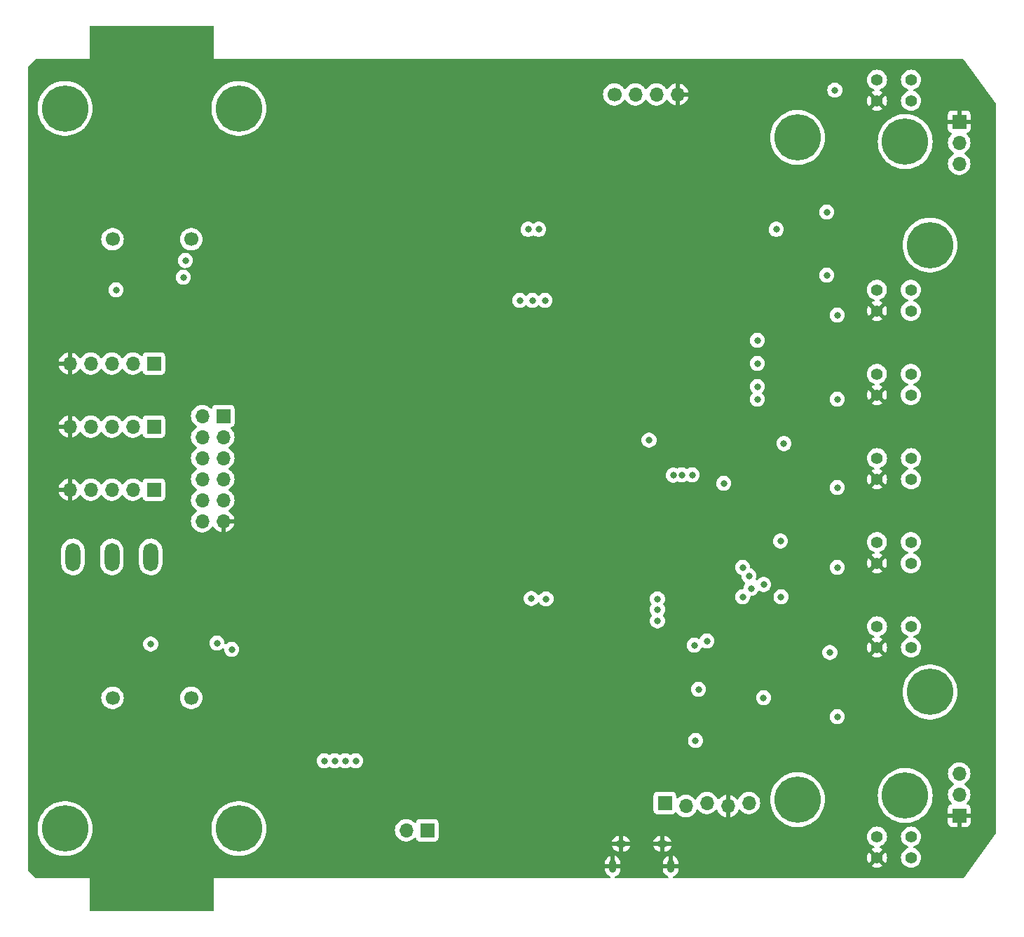
<source format=gbr>
%TF.GenerationSoftware,KiCad,Pcbnew,7.0.8*%
%TF.CreationDate,2023-10-27T12:05:37-04:00*%
%TF.ProjectId,mainboard_dual_battery,6d61696e-626f-4617-9264-5f6475616c5f,rev?*%
%TF.SameCoordinates,PX1312d00PY5f5e100*%
%TF.FileFunction,Copper,L2,Inr*%
%TF.FilePolarity,Positive*%
%FSLAX46Y46*%
G04 Gerber Fmt 4.6, Leading zero omitted, Abs format (unit mm)*
G04 Created by KiCad (PCBNEW 7.0.8) date 2023-10-27 12:05:37*
%MOMM*%
%LPD*%
G01*
G04 APERTURE LIST*
%TA.AperFunction,ComponentPad*%
%ADD10C,5.600000*%
%TD*%
%TA.AperFunction,ComponentPad*%
%ADD11R,1.700000X1.700000*%
%TD*%
%TA.AperFunction,ComponentPad*%
%ADD12O,1.700000X1.700000*%
%TD*%
%TA.AperFunction,ComponentPad*%
%ADD13C,1.700000*%
%TD*%
%TA.AperFunction,ComponentPad*%
%ADD14C,0.500000*%
%TD*%
%TA.AperFunction,ComponentPad*%
%ADD15O,0.890000X1.550000*%
%TD*%
%TA.AperFunction,ComponentPad*%
%ADD16O,1.250000X0.950000*%
%TD*%
%TA.AperFunction,ComponentPad*%
%ADD17O,1.800000X3.400000*%
%TD*%
%TA.AperFunction,ComponentPad*%
%ADD18C,1.400000*%
%TD*%
%TA.AperFunction,ViaPad*%
%ADD19C,0.800000*%
%TD*%
G04 APERTURE END LIST*
D10*
%TO.N,N/C*%
%TO.C,REF\u002A\u002A*%
X4500000Y-43500000D03*
%TD*%
D11*
%TO.N,Net-(J14-Pin_1)*%
%TO.C,J14*%
X48260000Y-43688000D03*
D12*
%TO.N,/VBAT*%
X45720000Y-43688000D03*
%TD*%
D11*
%TO.N,VCC*%
%TO.C,J2*%
X15240000Y12700000D03*
D12*
%TO.N,+3V3*%
X12700000Y12700000D03*
%TO.N,/MISO*%
X10160000Y12700000D03*
%TO.N,/MOSI*%
X7620000Y12700000D03*
%TO.N,GNDREF*%
X5080000Y12700000D03*
%TD*%
D13*
%TO.N,/Motor1A_out*%
%TO.C,J6*%
X10250000Y27700000D03*
%TD*%
D14*
%TO.N,GNDREF*%
%TO.C,U11*%
X72111000Y1333000D03*
X72111000Y133000D03*
X72111000Y-1067000D03*
X72111000Y-2267000D03*
X73111000Y1333000D03*
X73111000Y133000D03*
X73111000Y-1067000D03*
X73111000Y-2267000D03*
X74111000Y1333000D03*
X74111000Y133000D03*
X74111000Y-1067000D03*
X74111000Y-2267000D03*
%TD*%
D10*
%TO.N,N/C*%
%TO.C,REF\u002A\u002A*%
X109000000Y-27000000D03*
%TD*%
D11*
%TO.N,GNDREF*%
%TO.C,J11*%
X112522000Y-41910000D03*
D12*
%TO.N,+6V*%
X112522000Y-39370000D03*
%TO.N,/SERVO2*%
X112522000Y-36830000D03*
%TD*%
D15*
%TO.N,GNDREF*%
%TO.C,J3*%
X70668000Y-48036000D03*
D16*
X71668000Y-45336000D03*
X76668000Y-45336000D03*
D15*
X77668000Y-48036000D03*
%TD*%
D13*
%TO.N,/Motor1B_out*%
%TO.C,J4*%
X19750000Y27700000D03*
%TD*%
D11*
%TO.N,/nRESET*%
%TO.C,J1*%
X76962000Y-40386000D03*
D12*
%TO.N,/SWCLK*%
X79502000Y-40767000D03*
%TO.N,/SWDIO*%
X82042000Y-40386000D03*
%TO.N,GNDREF*%
X84582000Y-40767000D03*
%TO.N,+3V3*%
X87122000Y-40386000D03*
%TD*%
D11*
%TO.N,/SDA*%
%TO.C,J13*%
X23622000Y6350000D03*
D12*
%TO.N,+3V3*%
X21082000Y6350000D03*
%TO.N,/SCL*%
X23622000Y3810000D03*
%TO.N,/MISO*%
X21082000Y3810000D03*
%TO.N,/SCK*%
X23622000Y1270000D03*
%TO.N,/MOSI*%
X21082000Y1270000D03*
%TO.N,/TOP_A4*%
X23622000Y-1270000D03*
%TO.N,/TOP_A5*%
X21082000Y-1270000D03*
%TO.N,/nRESET*%
X23622000Y-3810000D03*
%TO.N,/TOP_A3*%
X21082000Y-3810000D03*
%TO.N,GNDREF*%
X23622000Y-6350000D03*
%TO.N,VCC*%
X21082000Y-6350000D03*
%TD*%
D10*
%TO.N,N/C*%
%TO.C,REF\u002A\u002A*%
X109000000Y27000000D03*
%TD*%
%TO.N,N/C*%
%TO.C,REF\u002A\u002A*%
X93000000Y40000000D03*
%TD*%
%TO.N,N/C*%
%TO.C,REF\u002A\u002A*%
X106000000Y-39500000D03*
%TD*%
%TO.N,N/C*%
%TO.C,REF\u002A\u002A*%
X106000000Y39500000D03*
%TD*%
%TO.N,N/C*%
%TO.C,REF\u002A\u002A*%
X93000000Y-40000000D03*
%TD*%
D13*
%TO.N,/Motor2B_out*%
%TO.C,J5*%
X19750000Y-27700000D03*
%TD*%
D10*
%TO.N,N/C*%
%TO.C,REF\u002A\u002A*%
X25500000Y43500000D03*
%TD*%
D11*
%TO.N,GNDREF*%
%TO.C,J12*%
X112522000Y41910000D03*
D12*
%TO.N,+6V*%
X112522000Y39370000D03*
%TO.N,/SERVO1*%
X112522000Y36830000D03*
%TD*%
D11*
%TO.N,VCC*%
%TO.C,J9*%
X15240000Y5080000D03*
D12*
%TO.N,+3V3*%
X12700000Y5080000D03*
%TO.N,/SCK*%
X10160000Y5080000D03*
%TO.N,/TOP_A5*%
X7620000Y5080000D03*
%TO.N,GNDREF*%
X5080000Y5080000D03*
%TD*%
D13*
%TO.N,+3V3*%
%TO.C,J8*%
X70866000Y45212000D03*
D12*
%TO.N,VCC*%
X73406000Y45212000D03*
%TO.N,+6V*%
X75946000Y45212000D03*
%TO.N,GNDREF*%
X78486000Y45212000D03*
%TD*%
D10*
%TO.N,N/C*%
%TO.C,REF\u002A\u002A*%
X4500000Y43500000D03*
%TD*%
D11*
%TO.N,VCC*%
%TO.C,J10*%
X15240000Y-2540000D03*
D12*
%TO.N,+3V3*%
X12700000Y-2540000D03*
%TO.N,/TOP_A4*%
X10160000Y-2540000D03*
%TO.N,/TOP_A3*%
X7620000Y-2540000D03*
%TO.N,GNDREF*%
X5080000Y-2540000D03*
%TD*%
D17*
%TO.N,/VBAT*%
%TO.C,SW1*%
X5460000Y-10668000D03*
%TO.N,VCC*%
X10160000Y-10668000D03*
%TO.N,unconnected-(SW1-C-Pad3)*%
X14860000Y-10668000D03*
%TD*%
D10*
%TO.N,N/C*%
%TO.C,REF\u002A\u002A*%
X25500000Y-43500000D03*
%TD*%
D13*
%TO.N,/Motor2A_out*%
%TO.C,J7*%
X10250000Y-27700000D03*
%TD*%
D18*
%TO.N,Net-(U3-K)*%
%TO.C,U3*%
X106698000Y-19070000D03*
%TO.N,Net-(U2-K)*%
X106698000Y-21610000D03*
%TO.N,GNDREF*%
X102598000Y-21610000D03*
%TO.N,/A1*%
X102598000Y-19070000D03*
%TD*%
%TO.N,Net-(U5-K)*%
%TO.C,U5*%
X106698000Y1250000D03*
%TO.N,Net-(U4-K)*%
X106698000Y-1290000D03*
%TO.N,GNDREF*%
X102598000Y-1290000D03*
%TO.N,/A3*%
X102598000Y1250000D03*
%TD*%
%TO.N,Net-(U2-K)*%
%TO.C,U2*%
X106698000Y-44470000D03*
%TO.N,/Reflectance sensor array/VCC_LED*%
X106698000Y-47010000D03*
%TO.N,GNDREF*%
X102598000Y-47010000D03*
%TO.N,/A0*%
X102598000Y-44470000D03*
%TD*%
%TO.N,Net-(U4-K)*%
%TO.C,U4*%
X106680000Y-8890000D03*
%TO.N,Net-(U3-K)*%
X106680000Y-11430000D03*
%TO.N,GNDREF*%
X102580000Y-11430000D03*
%TO.N,/A2*%
X102580000Y-8890000D03*
%TD*%
%TO.N,Net-(U7-K)*%
%TO.C,U7*%
X106680000Y21590000D03*
%TO.N,Net-(U6-K)*%
X106680000Y19050000D03*
%TO.N,GNDREF*%
X102580000Y19050000D03*
%TO.N,/A5*%
X102580000Y21590000D03*
%TD*%
%TO.N,Net-(U6-K)*%
%TO.C,U6*%
X106680000Y11430000D03*
%TO.N,Net-(U5-K)*%
X106680000Y8890000D03*
%TO.N,GNDREF*%
X102580000Y8890000D03*
%TO.N,/A4*%
X102580000Y11430000D03*
%TD*%
%TO.N,/Reflectance sensor array/FB*%
%TO.C,U8*%
X106698000Y46970000D03*
%TO.N,Net-(U7-K)*%
X106698000Y44430000D03*
%TO.N,GNDREF*%
X102598000Y44430000D03*
%TO.N,/A6*%
X102598000Y46970000D03*
%TD*%
D19*
%TO.N,+3V3*%
X90932000Y-8763000D03*
X88888000Y-27698000D03*
X97790000Y8382000D03*
X97790000Y18542000D03*
X97790000Y-11938000D03*
X91348000Y3024000D03*
X97790000Y-29972000D03*
X76073000Y-15748000D03*
X76073000Y-18415000D03*
X96897000Y-22229000D03*
X76073000Y-17018000D03*
X80670400Y-32867600D03*
X96520000Y30988000D03*
X14859000Y-21209000D03*
X10668000Y21590000D03*
X81026000Y-26670000D03*
X75057000Y3429000D03*
X88900000Y-14000000D03*
X97790000Y-2286000D03*
%TO.N,/VBAT*%
X39624000Y-35306000D03*
X38354000Y-35306000D03*
X35814000Y-35306000D03*
X37084000Y-35306000D03*
%TO.N,/SDA*%
X87376000Y-14478000D03*
%TO.N,/SCL*%
X86360000Y-15494000D03*
%TO.N,/ENC1_DIR*%
X19050000Y25146000D03*
X86360000Y-11938000D03*
%TO.N,/ENC1_SPEED*%
X87122000Y-12954000D03*
X18796000Y23114000D03*
%TO.N,/ENC2_DIR*%
X22860000Y-21082000D03*
X82042000Y-20828000D03*
%TO.N,/ENC2_SPEED*%
X80518000Y-21336000D03*
X24638000Y-21844000D03*
%TO.N,+6V*%
X80264000Y-762000D03*
X88138000Y8382000D03*
X88138000Y15494000D03*
X78994000Y-762000D03*
X88138000Y12700000D03*
X77978000Y-792000D03*
X88138000Y9906000D03*
%TO.N,GNDREF*%
X81026000Y-25146000D03*
X41656000Y40894000D03*
X78486000Y15240000D03*
X76708000Y15240000D03*
X69723000Y-17399000D03*
X68834000Y-17399000D03*
X12192000Y-20066000D03*
X81866375Y2008000D03*
X72898000Y16510000D03*
X44196000Y40894000D03*
X76708000Y16510000D03*
X88474000Y32322000D03*
X75438000Y15240000D03*
X76708000Y7874000D03*
X79756000Y7874000D03*
X49784000Y40894000D03*
X90569000Y25908000D03*
X78486000Y16510000D03*
X85497000Y15546000D03*
X96266000Y-23622000D03*
X80772000Y8890000D03*
X88011000Y-16000000D03*
X75565000Y-12954000D03*
X52578000Y40894000D03*
X85851500Y-3978750D03*
X86995000Y-28067000D03*
X86467782Y-830474D03*
X78740000Y7874000D03*
X74168000Y16510000D03*
X70612000Y8255000D03*
X68834000Y31242000D03*
X78740000Y8890000D03*
X79756000Y8890000D03*
X12446000Y21590000D03*
X72136000Y-25273000D03*
X85497000Y13006000D03*
X46990000Y40894000D03*
X91866000Y-3050750D03*
X89407500Y2117250D03*
X77724000Y8890000D03*
X77724000Y7874000D03*
X76708000Y8890000D03*
X80772000Y7874000D03*
X75438000Y16510000D03*
%TO.N,VCC*%
X60833000Y-15694500D03*
X62611000Y-15748000D03*
X61722000Y28901504D03*
X90424000Y28901504D03*
X62484000Y20320000D03*
X60960000Y20320000D03*
X59436000Y20320000D03*
X60452000Y28901504D03*
%TO.N,/Reflectance sensor array/VCC_LED*%
X96520000Y23368000D03*
%TO.N,/Reflectance sensor array/FB*%
X97500000Y45720000D03*
%TO.N,/HEARTBEAT*%
X91000000Y-15500000D03*
X84074000Y-1778000D03*
%TD*%
%TA.AperFunction,Conductor*%
%TO.N,GNDREF*%
G36*
X22441621Y53479498D02*
G01*
X22488114Y53425842D01*
X22499500Y53373500D01*
X22499500Y49524928D01*
X22499415Y49524500D01*
X22499458Y49500002D01*
X22499459Y49500000D01*
X22499500Y49499901D01*
X22499617Y49499617D01*
X22500000Y49499459D01*
X22500002Y49499461D01*
X22525014Y49499476D01*
X22525014Y49499472D01*
X22525158Y49499500D01*
X112935582Y49499500D01*
X113003703Y49479498D01*
X113037483Y49447610D01*
X116975401Y44032974D01*
X116999291Y43966118D01*
X116999500Y43958865D01*
X116999500Y-43958863D01*
X116979498Y-44026984D01*
X116975401Y-44032973D01*
X113037483Y-49447610D01*
X112981240Y-49490937D01*
X112935582Y-49499500D01*
X78054446Y-49499500D01*
X77986325Y-49479498D01*
X77939832Y-49425842D01*
X77929728Y-49355568D01*
X77959222Y-49290988D01*
X78010685Y-49255344D01*
X78089854Y-49226022D01*
X78254347Y-49123493D01*
X78254354Y-49123489D01*
X78394827Y-48989957D01*
X78505550Y-48830878D01*
X78581982Y-48652767D01*
X78620999Y-48462912D01*
X78621000Y-48462906D01*
X78621000Y-48290000D01*
X77918000Y-48290000D01*
X77918000Y-47686376D01*
X77903495Y-47613455D01*
X77848240Y-47530760D01*
X77765545Y-47475505D01*
X77668000Y-47456102D01*
X77570455Y-47475505D01*
X77487760Y-47530760D01*
X77432505Y-47613455D01*
X77418000Y-47686376D01*
X77418000Y-48290000D01*
X76715000Y-48290000D01*
X76715000Y-48414350D01*
X76729692Y-48558819D01*
X76729693Y-48558824D01*
X76787716Y-48743757D01*
X76881778Y-48913226D01*
X76881778Y-48913227D01*
X77008023Y-49060285D01*
X77008029Y-49060290D01*
X77161298Y-49178929D01*
X77327340Y-49260377D01*
X77379690Y-49308334D01*
X77397802Y-49376982D01*
X77375925Y-49444524D01*
X77321005Y-49489516D01*
X77271850Y-49499500D01*
X71054446Y-49499500D01*
X70986325Y-49479498D01*
X70939832Y-49425842D01*
X70929728Y-49355568D01*
X70959222Y-49290988D01*
X71010685Y-49255344D01*
X71089854Y-49226022D01*
X71254347Y-49123493D01*
X71254354Y-49123489D01*
X71394827Y-48989957D01*
X71505550Y-48830878D01*
X71581982Y-48652767D01*
X71620999Y-48462912D01*
X71621000Y-48462906D01*
X71621000Y-48290000D01*
X70918000Y-48290000D01*
X70918000Y-47686376D01*
X70903495Y-47613455D01*
X70848240Y-47530760D01*
X70765545Y-47475505D01*
X70668000Y-47456102D01*
X70570455Y-47475505D01*
X70487760Y-47530760D01*
X70432505Y-47613455D01*
X70418000Y-47686376D01*
X70418000Y-48290000D01*
X69715000Y-48290000D01*
X69715000Y-48414350D01*
X69729692Y-48558819D01*
X69729693Y-48558824D01*
X69787716Y-48743757D01*
X69881778Y-48913226D01*
X69881778Y-48913227D01*
X70008023Y-49060285D01*
X70008029Y-49060290D01*
X70161298Y-49178929D01*
X70327340Y-49260377D01*
X70379690Y-49308334D01*
X70397802Y-49376982D01*
X70375925Y-49444524D01*
X70321005Y-49489516D01*
X70271850Y-49499500D01*
X22525158Y-49499500D01*
X22524952Y-49499459D01*
X22500001Y-49499459D01*
X22500000Y-49499459D01*
X22499901Y-49499500D01*
X22499617Y-49499617D01*
X22499459Y-49500000D01*
X22499476Y-49525014D01*
X22499471Y-49525014D01*
X22499500Y-49525157D01*
X22499500Y-53373500D01*
X22479498Y-53441621D01*
X22425842Y-53488114D01*
X22373500Y-53499500D01*
X7626500Y-53499500D01*
X7558379Y-53479498D01*
X7511886Y-53425842D01*
X7500500Y-53373500D01*
X7500500Y-49525157D01*
X7500528Y-49525014D01*
X7500524Y-49525014D01*
X7500539Y-49500002D01*
X7500541Y-49500000D01*
X7500383Y-49499617D01*
X7500099Y-49499500D01*
X7500000Y-49499459D01*
X7499999Y-49499459D01*
X7475048Y-49499459D01*
X7474842Y-49499500D01*
X1052397Y-49499500D01*
X984276Y-49479498D01*
X963306Y-49462599D01*
X37402Y-48536694D01*
X3379Y-48474385D01*
X500Y-48447602D01*
X500Y-47782000D01*
X69715000Y-47782000D01*
X70414000Y-47782000D01*
X70414000Y-46787337D01*
X70922000Y-46787337D01*
X70922000Y-47782000D01*
X71621000Y-47782000D01*
X76715000Y-47782000D01*
X77414000Y-47782000D01*
X77414000Y-46787337D01*
X77922000Y-46787337D01*
X77922000Y-47782000D01*
X78621000Y-47782000D01*
X78621000Y-47657668D01*
X78620999Y-47657649D01*
X78606307Y-47513180D01*
X78606306Y-47513175D01*
X78548283Y-47328242D01*
X78454221Y-47158773D01*
X78454221Y-47158772D01*
X78327976Y-47011714D01*
X78327970Y-47011709D01*
X78174701Y-46893070D01*
X78000690Y-46807714D01*
X78000679Y-46807709D01*
X77922000Y-46787337D01*
X77414000Y-46787337D01*
X77414000Y-46783809D01*
X77413999Y-46783809D01*
X77246139Y-46845980D01*
X77246136Y-46845981D01*
X77081658Y-46948500D01*
X77081645Y-46948510D01*
X76941172Y-47082042D01*
X76830449Y-47241121D01*
X76754017Y-47419232D01*
X76715000Y-47609087D01*
X76715000Y-47782000D01*
X71621000Y-47782000D01*
X71621000Y-47657668D01*
X71620999Y-47657649D01*
X71606307Y-47513180D01*
X71606306Y-47513175D01*
X71548283Y-47328242D01*
X71454221Y-47158773D01*
X71454221Y-47158772D01*
X71327976Y-47011714D01*
X71327970Y-47011709D01*
X71174701Y-46893070D01*
X71000690Y-46807714D01*
X71000679Y-46807709D01*
X70922000Y-46787337D01*
X70414000Y-46787337D01*
X70414000Y-46783809D01*
X70413999Y-46783809D01*
X70246139Y-46845980D01*
X70246136Y-46845981D01*
X70081658Y-46948500D01*
X70081645Y-46948510D01*
X69941172Y-47082042D01*
X69830449Y-47241121D01*
X69754017Y-47419232D01*
X69715000Y-47609087D01*
X69715000Y-47782000D01*
X500Y-47782000D01*
X500Y-43500003D01*
X1186641Y-43500003D01*
X1206064Y-43858237D01*
X1264103Y-44212269D01*
X1360084Y-44557959D01*
X1490353Y-44884910D01*
X1492877Y-44891243D01*
X1555542Y-45009442D01*
X1660922Y-45208210D01*
X1660924Y-45208214D01*
X1820317Y-45443300D01*
X1862258Y-45505159D01*
X2079482Y-45760896D01*
X2094516Y-45778595D01*
X2354962Y-46025304D01*
X2354977Y-46025317D01*
X2640586Y-46242431D01*
X2947995Y-46427393D01*
X3273599Y-46578033D01*
X3613583Y-46692587D01*
X3963958Y-46769711D01*
X4320618Y-46808500D01*
X4320626Y-46808500D01*
X4679374Y-46808500D01*
X4679382Y-46808500D01*
X5036042Y-46769711D01*
X5386417Y-46692587D01*
X5726401Y-46578033D01*
X6052005Y-46427393D01*
X6359414Y-46242431D01*
X6645023Y-46025317D01*
X6905484Y-45778595D01*
X7137742Y-45505159D01*
X7339075Y-45208215D01*
X7507123Y-44891243D01*
X7639915Y-44557961D01*
X7735895Y-44212274D01*
X7793936Y-43858237D01*
X7813359Y-43500003D01*
X22186641Y-43500003D01*
X22206064Y-43858237D01*
X22264103Y-44212269D01*
X22360084Y-44557959D01*
X22490353Y-44884910D01*
X22492877Y-44891243D01*
X22555542Y-45009442D01*
X22660922Y-45208210D01*
X22660924Y-45208214D01*
X22820317Y-45443300D01*
X22862258Y-45505159D01*
X23079482Y-45760896D01*
X23094516Y-45778595D01*
X23354962Y-46025304D01*
X23354977Y-46025317D01*
X23640586Y-46242431D01*
X23947995Y-46427393D01*
X24273599Y-46578033D01*
X24613583Y-46692587D01*
X24963958Y-46769711D01*
X25320618Y-46808500D01*
X25320626Y-46808500D01*
X25679374Y-46808500D01*
X25679382Y-46808500D01*
X26036042Y-46769711D01*
X26386417Y-46692587D01*
X26726401Y-46578033D01*
X27052005Y-46427393D01*
X27359414Y-46242431D01*
X27645023Y-46025317D01*
X27905484Y-45778595D01*
X28065678Y-45590000D01*
X70563821Y-45590000D01*
X70630907Y-45771140D01*
X70736658Y-45940802D01*
X70736661Y-45940805D01*
X70874403Y-46085708D01*
X71038487Y-46199915D01*
X71222210Y-46278755D01*
X71414000Y-46318169D01*
X71414000Y-45595701D01*
X71490912Y-45611000D01*
X71845088Y-45611000D01*
X71922000Y-45595701D01*
X71922000Y-46313492D01*
X72016899Y-46303842D01*
X72207652Y-46243993D01*
X72382451Y-46146970D01*
X72382457Y-46146966D01*
X72534140Y-46016751D01*
X72534141Y-46016749D01*
X72656521Y-45858648D01*
X72744562Y-45679163D01*
X72744563Y-45679161D01*
X72767650Y-45590000D01*
X75563821Y-45590000D01*
X75630907Y-45771140D01*
X75736658Y-45940802D01*
X75736661Y-45940805D01*
X75874403Y-46085708D01*
X76038487Y-46199915D01*
X76222210Y-46278755D01*
X76414000Y-46318169D01*
X76414000Y-45595701D01*
X76490912Y-45611000D01*
X76845088Y-45611000D01*
X76922000Y-45595701D01*
X76922000Y-46313492D01*
X77016899Y-46303842D01*
X77207652Y-46243993D01*
X77382451Y-46146970D01*
X77382457Y-46146966D01*
X77534140Y-46016751D01*
X77534141Y-46016749D01*
X77656521Y-45858648D01*
X77744562Y-45679163D01*
X77744563Y-45679161D01*
X77767650Y-45590000D01*
X76932850Y-45590000D01*
X77016264Y-45534264D01*
X77077045Y-45443300D01*
X77098388Y-45336000D01*
X77077045Y-45228700D01*
X77016264Y-45137736D01*
X76932850Y-45082000D01*
X77772179Y-45082000D01*
X77705092Y-44900859D01*
X77599341Y-44731197D01*
X77599338Y-44731194D01*
X77461596Y-44586291D01*
X77297512Y-44472084D01*
X77292656Y-44470000D01*
X101384884Y-44470000D01*
X101403314Y-44680655D01*
X101416856Y-44731194D01*
X101458043Y-44884908D01*
X101458045Y-44884912D01*
X101547412Y-45076561D01*
X101668692Y-45249767D01*
X101668696Y-45249772D01*
X101668699Y-45249776D01*
X101818224Y-45399301D01*
X101818228Y-45399304D01*
X101818232Y-45399307D01*
X101991438Y-45520587D01*
X101991441Y-45520588D01*
X101991442Y-45520589D01*
X102183090Y-45609956D01*
X102215168Y-45618551D01*
X102275792Y-45655501D01*
X102306815Y-45719360D01*
X102298388Y-45789855D01*
X102253186Y-45844603D01*
X102215175Y-45861964D01*
X102183265Y-45870515D01*
X102183258Y-45870517D01*
X101991690Y-45959846D01*
X101941912Y-45994701D01*
X101941912Y-45994703D01*
X102558481Y-46611272D01*
X102472852Y-46624835D01*
X102359955Y-46682359D01*
X102270359Y-46771955D01*
X102212835Y-46884852D01*
X102199272Y-46970481D01*
X101582703Y-46353912D01*
X101582701Y-46353912D01*
X101547846Y-46403690D01*
X101458517Y-46595258D01*
X101458515Y-46595264D01*
X101403808Y-46799432D01*
X101385386Y-47010000D01*
X101403808Y-47220567D01*
X101458515Y-47424735D01*
X101458519Y-47424745D01*
X101547842Y-47616302D01*
X101547844Y-47616305D01*
X101582702Y-47666086D01*
X102199272Y-47049516D01*
X102212835Y-47135148D01*
X102270359Y-47248045D01*
X102359955Y-47337641D01*
X102472852Y-47395165D01*
X102558482Y-47408727D01*
X101941912Y-48025296D01*
X101941912Y-48025297D01*
X101991692Y-48060154D01*
X101991697Y-48060157D01*
X102183254Y-48149480D01*
X102183264Y-48149484D01*
X102387432Y-48204191D01*
X102598000Y-48222613D01*
X102808567Y-48204191D01*
X103012735Y-48149484D01*
X103012745Y-48149480D01*
X103204304Y-48060156D01*
X103204305Y-48060155D01*
X103254087Y-48025297D01*
X103254087Y-48025296D01*
X102637518Y-47408727D01*
X102723148Y-47395165D01*
X102836045Y-47337641D01*
X102925641Y-47248045D01*
X102983165Y-47135148D01*
X102996727Y-47049518D01*
X103613296Y-47666087D01*
X103613297Y-47666087D01*
X103648155Y-47616305D01*
X103648156Y-47616304D01*
X103737480Y-47424745D01*
X103737484Y-47424735D01*
X103792191Y-47220567D01*
X103810613Y-47010000D01*
X105484884Y-47010000D01*
X105503314Y-47220655D01*
X105532142Y-47328242D01*
X105558043Y-47424908D01*
X105558045Y-47424912D01*
X105647412Y-47616561D01*
X105768692Y-47789767D01*
X105768696Y-47789772D01*
X105768699Y-47789776D01*
X105918224Y-47939301D01*
X105918228Y-47939304D01*
X105918232Y-47939307D01*
X106091438Y-48060587D01*
X106091441Y-48060588D01*
X106091442Y-48060589D01*
X106283090Y-48149956D01*
X106487345Y-48204686D01*
X106698000Y-48223116D01*
X106908655Y-48204686D01*
X107112910Y-48149956D01*
X107304558Y-48060589D01*
X107305177Y-48060156D01*
X107477767Y-47939307D01*
X107477776Y-47939301D01*
X107627301Y-47789776D01*
X107748589Y-47616558D01*
X107837956Y-47424910D01*
X107892686Y-47220655D01*
X107911116Y-47010000D01*
X107892686Y-46799345D01*
X107837956Y-46595090D01*
X107748589Y-46403442D01*
X107748588Y-46403441D01*
X107748587Y-46403438D01*
X107627307Y-46230232D01*
X107627304Y-46230228D01*
X107627301Y-46230224D01*
X107477776Y-46080699D01*
X107477772Y-46080696D01*
X107477767Y-46080692D01*
X107304561Y-45959412D01*
X107112912Y-45870045D01*
X107112905Y-45870042D01*
X107090211Y-45863961D01*
X107081794Y-45861706D01*
X107021172Y-45824756D01*
X106990150Y-45760896D01*
X106998578Y-45690401D01*
X107043780Y-45635654D01*
X107081793Y-45618293D01*
X107112910Y-45609956D01*
X107304558Y-45520589D01*
X107477776Y-45399301D01*
X107627301Y-45249776D01*
X107718267Y-45119862D01*
X107748587Y-45076561D01*
X107748587Y-45076560D01*
X107748589Y-45076558D01*
X107837956Y-44884910D01*
X107892686Y-44680655D01*
X107911116Y-44470000D01*
X107892686Y-44259345D01*
X107837956Y-44055090D01*
X107748589Y-43863442D01*
X107748588Y-43863441D01*
X107748587Y-43863438D01*
X107627307Y-43690232D01*
X107627304Y-43690228D01*
X107627301Y-43690224D01*
X107477776Y-43540699D01*
X107477772Y-43540696D01*
X107477767Y-43540692D01*
X107304561Y-43419412D01*
X107112912Y-43330045D01*
X107112908Y-43330043D01*
X107018113Y-43304643D01*
X106908655Y-43275314D01*
X106698000Y-43256884D01*
X106487345Y-43275314D01*
X106432616Y-43289978D01*
X106283091Y-43330043D01*
X106283087Y-43330045D01*
X106091438Y-43419412D01*
X105918232Y-43540692D01*
X105918221Y-43540701D01*
X105768701Y-43690221D01*
X105768692Y-43690232D01*
X105647412Y-43863438D01*
X105558045Y-44055087D01*
X105558043Y-44055091D01*
X105517978Y-44204616D01*
X105503314Y-44259345D01*
X105484884Y-44470000D01*
X105503314Y-44680655D01*
X105516856Y-44731194D01*
X105558043Y-44884908D01*
X105558045Y-44884912D01*
X105647412Y-45076561D01*
X105768692Y-45249767D01*
X105768696Y-45249772D01*
X105768699Y-45249776D01*
X105918224Y-45399301D01*
X105918228Y-45399304D01*
X105918232Y-45399307D01*
X106091438Y-45520587D01*
X106091441Y-45520588D01*
X106091442Y-45520589D01*
X106283090Y-45609956D01*
X106314205Y-45618293D01*
X106374828Y-45655245D01*
X106405849Y-45719105D01*
X106397421Y-45789600D01*
X106352218Y-45844347D01*
X106314206Y-45861706D01*
X106306406Y-45863796D01*
X106283091Y-45870043D01*
X106283087Y-45870045D01*
X106091438Y-45959412D01*
X105918232Y-46080692D01*
X105918221Y-46080701D01*
X105768701Y-46230221D01*
X105768692Y-46230232D01*
X105647412Y-46403438D01*
X105558045Y-46595087D01*
X105558043Y-46595091D01*
X105517978Y-46744616D01*
X105503314Y-46799345D01*
X105484884Y-47010000D01*
X103810613Y-47010000D01*
X103792191Y-46799432D01*
X103737484Y-46595264D01*
X103737480Y-46595254D01*
X103648157Y-46403697D01*
X103648154Y-46403692D01*
X103613297Y-46353912D01*
X103613296Y-46353912D01*
X102996727Y-46970481D01*
X102983165Y-46884852D01*
X102925641Y-46771955D01*
X102836045Y-46682359D01*
X102723148Y-46624835D01*
X102637517Y-46611272D01*
X103254086Y-45994702D01*
X103254086Y-45994701D01*
X103204305Y-45959844D01*
X103204302Y-45959842D01*
X103012745Y-45870519D01*
X103012732Y-45870514D01*
X102980825Y-45861964D01*
X102920203Y-45825011D01*
X102889183Y-45761150D01*
X102897613Y-45690656D01*
X102942817Y-45635910D01*
X102980825Y-45618553D01*
X103012910Y-45609956D01*
X103204558Y-45520589D01*
X103377776Y-45399301D01*
X103527301Y-45249776D01*
X103618267Y-45119862D01*
X103648587Y-45076561D01*
X103648587Y-45076560D01*
X103648589Y-45076558D01*
X103737956Y-44884910D01*
X103792686Y-44680655D01*
X103811116Y-44470000D01*
X103792686Y-44259345D01*
X103737956Y-44055090D01*
X103648589Y-43863442D01*
X103648588Y-43863441D01*
X103648587Y-43863438D01*
X103527307Y-43690232D01*
X103527304Y-43690228D01*
X103527301Y-43690224D01*
X103377776Y-43540699D01*
X103377772Y-43540696D01*
X103377767Y-43540692D01*
X103204561Y-43419412D01*
X103012912Y-43330045D01*
X103012908Y-43330043D01*
X102918113Y-43304643D01*
X102808655Y-43275314D01*
X102598000Y-43256884D01*
X102387345Y-43275314D01*
X102332616Y-43289978D01*
X102183091Y-43330043D01*
X102183087Y-43330045D01*
X101991438Y-43419412D01*
X101818232Y-43540692D01*
X101818221Y-43540701D01*
X101668701Y-43690221D01*
X101668692Y-43690232D01*
X101547412Y-43863438D01*
X101458045Y-44055087D01*
X101458043Y-44055091D01*
X101417978Y-44204616D01*
X101403314Y-44259345D01*
X101384884Y-44470000D01*
X77292656Y-44470000D01*
X77113794Y-44393246D01*
X76922000Y-44353830D01*
X76922000Y-45076298D01*
X76845088Y-45061000D01*
X76490912Y-45061000D01*
X76414000Y-45076298D01*
X76414000Y-44358505D01*
X76413999Y-44358505D01*
X76319110Y-44368155D01*
X76319105Y-44368156D01*
X76128349Y-44428005D01*
X76128347Y-44428006D01*
X75953548Y-44525029D01*
X75953542Y-44525033D01*
X75801859Y-44655248D01*
X75801858Y-44655250D01*
X75679478Y-44813351D01*
X75591437Y-44992836D01*
X75591436Y-44992838D01*
X75568350Y-45082000D01*
X76403150Y-45082000D01*
X76319736Y-45137736D01*
X76258955Y-45228700D01*
X76237612Y-45336000D01*
X76258955Y-45443300D01*
X76319736Y-45534264D01*
X76403150Y-45590000D01*
X75563821Y-45590000D01*
X72767650Y-45590000D01*
X71932850Y-45590000D01*
X72016264Y-45534264D01*
X72077045Y-45443300D01*
X72098388Y-45336000D01*
X72077045Y-45228700D01*
X72016264Y-45137736D01*
X71932850Y-45082000D01*
X72772179Y-45082000D01*
X72705092Y-44900859D01*
X72599341Y-44731197D01*
X72599338Y-44731194D01*
X72461596Y-44586291D01*
X72297512Y-44472084D01*
X72113794Y-44393246D01*
X71922000Y-44353830D01*
X71922000Y-45076298D01*
X71845088Y-45061000D01*
X71490912Y-45061000D01*
X71414000Y-45076298D01*
X71414000Y-44358505D01*
X71413999Y-44358505D01*
X71319110Y-44368155D01*
X71319105Y-44368156D01*
X71128349Y-44428005D01*
X71128347Y-44428006D01*
X70953548Y-44525029D01*
X70953542Y-44525033D01*
X70801859Y-44655248D01*
X70801858Y-44655250D01*
X70679478Y-44813351D01*
X70591437Y-44992836D01*
X70591436Y-44992838D01*
X70568350Y-45082000D01*
X71403150Y-45082000D01*
X71319736Y-45137736D01*
X71258955Y-45228700D01*
X71237612Y-45336000D01*
X71258955Y-45443300D01*
X71319736Y-45534264D01*
X71403150Y-45590000D01*
X70563821Y-45590000D01*
X28065678Y-45590000D01*
X28137742Y-45505159D01*
X28339075Y-45208215D01*
X28507123Y-44891243D01*
X28639915Y-44557961D01*
X28735895Y-44212274D01*
X28793936Y-43858237D01*
X28803166Y-43688000D01*
X44356844Y-43688000D01*
X44371381Y-43863438D01*
X44375437Y-43912375D01*
X44430702Y-44130612D01*
X44430703Y-44130613D01*
X44430704Y-44130616D01*
X44487170Y-44259346D01*
X44521141Y-44336793D01*
X44644275Y-44525265D01*
X44644279Y-44525270D01*
X44796762Y-44690908D01*
X44848521Y-44731194D01*
X44974424Y-44829189D01*
X45172426Y-44936342D01*
X45172427Y-44936342D01*
X45172428Y-44936343D01*
X45284227Y-44974723D01*
X45385365Y-45009444D01*
X45607431Y-45046500D01*
X45607435Y-45046500D01*
X45832565Y-45046500D01*
X45832569Y-45046500D01*
X46054635Y-45009444D01*
X46267574Y-44936342D01*
X46465576Y-44829189D01*
X46643240Y-44690906D01*
X46704245Y-44624637D01*
X46765096Y-44588067D01*
X46836061Y-44590200D01*
X46894606Y-44630362D01*
X46915000Y-44665941D01*
X46959111Y-44784204D01*
X46959112Y-44784207D01*
X47046738Y-44901261D01*
X47163792Y-44988887D01*
X47163794Y-44988888D01*
X47163796Y-44988889D01*
X47174384Y-44992838D01*
X47300795Y-45039988D01*
X47300803Y-45039990D01*
X47361350Y-45046499D01*
X47361355Y-45046499D01*
X47361362Y-45046500D01*
X47361368Y-45046500D01*
X49158632Y-45046500D01*
X49158638Y-45046500D01*
X49158645Y-45046499D01*
X49158649Y-45046499D01*
X49219196Y-45039990D01*
X49219199Y-45039989D01*
X49219201Y-45039989D01*
X49356204Y-44988889D01*
X49426399Y-44936342D01*
X49473261Y-44901261D01*
X49560887Y-44784207D01*
X49560887Y-44784206D01*
X49560889Y-44784204D01*
X49611989Y-44647201D01*
X49613800Y-44630362D01*
X49618499Y-44586649D01*
X49618500Y-44586632D01*
X49618500Y-42789367D01*
X49618499Y-42789350D01*
X49611990Y-42728803D01*
X49611988Y-42728795D01*
X49560889Y-42591797D01*
X49560887Y-42591792D01*
X49473261Y-42474738D01*
X49356207Y-42387112D01*
X49356202Y-42387110D01*
X49219204Y-42336011D01*
X49219196Y-42336009D01*
X49158649Y-42329500D01*
X49158638Y-42329500D01*
X47361362Y-42329500D01*
X47361350Y-42329500D01*
X47300803Y-42336009D01*
X47300795Y-42336011D01*
X47163797Y-42387110D01*
X47163792Y-42387112D01*
X47046738Y-42474738D01*
X46959112Y-42591792D01*
X46959111Y-42591795D01*
X46915000Y-42710058D01*
X46872453Y-42766893D01*
X46805932Y-42791703D01*
X46736558Y-42776611D01*
X46704246Y-42751363D01*
X46643240Y-42685094D01*
X46643239Y-42685093D01*
X46643237Y-42685091D01*
X46523372Y-42591796D01*
X46465576Y-42546811D01*
X46267574Y-42439658D01*
X46267572Y-42439657D01*
X46267571Y-42439656D01*
X46054639Y-42366557D01*
X46054630Y-42366555D01*
X46010476Y-42359187D01*
X45832569Y-42329500D01*
X45607431Y-42329500D01*
X45459211Y-42354233D01*
X45385369Y-42366555D01*
X45385360Y-42366557D01*
X45172428Y-42439656D01*
X45172426Y-42439658D01*
X44974426Y-42546810D01*
X44974424Y-42546811D01*
X44796762Y-42685091D01*
X44644279Y-42850729D01*
X44644275Y-42850734D01*
X44521141Y-43039206D01*
X44430703Y-43245386D01*
X44430702Y-43245387D01*
X44375437Y-43463624D01*
X44375436Y-43463630D01*
X44375436Y-43463632D01*
X44356844Y-43688000D01*
X28803166Y-43688000D01*
X28813359Y-43500000D01*
X28793936Y-43141763D01*
X28736164Y-42789367D01*
X28735896Y-42787730D01*
X28730111Y-42766893D01*
X28639915Y-42442039D01*
X28507123Y-42108757D01*
X28339075Y-41791785D01*
X28137742Y-41494841D01*
X27959204Y-41284649D01*
X75603500Y-41284649D01*
X75610009Y-41345196D01*
X75610011Y-41345204D01*
X75661110Y-41482202D01*
X75661112Y-41482207D01*
X75748738Y-41599261D01*
X75865792Y-41686887D01*
X75865794Y-41686888D01*
X75865796Y-41686889D01*
X75901366Y-41700156D01*
X76002795Y-41737988D01*
X76002803Y-41737990D01*
X76063350Y-41744499D01*
X76063355Y-41744499D01*
X76063362Y-41744500D01*
X76063368Y-41744500D01*
X77860632Y-41744500D01*
X77860638Y-41744500D01*
X77860645Y-41744499D01*
X77860649Y-41744499D01*
X77921196Y-41737990D01*
X77921199Y-41737989D01*
X77921201Y-41737989D01*
X78058204Y-41686889D01*
X78175261Y-41599261D01*
X78199664Y-41566661D01*
X78256500Y-41524115D01*
X78327315Y-41519049D01*
X78389628Y-41553074D01*
X78406016Y-41573255D01*
X78426275Y-41604265D01*
X78426279Y-41604270D01*
X78578762Y-41769908D01*
X78606870Y-41791785D01*
X78756424Y-41908189D01*
X78954426Y-42015342D01*
X78954427Y-42015342D01*
X78954428Y-42015343D01*
X78983444Y-42025304D01*
X79167365Y-42088444D01*
X79389431Y-42125500D01*
X79389435Y-42125500D01*
X79614565Y-42125500D01*
X79614569Y-42125500D01*
X79836635Y-42088444D01*
X80049574Y-42015342D01*
X80247576Y-41908189D01*
X80425240Y-41769906D01*
X80577722Y-41604268D01*
X80700860Y-41415791D01*
X80766241Y-41266735D01*
X80811920Y-41212389D01*
X80879732Y-41191365D01*
X80948146Y-41210341D01*
X80974328Y-41232013D01*
X81118762Y-41388908D01*
X81145861Y-41410000D01*
X81296424Y-41527189D01*
X81494426Y-41634342D01*
X81494427Y-41634342D01*
X81494428Y-41634343D01*
X81606227Y-41672723D01*
X81707365Y-41707444D01*
X81929431Y-41744500D01*
X81929435Y-41744500D01*
X82154565Y-41744500D01*
X82154569Y-41744500D01*
X82376635Y-41707444D01*
X82589574Y-41634342D01*
X82787576Y-41527189D01*
X82965240Y-41388906D01*
X83110041Y-41231612D01*
X83170895Y-41195041D01*
X83241859Y-41197176D01*
X83300404Y-41237338D01*
X83318129Y-41266336D01*
X83383580Y-41415548D01*
X83506674Y-41603958D01*
X83659097Y-41769534D01*
X83836698Y-41907767D01*
X83836699Y-41907768D01*
X84034628Y-42014882D01*
X84034630Y-42014883D01*
X84247483Y-42087955D01*
X84247492Y-42087957D01*
X84328000Y-42101391D01*
X84328000Y-41200674D01*
X84439685Y-41251680D01*
X84546237Y-41267000D01*
X84617763Y-41267000D01*
X84724315Y-41251680D01*
X84836000Y-41200674D01*
X84836000Y-42101390D01*
X84916507Y-42087957D01*
X84916516Y-42087955D01*
X85129369Y-42014883D01*
X85129371Y-42014882D01*
X85327300Y-41907768D01*
X85327301Y-41907767D01*
X85504902Y-41769534D01*
X85657325Y-41603958D01*
X85780417Y-41415551D01*
X85845869Y-41266337D01*
X85891550Y-41211988D01*
X85959363Y-41190964D01*
X86027777Y-41209940D01*
X86053957Y-41231612D01*
X86198759Y-41388905D01*
X86198760Y-41388906D01*
X86376424Y-41527189D01*
X86574426Y-41634342D01*
X86574427Y-41634342D01*
X86574428Y-41634343D01*
X86686227Y-41672723D01*
X86787365Y-41707444D01*
X87009431Y-41744500D01*
X87009435Y-41744500D01*
X87234565Y-41744500D01*
X87234569Y-41744500D01*
X87456635Y-41707444D01*
X87669574Y-41634342D01*
X87867576Y-41527189D01*
X88045240Y-41388906D01*
X88197722Y-41223268D01*
X88320860Y-41034791D01*
X88411296Y-40828616D01*
X88466564Y-40610368D01*
X88485156Y-40386000D01*
X88466564Y-40161632D01*
X88425634Y-40000003D01*
X89686641Y-40000003D01*
X89706064Y-40358237D01*
X89764103Y-40712269D01*
X89860084Y-41057959D01*
X89991946Y-41388908D01*
X89992877Y-41391243D01*
X90085878Y-41566662D01*
X90160922Y-41708210D01*
X90160924Y-41708214D01*
X90296225Y-41907767D01*
X90362258Y-42005159D01*
X90562411Y-42240798D01*
X90594516Y-42278595D01*
X90854962Y-42525304D01*
X90854977Y-42525317D01*
X91140586Y-42742431D01*
X91447995Y-42927393D01*
X91773599Y-43078033D01*
X92113583Y-43192587D01*
X92463958Y-43269711D01*
X92820618Y-43308500D01*
X92820626Y-43308500D01*
X93179374Y-43308500D01*
X93179382Y-43308500D01*
X93536042Y-43269711D01*
X93886417Y-43192587D01*
X94226401Y-43078033D01*
X94552005Y-42927393D01*
X94859414Y-42742431D01*
X95145023Y-42525317D01*
X95198418Y-42474739D01*
X95248404Y-42427389D01*
X95405484Y-42278595D01*
X95637742Y-42005159D01*
X95839075Y-41708215D01*
X96007123Y-41391243D01*
X96139915Y-41057961D01*
X96235895Y-40712274D01*
X96238384Y-40697095D01*
X96252600Y-40610375D01*
X96293936Y-40358237D01*
X96313359Y-40000000D01*
X96310289Y-39943386D01*
X96308792Y-39915763D01*
X96293936Y-39641763D01*
X96270696Y-39500003D01*
X102686641Y-39500003D01*
X102706064Y-39858237D01*
X102764103Y-40212269D01*
X102860084Y-40557959D01*
X102914730Y-40695111D01*
X102992877Y-40891243D01*
X103081264Y-41057959D01*
X103160922Y-41208210D01*
X103160924Y-41208214D01*
X103283438Y-41388908D01*
X103362258Y-41505159D01*
X103534078Y-41707442D01*
X103594516Y-41778595D01*
X103854962Y-42025304D01*
X103854977Y-42025317D01*
X104140586Y-42242431D01*
X104447995Y-42427393D01*
X104773599Y-42578033D01*
X105113583Y-42692587D01*
X105463958Y-42769711D01*
X105820618Y-42808500D01*
X105820626Y-42808500D01*
X106179374Y-42808500D01*
X106179382Y-42808500D01*
X106536042Y-42769711D01*
X106886417Y-42692587D01*
X107226401Y-42578033D01*
X107552005Y-42427393D01*
X107859414Y-42242431D01*
X108145023Y-42025317D01*
X108155553Y-42015343D01*
X108269119Y-41907767D01*
X108405484Y-41778595D01*
X108637742Y-41505159D01*
X108839075Y-41208215D01*
X109007123Y-40891243D01*
X109139915Y-40557961D01*
X109235895Y-40212274D01*
X109236716Y-40207270D01*
X109267614Y-40018793D01*
X109293936Y-39858237D01*
X109313359Y-39500000D01*
X109306311Y-39370000D01*
X111158844Y-39370000D01*
X111173654Y-39548732D01*
X111177437Y-39594375D01*
X111232702Y-39812612D01*
X111232703Y-39812613D01*
X111232704Y-39812616D01*
X111290064Y-39943384D01*
X111323141Y-40018793D01*
X111446275Y-40207265D01*
X111446279Y-40207270D01*
X111515369Y-40282320D01*
X111585256Y-40358237D01*
X111589841Y-40363217D01*
X111621262Y-40426882D01*
X111613276Y-40497428D01*
X111568417Y-40552457D01*
X111541173Y-40566610D01*
X111426039Y-40609553D01*
X111426034Y-40609555D01*
X111309095Y-40697095D01*
X111221555Y-40814034D01*
X111221555Y-40814035D01*
X111170505Y-40950906D01*
X111164000Y-41011402D01*
X111164000Y-41656000D01*
X112090884Y-41656000D01*
X112062507Y-41700156D01*
X112022000Y-41838111D01*
X112022000Y-41981889D01*
X112062507Y-42119844D01*
X112090884Y-42164000D01*
X111164000Y-42164000D01*
X111164000Y-42808597D01*
X111170505Y-42869093D01*
X111221555Y-43005964D01*
X111221555Y-43005965D01*
X111309095Y-43122904D01*
X111426034Y-43210444D01*
X111562906Y-43261494D01*
X111623402Y-43267999D01*
X111623415Y-43268000D01*
X112268000Y-43268000D01*
X112268000Y-42343674D01*
X112379685Y-42394680D01*
X112486237Y-42410000D01*
X112557763Y-42410000D01*
X112664315Y-42394680D01*
X112776000Y-42343674D01*
X112776000Y-43268000D01*
X113420585Y-43268000D01*
X113420597Y-43267999D01*
X113481093Y-43261494D01*
X113617964Y-43210444D01*
X113617965Y-43210444D01*
X113734904Y-43122904D01*
X113822444Y-43005965D01*
X113822444Y-43005964D01*
X113873494Y-42869093D01*
X113879999Y-42808597D01*
X113880000Y-42808585D01*
X113880000Y-42164000D01*
X112953116Y-42164000D01*
X112981493Y-42119844D01*
X113022000Y-41981889D01*
X113022000Y-41838111D01*
X112981493Y-41700156D01*
X112953116Y-41656000D01*
X113880000Y-41656000D01*
X113880000Y-41011414D01*
X113879999Y-41011402D01*
X113873494Y-40950906D01*
X113822444Y-40814035D01*
X113822444Y-40814034D01*
X113734904Y-40697095D01*
X113617966Y-40609556D01*
X113502826Y-40566611D01*
X113445991Y-40524064D01*
X113421180Y-40457543D01*
X113436272Y-40388169D01*
X113454154Y-40363222D01*
X113597722Y-40207268D01*
X113720860Y-40018791D01*
X113811296Y-39812616D01*
X113866564Y-39594368D01*
X113885156Y-39370000D01*
X113866564Y-39145632D01*
X113846033Y-39064556D01*
X113811297Y-38927387D01*
X113811296Y-38927386D01*
X113811296Y-38927384D01*
X113720860Y-38721209D01*
X113647392Y-38608757D01*
X113597724Y-38532734D01*
X113597720Y-38532729D01*
X113445237Y-38367091D01*
X113348484Y-38291785D01*
X113267576Y-38228811D01*
X113234319Y-38210813D01*
X113183929Y-38160802D01*
X113168576Y-38091485D01*
X113193136Y-38024872D01*
X113234320Y-37989186D01*
X113267576Y-37971189D01*
X113445240Y-37832906D01*
X113597722Y-37667268D01*
X113720860Y-37478791D01*
X113811296Y-37272616D01*
X113866564Y-37054368D01*
X113885156Y-36830000D01*
X113866564Y-36605632D01*
X113820054Y-36421967D01*
X113811297Y-36387387D01*
X113811296Y-36387386D01*
X113811296Y-36387384D01*
X113720860Y-36181209D01*
X113665920Y-36097117D01*
X113597724Y-35992734D01*
X113597720Y-35992729D01*
X113481570Y-35866559D01*
X113445240Y-35827094D01*
X113445239Y-35827093D01*
X113445237Y-35827091D01*
X113363382Y-35763381D01*
X113267576Y-35688811D01*
X113069574Y-35581658D01*
X113069572Y-35581657D01*
X113069571Y-35581656D01*
X112856639Y-35508557D01*
X112856630Y-35508555D01*
X112812476Y-35501187D01*
X112634569Y-35471500D01*
X112409431Y-35471500D01*
X112263047Y-35495927D01*
X112187369Y-35508555D01*
X112187360Y-35508557D01*
X111974428Y-35581656D01*
X111974426Y-35581658D01*
X111797222Y-35677556D01*
X111776426Y-35688810D01*
X111776424Y-35688811D01*
X111598762Y-35827091D01*
X111446279Y-35992729D01*
X111446275Y-35992734D01*
X111323141Y-36181206D01*
X111232703Y-36387386D01*
X111232702Y-36387387D01*
X111177437Y-36605624D01*
X111177436Y-36605630D01*
X111177436Y-36605632D01*
X111167106Y-36730291D01*
X111158844Y-36830000D01*
X111177437Y-37054375D01*
X111232702Y-37272612D01*
X111232703Y-37272613D01*
X111323141Y-37478793D01*
X111446275Y-37667265D01*
X111446279Y-37667270D01*
X111598762Y-37832908D01*
X111653331Y-37875381D01*
X111776424Y-37971189D01*
X111809680Y-37989186D01*
X111860071Y-38039200D01*
X111875423Y-38108516D01*
X111850862Y-38175129D01*
X111809680Y-38210813D01*
X111776426Y-38228810D01*
X111776424Y-38228811D01*
X111598762Y-38367091D01*
X111446279Y-38532729D01*
X111446275Y-38532734D01*
X111323141Y-38721206D01*
X111232703Y-38927386D01*
X111232702Y-38927387D01*
X111177437Y-39145624D01*
X111177436Y-39145630D01*
X111177436Y-39145632D01*
X111158844Y-39370000D01*
X109306311Y-39370000D01*
X109293936Y-39141763D01*
X109235895Y-38787726D01*
X109139915Y-38442039D01*
X109007123Y-38108757D01*
X108839075Y-37791785D01*
X108637742Y-37494841D01*
X108405484Y-37221405D01*
X108405483Y-37221404D01*
X108145037Y-36974695D01*
X108145022Y-36974682D01*
X107859418Y-36757572D01*
X107859412Y-36757568D01*
X107814077Y-36730291D01*
X107552005Y-36572607D01*
X107226401Y-36421967D01*
X106886417Y-36307413D01*
X106838915Y-36296956D01*
X106536054Y-36230291D01*
X106536030Y-36230287D01*
X106179389Y-36191500D01*
X106179382Y-36191500D01*
X105820618Y-36191500D01*
X105820610Y-36191500D01*
X105463969Y-36230287D01*
X105463945Y-36230291D01*
X105113587Y-36307412D01*
X105113573Y-36307416D01*
X104773601Y-36421966D01*
X104447989Y-36572610D01*
X104140587Y-36757568D01*
X104140581Y-36757572D01*
X103854977Y-36974682D01*
X103854962Y-36974695D01*
X103594516Y-37221404D01*
X103362256Y-37494843D01*
X103160924Y-37791785D01*
X103160922Y-37791789D01*
X102992876Y-38108759D01*
X102992872Y-38108768D01*
X102860084Y-38442040D01*
X102764103Y-38787730D01*
X102706064Y-39141762D01*
X102686641Y-39499996D01*
X102686641Y-39500003D01*
X96270696Y-39500003D01*
X96236235Y-39289797D01*
X96235896Y-39287730D01*
X96203969Y-39172739D01*
X96139915Y-38942039D01*
X96007123Y-38608757D01*
X95839075Y-38291785D01*
X95637742Y-37994841D01*
X95405484Y-37721405D01*
X95405483Y-37721404D01*
X95145037Y-37474695D01*
X95145022Y-37474682D01*
X94859418Y-37257572D01*
X94859412Y-37257568D01*
X94552010Y-37072610D01*
X94552009Y-37072609D01*
X94552005Y-37072607D01*
X94226401Y-36921967D01*
X93886417Y-36807413D01*
X93838915Y-36796956D01*
X93536054Y-36730291D01*
X93536030Y-36730287D01*
X93179389Y-36691500D01*
X93179382Y-36691500D01*
X92820618Y-36691500D01*
X92820610Y-36691500D01*
X92463969Y-36730287D01*
X92463945Y-36730291D01*
X92113587Y-36807412D01*
X92113573Y-36807416D01*
X91773601Y-36921966D01*
X91447989Y-37072610D01*
X91140587Y-37257568D01*
X91140581Y-37257572D01*
X90854977Y-37474682D01*
X90854962Y-37474695D01*
X90594516Y-37721404D01*
X90362256Y-37994843D01*
X90160924Y-38291785D01*
X90160922Y-38291789D01*
X89992876Y-38608759D01*
X89992872Y-38608768D01*
X89860084Y-38942040D01*
X89764103Y-39287730D01*
X89706064Y-39641762D01*
X89686641Y-39999996D01*
X89686641Y-40000003D01*
X88425634Y-40000003D01*
X88411296Y-39943384D01*
X88320860Y-39737209D01*
X88258502Y-39641763D01*
X88197724Y-39548734D01*
X88197720Y-39548729D01*
X88045237Y-39383091D01*
X87925367Y-39289792D01*
X87867576Y-39244811D01*
X87669574Y-39137658D01*
X87669572Y-39137657D01*
X87669571Y-39137656D01*
X87456639Y-39064557D01*
X87456630Y-39064555D01*
X87412476Y-39057187D01*
X87234569Y-39027500D01*
X87009431Y-39027500D01*
X86861211Y-39052233D01*
X86787369Y-39064555D01*
X86787360Y-39064557D01*
X86574428Y-39137656D01*
X86574426Y-39137658D01*
X86376426Y-39244810D01*
X86376424Y-39244811D01*
X86198762Y-39383091D01*
X86046279Y-39548729D01*
X86046275Y-39548734D01*
X85923139Y-39737209D01*
X85857539Y-39886764D01*
X85811858Y-39941112D01*
X85744046Y-39962136D01*
X85675632Y-39943160D01*
X85649450Y-39921487D01*
X85504902Y-39764465D01*
X85327301Y-39626232D01*
X85327300Y-39626231D01*
X85129371Y-39519117D01*
X85129369Y-39519116D01*
X84916512Y-39446043D01*
X84916501Y-39446040D01*
X84836000Y-39432606D01*
X84836000Y-40333325D01*
X84724315Y-40282320D01*
X84617763Y-40267000D01*
X84546237Y-40267000D01*
X84439685Y-40282320D01*
X84328000Y-40333325D01*
X84328000Y-39432607D01*
X84327999Y-39432606D01*
X84247498Y-39446040D01*
X84247487Y-39446043D01*
X84034630Y-39519116D01*
X84034628Y-39519117D01*
X83836699Y-39626231D01*
X83836698Y-39626232D01*
X83659093Y-39764468D01*
X83514548Y-39921487D01*
X83453695Y-39958058D01*
X83382731Y-39955924D01*
X83324185Y-39915763D01*
X83306460Y-39886764D01*
X83240860Y-39737209D01*
X83178502Y-39641763D01*
X83117724Y-39548734D01*
X83117720Y-39548729D01*
X82965237Y-39383091D01*
X82845367Y-39289792D01*
X82787576Y-39244811D01*
X82589574Y-39137658D01*
X82589572Y-39137657D01*
X82589571Y-39137656D01*
X82376639Y-39064557D01*
X82376630Y-39064555D01*
X82332476Y-39057187D01*
X82154569Y-39027500D01*
X81929431Y-39027500D01*
X81781211Y-39052233D01*
X81707369Y-39064555D01*
X81707360Y-39064557D01*
X81494428Y-39137656D01*
X81494426Y-39137658D01*
X81296426Y-39244810D01*
X81296424Y-39244811D01*
X81118762Y-39383091D01*
X80966279Y-39548729D01*
X80966275Y-39548734D01*
X80843139Y-39737209D01*
X80777759Y-39886262D01*
X80732078Y-39940610D01*
X80664266Y-39961634D01*
X80595852Y-39942658D01*
X80569671Y-39920986D01*
X80425584Y-39764468D01*
X80425240Y-39764094D01*
X80425239Y-39764093D01*
X80425237Y-39764091D01*
X80343382Y-39700381D01*
X80247576Y-39625811D01*
X80049574Y-39518658D01*
X80049572Y-39518657D01*
X80049571Y-39518656D01*
X79836639Y-39445557D01*
X79836630Y-39445555D01*
X79759029Y-39432606D01*
X79614569Y-39408500D01*
X79389431Y-39408500D01*
X79244971Y-39432606D01*
X79167369Y-39445555D01*
X79167360Y-39445557D01*
X78954428Y-39518656D01*
X78954426Y-39518658D01*
X78898860Y-39548729D01*
X78756426Y-39625810D01*
X78756424Y-39625811D01*
X78578762Y-39764091D01*
X78539200Y-39807067D01*
X78478347Y-39843637D01*
X78407382Y-39841502D01*
X78348837Y-39801340D01*
X78321300Y-39735901D01*
X78320500Y-39721728D01*
X78320500Y-39487367D01*
X78320499Y-39487350D01*
X78313990Y-39426803D01*
X78313988Y-39426795D01*
X78262889Y-39289797D01*
X78262887Y-39289792D01*
X78175261Y-39172738D01*
X78058207Y-39085112D01*
X78058202Y-39085110D01*
X77921204Y-39034011D01*
X77921196Y-39034009D01*
X77860649Y-39027500D01*
X77860638Y-39027500D01*
X76063362Y-39027500D01*
X76063350Y-39027500D01*
X76002803Y-39034009D01*
X76002795Y-39034011D01*
X75865797Y-39085110D01*
X75865792Y-39085112D01*
X75748738Y-39172738D01*
X75661112Y-39289792D01*
X75661110Y-39289797D01*
X75610011Y-39426795D01*
X75610009Y-39426803D01*
X75603500Y-39487350D01*
X75603500Y-41284649D01*
X27959204Y-41284649D01*
X27905484Y-41221405D01*
X27893039Y-41209616D01*
X27645037Y-40974695D01*
X27645022Y-40974682D01*
X27359418Y-40757572D01*
X27359412Y-40757568D01*
X27258905Y-40697095D01*
X27052005Y-40572607D01*
X26726401Y-40421967D01*
X26386417Y-40307413D01*
X26338915Y-40296956D01*
X26036054Y-40230291D01*
X26036030Y-40230287D01*
X25679389Y-40191500D01*
X25679382Y-40191500D01*
X25320618Y-40191500D01*
X25320610Y-40191500D01*
X24963969Y-40230287D01*
X24963945Y-40230291D01*
X24613587Y-40307412D01*
X24613573Y-40307416D01*
X24273601Y-40421966D01*
X24192198Y-40459627D01*
X23960956Y-40566611D01*
X23947989Y-40572610D01*
X23640587Y-40757568D01*
X23640581Y-40757572D01*
X23354977Y-40974682D01*
X23354962Y-40974695D01*
X23094516Y-41221404D01*
X22862256Y-41494843D01*
X22660924Y-41791785D01*
X22660922Y-41791789D01*
X22492876Y-42108759D01*
X22492872Y-42108768D01*
X22360084Y-42442040D01*
X22264103Y-42787730D01*
X22206064Y-43141762D01*
X22186641Y-43499996D01*
X22186641Y-43500003D01*
X7813359Y-43500003D01*
X7813359Y-43500000D01*
X7793936Y-43141763D01*
X7736164Y-42789367D01*
X7735896Y-42787730D01*
X7730111Y-42766893D01*
X7639915Y-42442039D01*
X7507123Y-42108757D01*
X7339075Y-41791785D01*
X7137742Y-41494841D01*
X6905484Y-41221405D01*
X6893039Y-41209616D01*
X6645037Y-40974695D01*
X6645022Y-40974682D01*
X6359418Y-40757572D01*
X6359412Y-40757568D01*
X6258905Y-40697095D01*
X6052005Y-40572607D01*
X5726401Y-40421967D01*
X5386417Y-40307413D01*
X5338915Y-40296956D01*
X5036054Y-40230291D01*
X5036030Y-40230287D01*
X4679389Y-40191500D01*
X4679382Y-40191500D01*
X4320618Y-40191500D01*
X4320610Y-40191500D01*
X3963969Y-40230287D01*
X3963945Y-40230291D01*
X3613587Y-40307412D01*
X3613573Y-40307416D01*
X3273601Y-40421966D01*
X3192198Y-40459627D01*
X2960956Y-40566611D01*
X2947989Y-40572610D01*
X2640587Y-40757568D01*
X2640581Y-40757572D01*
X2354977Y-40974682D01*
X2354962Y-40974695D01*
X2094516Y-41221404D01*
X1862256Y-41494843D01*
X1660924Y-41791785D01*
X1660922Y-41791789D01*
X1492876Y-42108759D01*
X1492872Y-42108768D01*
X1360084Y-42442040D01*
X1264103Y-42787730D01*
X1206064Y-43141762D01*
X1186641Y-43499996D01*
X1186641Y-43500003D01*
X500Y-43500003D01*
X500Y-35306000D01*
X34900496Y-35306000D01*
X34920457Y-35495927D01*
X34924561Y-35508556D01*
X34979473Y-35677556D01*
X34979476Y-35677561D01*
X35074958Y-35842941D01*
X35074965Y-35842951D01*
X35202744Y-35984864D01*
X35213576Y-35992734D01*
X35357248Y-36097118D01*
X35531712Y-36174794D01*
X35718513Y-36214500D01*
X35909487Y-36214500D01*
X36096288Y-36174794D01*
X36270752Y-36097118D01*
X36374940Y-36021420D01*
X36441806Y-35997563D01*
X36510958Y-36013643D01*
X36523056Y-36021417D01*
X36627248Y-36097118D01*
X36801712Y-36174794D01*
X36988513Y-36214500D01*
X37179487Y-36214500D01*
X37366288Y-36174794D01*
X37540752Y-36097118D01*
X37644940Y-36021420D01*
X37711806Y-35997563D01*
X37780958Y-36013643D01*
X37793056Y-36021417D01*
X37897248Y-36097118D01*
X38071712Y-36174794D01*
X38258513Y-36214500D01*
X38449487Y-36214500D01*
X38636288Y-36174794D01*
X38810752Y-36097118D01*
X38914940Y-36021420D01*
X38981806Y-35997563D01*
X39050958Y-36013643D01*
X39063056Y-36021417D01*
X39167248Y-36097118D01*
X39341712Y-36174794D01*
X39528513Y-36214500D01*
X39719487Y-36214500D01*
X39906288Y-36174794D01*
X40080752Y-36097118D01*
X40235253Y-35984866D01*
X40363040Y-35842944D01*
X40458527Y-35677556D01*
X40517542Y-35495928D01*
X40537504Y-35306000D01*
X40517542Y-35116072D01*
X40458527Y-34934444D01*
X40363040Y-34769056D01*
X40363038Y-34769054D01*
X40363034Y-34769048D01*
X40235255Y-34627135D01*
X40080752Y-34514882D01*
X39906288Y-34437206D01*
X39719487Y-34397500D01*
X39528513Y-34397500D01*
X39341711Y-34437206D01*
X39167247Y-34514882D01*
X39063061Y-34590578D01*
X38996193Y-34614437D01*
X38927041Y-34598356D01*
X38914939Y-34590578D01*
X38810752Y-34514882D01*
X38636288Y-34437206D01*
X38449487Y-34397500D01*
X38258513Y-34397500D01*
X38071711Y-34437206D01*
X37897247Y-34514882D01*
X37793061Y-34590578D01*
X37726193Y-34614437D01*
X37657041Y-34598356D01*
X37644939Y-34590578D01*
X37540752Y-34514882D01*
X37366288Y-34437206D01*
X37179487Y-34397500D01*
X36988513Y-34397500D01*
X36801711Y-34437206D01*
X36627247Y-34514882D01*
X36523061Y-34590578D01*
X36456193Y-34614437D01*
X36387041Y-34598356D01*
X36374939Y-34590578D01*
X36270752Y-34514882D01*
X36096288Y-34437206D01*
X35909487Y-34397500D01*
X35718513Y-34397500D01*
X35531711Y-34437206D01*
X35357247Y-34514882D01*
X35202744Y-34627135D01*
X35074965Y-34769048D01*
X35074958Y-34769058D01*
X34979476Y-34934438D01*
X34979473Y-34934445D01*
X34920457Y-35116072D01*
X34900496Y-35306000D01*
X500Y-35306000D01*
X500Y-32867600D01*
X79756896Y-32867600D01*
X79776857Y-33057527D01*
X79806926Y-33150070D01*
X79835873Y-33239156D01*
X79835876Y-33239161D01*
X79931358Y-33404541D01*
X79931365Y-33404551D01*
X80059144Y-33546464D01*
X80059147Y-33546466D01*
X80213648Y-33658718D01*
X80388112Y-33736394D01*
X80574913Y-33776100D01*
X80765887Y-33776100D01*
X80952688Y-33736394D01*
X81127152Y-33658718D01*
X81281653Y-33546466D01*
X81409440Y-33404544D01*
X81504927Y-33239156D01*
X81563942Y-33057528D01*
X81583904Y-32867600D01*
X81563942Y-32677672D01*
X81504927Y-32496044D01*
X81409440Y-32330656D01*
X81409438Y-32330654D01*
X81409434Y-32330648D01*
X81281655Y-32188735D01*
X81127152Y-32076482D01*
X80952688Y-31998806D01*
X80765887Y-31959100D01*
X80574913Y-31959100D01*
X80388111Y-31998806D01*
X80213647Y-32076482D01*
X80059144Y-32188735D01*
X79931365Y-32330648D01*
X79931358Y-32330658D01*
X79835876Y-32496038D01*
X79835873Y-32496045D01*
X79776857Y-32677672D01*
X79756896Y-32867600D01*
X500Y-32867600D01*
X500Y-29972000D01*
X96876496Y-29972000D01*
X96896457Y-30161927D01*
X96926526Y-30254470D01*
X96955473Y-30343556D01*
X96955476Y-30343561D01*
X97050958Y-30508941D01*
X97050965Y-30508951D01*
X97178744Y-30650864D01*
X97178747Y-30650866D01*
X97333248Y-30763118D01*
X97507712Y-30840794D01*
X97694513Y-30880500D01*
X97885487Y-30880500D01*
X98072288Y-30840794D01*
X98246752Y-30763118D01*
X98401253Y-30650866D01*
X98529040Y-30508944D01*
X98624527Y-30343556D01*
X98683542Y-30161928D01*
X98703504Y-29972000D01*
X98683542Y-29782072D01*
X98624527Y-29600444D01*
X98529040Y-29435056D01*
X98529038Y-29435054D01*
X98529034Y-29435048D01*
X98401255Y-29293135D01*
X98246752Y-29180882D01*
X98072288Y-29103206D01*
X97885487Y-29063500D01*
X97694513Y-29063500D01*
X97507711Y-29103206D01*
X97333247Y-29180882D01*
X97178744Y-29293135D01*
X97050965Y-29435048D01*
X97050958Y-29435058D01*
X96955476Y-29600438D01*
X96955473Y-29600445D01*
X96896457Y-29782072D01*
X96876496Y-29972000D01*
X500Y-29972000D01*
X500Y-27700000D01*
X8886844Y-27700000D01*
X8902416Y-27887928D01*
X8905437Y-27924375D01*
X8960702Y-28142612D01*
X8960703Y-28142613D01*
X8960704Y-28142616D01*
X9001206Y-28234951D01*
X9051141Y-28348793D01*
X9174275Y-28537265D01*
X9174279Y-28537270D01*
X9326762Y-28702908D01*
X9381331Y-28745381D01*
X9504424Y-28841189D01*
X9702426Y-28948342D01*
X9702427Y-28948342D01*
X9702428Y-28948343D01*
X9814227Y-28986723D01*
X9915365Y-29021444D01*
X10137431Y-29058500D01*
X10137435Y-29058500D01*
X10362565Y-29058500D01*
X10362569Y-29058500D01*
X10584635Y-29021444D01*
X10797574Y-28948342D01*
X10995576Y-28841189D01*
X11173240Y-28702906D01*
X11325722Y-28537268D01*
X11448860Y-28348791D01*
X11539296Y-28142616D01*
X11594564Y-27924368D01*
X11613156Y-27700000D01*
X18386844Y-27700000D01*
X18402416Y-27887928D01*
X18405437Y-27924375D01*
X18460702Y-28142612D01*
X18460703Y-28142613D01*
X18460704Y-28142616D01*
X18501206Y-28234951D01*
X18551141Y-28348793D01*
X18674275Y-28537265D01*
X18674279Y-28537270D01*
X18826762Y-28702908D01*
X18881331Y-28745381D01*
X19004424Y-28841189D01*
X19202426Y-28948342D01*
X19202427Y-28948342D01*
X19202428Y-28948343D01*
X19314227Y-28986723D01*
X19415365Y-29021444D01*
X19637431Y-29058500D01*
X19637435Y-29058500D01*
X19862565Y-29058500D01*
X19862569Y-29058500D01*
X20084635Y-29021444D01*
X20297574Y-28948342D01*
X20495576Y-28841189D01*
X20673240Y-28702906D01*
X20825722Y-28537268D01*
X20948860Y-28348791D01*
X21039296Y-28142616D01*
X21094564Y-27924368D01*
X21113156Y-27700000D01*
X21112990Y-27698000D01*
X87974496Y-27698000D01*
X87994457Y-27887927D01*
X88006298Y-27924368D01*
X88053473Y-28069556D01*
X88053476Y-28069561D01*
X88148958Y-28234941D01*
X88148965Y-28234951D01*
X88276744Y-28376864D01*
X88296531Y-28391240D01*
X88431248Y-28489118D01*
X88605712Y-28566794D01*
X88792513Y-28606500D01*
X88983487Y-28606500D01*
X89170288Y-28566794D01*
X89344752Y-28489118D01*
X89499253Y-28376866D01*
X89627040Y-28234944D01*
X89722527Y-28069556D01*
X89781542Y-27887928D01*
X89801504Y-27698000D01*
X89781542Y-27508072D01*
X89722527Y-27326444D01*
X89627040Y-27161056D01*
X89627038Y-27161054D01*
X89627034Y-27161048D01*
X89499255Y-27019135D01*
X89472922Y-27000003D01*
X105686641Y-27000003D01*
X105706064Y-27358237D01*
X105764103Y-27712269D01*
X105860084Y-28057959D01*
X105987148Y-28376866D01*
X105992877Y-28391243D01*
X106044767Y-28489117D01*
X106160922Y-28708210D01*
X106160924Y-28708214D01*
X106323734Y-28948341D01*
X106362258Y-29005159D01*
X106445540Y-29103206D01*
X106594516Y-29278595D01*
X106854962Y-29525304D01*
X106854977Y-29525317D01*
X107140586Y-29742431D01*
X107447995Y-29927393D01*
X107773599Y-30078033D01*
X108113583Y-30192587D01*
X108463958Y-30269711D01*
X108820618Y-30308500D01*
X108820626Y-30308500D01*
X109179374Y-30308500D01*
X109179382Y-30308500D01*
X109536042Y-30269711D01*
X109886417Y-30192587D01*
X110226401Y-30078033D01*
X110552005Y-29927393D01*
X110859414Y-29742431D01*
X111145023Y-29525317D01*
X111405484Y-29278595D01*
X111637742Y-29005159D01*
X111839075Y-28708215D01*
X112007123Y-28391243D01*
X112139915Y-28057961D01*
X112235895Y-27712274D01*
X112293936Y-27358237D01*
X112313359Y-27000000D01*
X112293936Y-26641763D01*
X112244711Y-26341500D01*
X112235896Y-26287730D01*
X112192951Y-26133056D01*
X112139915Y-25942039D01*
X112007123Y-25608757D01*
X111839075Y-25291785D01*
X111637742Y-24994841D01*
X111405484Y-24721405D01*
X111405483Y-24721404D01*
X111145037Y-24474695D01*
X111145022Y-24474682D01*
X110859418Y-24257572D01*
X110859412Y-24257568D01*
X110552010Y-24072610D01*
X110552009Y-24072609D01*
X110552005Y-24072607D01*
X110226401Y-23921967D01*
X109886417Y-23807413D01*
X109838915Y-23796956D01*
X109536054Y-23730291D01*
X109536030Y-23730287D01*
X109179389Y-23691500D01*
X109179382Y-23691500D01*
X108820618Y-23691500D01*
X108820610Y-23691500D01*
X108463969Y-23730287D01*
X108463945Y-23730291D01*
X108113587Y-23807412D01*
X108113573Y-23807416D01*
X107773601Y-23921966D01*
X107447989Y-24072610D01*
X107140587Y-24257568D01*
X107140581Y-24257572D01*
X106854977Y-24474682D01*
X106854962Y-24474695D01*
X106594516Y-24721404D01*
X106362256Y-24994843D01*
X106160924Y-25291785D01*
X106160922Y-25291789D01*
X105992876Y-25608759D01*
X105992872Y-25608768D01*
X105860084Y-25942040D01*
X105764103Y-26287730D01*
X105706064Y-26641762D01*
X105686641Y-26999996D01*
X105686641Y-27000003D01*
X89472922Y-27000003D01*
X89344752Y-26906882D01*
X89170288Y-26829206D01*
X88983487Y-26789500D01*
X88792513Y-26789500D01*
X88605711Y-26829206D01*
X88431247Y-26906882D01*
X88276744Y-27019135D01*
X88148965Y-27161048D01*
X88148958Y-27161058D01*
X88053476Y-27326438D01*
X88053473Y-27326445D01*
X87994457Y-27508072D01*
X87974496Y-27698000D01*
X21112990Y-27698000D01*
X21094564Y-27475632D01*
X21090888Y-27461117D01*
X21039297Y-27257387D01*
X21039296Y-27257386D01*
X21039296Y-27257384D01*
X20948860Y-27051209D01*
X20927904Y-27019134D01*
X20825724Y-26862734D01*
X20825720Y-26862729D01*
X20673237Y-26697091D01*
X20638430Y-26670000D01*
X80112496Y-26670000D01*
X80132457Y-26859927D01*
X80147714Y-26906882D01*
X80191473Y-27041556D01*
X80197046Y-27051209D01*
X80286958Y-27206941D01*
X80286965Y-27206951D01*
X80414744Y-27348864D01*
X80414747Y-27348866D01*
X80569248Y-27461118D01*
X80743712Y-27538794D01*
X80930513Y-27578500D01*
X81121487Y-27578500D01*
X81308288Y-27538794D01*
X81482752Y-27461118D01*
X81637253Y-27348866D01*
X81765040Y-27206944D01*
X81860527Y-27041556D01*
X81919542Y-26859928D01*
X81939504Y-26670000D01*
X81919542Y-26480072D01*
X81860527Y-26298444D01*
X81765040Y-26133056D01*
X81765038Y-26133054D01*
X81765034Y-26133048D01*
X81637255Y-25991135D01*
X81482752Y-25878882D01*
X81308288Y-25801206D01*
X81121487Y-25761500D01*
X80930513Y-25761500D01*
X80743711Y-25801206D01*
X80569247Y-25878882D01*
X80414744Y-25991135D01*
X80286965Y-26133048D01*
X80286958Y-26133058D01*
X80191476Y-26298438D01*
X80191473Y-26298445D01*
X80132457Y-26480072D01*
X80112496Y-26670000D01*
X20638430Y-26670000D01*
X20591382Y-26633381D01*
X20495576Y-26558811D01*
X20297574Y-26451658D01*
X20297572Y-26451657D01*
X20297571Y-26451656D01*
X20084639Y-26378557D01*
X20084630Y-26378555D01*
X20040476Y-26371187D01*
X19862569Y-26341500D01*
X19637431Y-26341500D01*
X19489211Y-26366233D01*
X19415369Y-26378555D01*
X19415360Y-26378557D01*
X19202428Y-26451656D01*
X19202426Y-26451658D01*
X19004426Y-26558810D01*
X19004424Y-26558811D01*
X18826762Y-26697091D01*
X18674279Y-26862729D01*
X18674275Y-26862734D01*
X18551141Y-27051206D01*
X18460703Y-27257386D01*
X18460702Y-27257387D01*
X18405437Y-27475624D01*
X18405436Y-27475630D01*
X18405436Y-27475632D01*
X18386844Y-27700000D01*
X11613156Y-27700000D01*
X11594564Y-27475632D01*
X11590888Y-27461117D01*
X11539297Y-27257387D01*
X11539296Y-27257386D01*
X11539296Y-27257384D01*
X11448860Y-27051209D01*
X11427904Y-27019134D01*
X11325724Y-26862734D01*
X11325720Y-26862729D01*
X11173237Y-26697091D01*
X11091382Y-26633381D01*
X10995576Y-26558811D01*
X10797574Y-26451658D01*
X10797572Y-26451657D01*
X10797571Y-26451656D01*
X10584639Y-26378557D01*
X10584630Y-26378555D01*
X10540476Y-26371187D01*
X10362569Y-26341500D01*
X10137431Y-26341500D01*
X9989211Y-26366233D01*
X9915369Y-26378555D01*
X9915360Y-26378557D01*
X9702428Y-26451656D01*
X9702426Y-26451658D01*
X9504426Y-26558810D01*
X9504424Y-26558811D01*
X9326762Y-26697091D01*
X9174279Y-26862729D01*
X9174275Y-26862734D01*
X9051141Y-27051206D01*
X8960703Y-27257386D01*
X8960702Y-27257387D01*
X8905437Y-27475624D01*
X8905436Y-27475630D01*
X8905436Y-27475632D01*
X8886844Y-27700000D01*
X500Y-27700000D01*
X500Y-21209000D01*
X13945496Y-21209000D01*
X13965457Y-21398927D01*
X13978115Y-21437882D01*
X14024473Y-21580556D01*
X14024476Y-21580561D01*
X14119958Y-21745941D01*
X14119965Y-21745951D01*
X14247744Y-21887864D01*
X14247747Y-21887866D01*
X14402248Y-22000118D01*
X14576712Y-22077794D01*
X14763513Y-22117500D01*
X14954487Y-22117500D01*
X15141288Y-22077794D01*
X15315752Y-22000118D01*
X15470253Y-21887866D01*
X15497645Y-21857444D01*
X15598034Y-21745951D01*
X15598035Y-21745949D01*
X15598040Y-21745944D01*
X15693527Y-21580556D01*
X15752542Y-21398928D01*
X15772504Y-21209000D01*
X15759156Y-21082000D01*
X21946496Y-21082000D01*
X21966457Y-21271927D01*
X21982240Y-21320500D01*
X22025473Y-21453556D01*
X22025476Y-21453561D01*
X22120958Y-21618941D01*
X22120965Y-21618951D01*
X22248744Y-21760864D01*
X22248747Y-21760866D01*
X22403248Y-21873118D01*
X22577712Y-21950794D01*
X22764513Y-21990500D01*
X22955487Y-21990500D01*
X23142288Y-21950794D01*
X23316752Y-21873118D01*
X23471253Y-21760866D01*
X23508374Y-21719639D01*
X23568819Y-21682398D01*
X23639803Y-21683749D01*
X23698788Y-21723262D01*
X23727047Y-21788392D01*
X23727321Y-21817116D01*
X23724496Y-21843998D01*
X23724496Y-21844000D01*
X23725909Y-21857444D01*
X23744457Y-22033927D01*
X23758711Y-22077794D01*
X23803473Y-22215556D01*
X23804052Y-22216558D01*
X23898958Y-22380941D01*
X23898965Y-22380951D01*
X24026744Y-22522864D01*
X24049368Y-22539301D01*
X24181248Y-22635118D01*
X24355712Y-22712794D01*
X24542513Y-22752500D01*
X24733487Y-22752500D01*
X24920288Y-22712794D01*
X25094752Y-22635118D01*
X25249253Y-22522866D01*
X25377040Y-22380944D01*
X25472527Y-22215556D01*
X25531542Y-22033928D01*
X25551504Y-21844000D01*
X25531542Y-21654072D01*
X25472527Y-21472444D01*
X25393751Y-21336000D01*
X79604496Y-21336000D01*
X79624457Y-21525927D01*
X79651775Y-21610000D01*
X79683473Y-21707556D01*
X79683476Y-21707561D01*
X79778958Y-21872941D01*
X79778965Y-21872951D01*
X79906744Y-22014864D01*
X79967999Y-22059368D01*
X80061248Y-22127118D01*
X80235712Y-22204794D01*
X80422513Y-22244500D01*
X80613487Y-22244500D01*
X80686408Y-22229000D01*
X95983496Y-22229000D01*
X96003457Y-22418927D01*
X96033526Y-22511470D01*
X96062473Y-22600556D01*
X96062476Y-22600561D01*
X96157958Y-22765941D01*
X96157965Y-22765951D01*
X96285744Y-22907864D01*
X96285747Y-22907866D01*
X96440248Y-23020118D01*
X96614712Y-23097794D01*
X96801513Y-23137500D01*
X96992487Y-23137500D01*
X97179288Y-23097794D01*
X97353752Y-23020118D01*
X97508253Y-22907866D01*
X97601157Y-22804686D01*
X97636034Y-22765951D01*
X97636035Y-22765949D01*
X97636040Y-22765944D01*
X97731527Y-22600556D01*
X97790542Y-22418928D01*
X97810504Y-22229000D01*
X97790542Y-22039072D01*
X97731527Y-21857444D01*
X97636040Y-21692056D01*
X97636038Y-21692054D01*
X97636034Y-21692048D01*
X97508255Y-21550135D01*
X97353752Y-21437882D01*
X97179288Y-21360206D01*
X96992487Y-21320500D01*
X96801513Y-21320500D01*
X96614711Y-21360206D01*
X96440247Y-21437882D01*
X96285744Y-21550135D01*
X96157965Y-21692048D01*
X96157958Y-21692058D01*
X96062476Y-21857438D01*
X96062473Y-21857444D01*
X96057380Y-21873118D01*
X96003457Y-22039072D01*
X95983496Y-22229000D01*
X80686408Y-22229000D01*
X80800288Y-22204794D01*
X80974752Y-22127118D01*
X81129253Y-22014866D01*
X81129255Y-22014864D01*
X81257034Y-21872951D01*
X81257035Y-21872949D01*
X81257040Y-21872944D01*
X81352527Y-21707556D01*
X81366629Y-21664153D01*
X81406702Y-21605548D01*
X81472099Y-21577911D01*
X81542056Y-21590018D01*
X81560521Y-21601153D01*
X81585248Y-21619118D01*
X81759712Y-21696794D01*
X81946513Y-21736500D01*
X82137487Y-21736500D01*
X82324288Y-21696794D01*
X82498752Y-21619118D01*
X82653253Y-21506866D01*
X82668657Y-21489758D01*
X82781034Y-21364951D01*
X82781035Y-21364949D01*
X82781040Y-21364944D01*
X82876527Y-21199556D01*
X82935542Y-21017928D01*
X82955504Y-20828000D01*
X82935542Y-20638072D01*
X82876527Y-20456444D01*
X82781040Y-20291056D01*
X82781038Y-20291054D01*
X82781034Y-20291048D01*
X82653255Y-20149135D01*
X82498752Y-20036882D01*
X82324288Y-19959206D01*
X82137487Y-19919500D01*
X81946513Y-19919500D01*
X81759711Y-19959206D01*
X81585247Y-20036882D01*
X81430744Y-20149135D01*
X81302965Y-20291048D01*
X81302958Y-20291058D01*
X81207476Y-20456438D01*
X81207471Y-20456449D01*
X81193369Y-20499848D01*
X81153294Y-20558453D01*
X81087897Y-20586088D01*
X81017940Y-20573980D01*
X80999477Y-20562846D01*
X80995345Y-20559844D01*
X80974752Y-20544882D01*
X80800288Y-20467206D01*
X80613487Y-20427500D01*
X80422513Y-20427500D01*
X80235711Y-20467206D01*
X80061247Y-20544882D01*
X79906744Y-20657135D01*
X79778965Y-20799048D01*
X79778958Y-20799058D01*
X79683476Y-20964438D01*
X79683473Y-20964445D01*
X79624457Y-21146072D01*
X79604496Y-21336000D01*
X25393751Y-21336000D01*
X25377040Y-21307056D01*
X25377038Y-21307054D01*
X25377034Y-21307048D01*
X25249255Y-21165135D01*
X25094752Y-21052882D01*
X24920288Y-20975206D01*
X24733487Y-20935500D01*
X24542513Y-20935500D01*
X24355711Y-20975206D01*
X24181247Y-21052882D01*
X24026743Y-21165136D01*
X23989623Y-21206362D01*
X23929177Y-21243601D01*
X23858193Y-21242249D01*
X23799209Y-21202735D01*
X23770952Y-21137604D01*
X23770678Y-21108887D01*
X23773504Y-21082000D01*
X23753542Y-20892072D01*
X23694527Y-20710444D01*
X23599040Y-20545056D01*
X23599038Y-20545054D01*
X23599034Y-20545048D01*
X23471255Y-20403135D01*
X23316752Y-20290882D01*
X23142288Y-20213206D01*
X22955487Y-20173500D01*
X22764513Y-20173500D01*
X22577711Y-20213206D01*
X22403247Y-20290882D01*
X22248744Y-20403135D01*
X22120965Y-20545048D01*
X22120958Y-20545058D01*
X22025476Y-20710438D01*
X22025473Y-20710445D01*
X21966457Y-20892072D01*
X21946496Y-21082000D01*
X15759156Y-21082000D01*
X15752542Y-21019072D01*
X15693527Y-20837444D01*
X15598040Y-20672056D01*
X15598038Y-20672054D01*
X15598034Y-20672048D01*
X15470255Y-20530135D01*
X15315752Y-20417882D01*
X15141288Y-20340206D01*
X14954487Y-20300500D01*
X14763513Y-20300500D01*
X14576711Y-20340206D01*
X14402247Y-20417882D01*
X14247744Y-20530135D01*
X14119965Y-20672048D01*
X14119958Y-20672058D01*
X14024476Y-20837438D01*
X14024473Y-20837445D01*
X13965457Y-21019072D01*
X13945496Y-21209000D01*
X500Y-21209000D01*
X500Y-18415000D01*
X75159496Y-18415000D01*
X75179457Y-18604927D01*
X75195757Y-18655091D01*
X75238473Y-18786556D01*
X75238476Y-18786561D01*
X75333958Y-18951941D01*
X75333965Y-18951951D01*
X75461744Y-19093864D01*
X75461747Y-19093866D01*
X75616248Y-19206118D01*
X75790712Y-19283794D01*
X75977513Y-19323500D01*
X76168487Y-19323500D01*
X76355288Y-19283794D01*
X76529752Y-19206118D01*
X76684253Y-19093866D01*
X76705742Y-19070000D01*
X101384884Y-19070000D01*
X101403314Y-19280655D01*
X101432643Y-19390113D01*
X101458043Y-19484908D01*
X101458045Y-19484912D01*
X101547412Y-19676561D01*
X101668692Y-19849767D01*
X101668696Y-19849772D01*
X101668699Y-19849776D01*
X101818224Y-19999301D01*
X101818228Y-19999304D01*
X101818232Y-19999307D01*
X101991438Y-20120587D01*
X101991441Y-20120588D01*
X101991442Y-20120589D01*
X102183090Y-20209956D01*
X102215168Y-20218551D01*
X102275792Y-20255501D01*
X102306815Y-20319360D01*
X102298388Y-20389855D01*
X102253186Y-20444603D01*
X102215175Y-20461964D01*
X102183265Y-20470515D01*
X102183258Y-20470517D01*
X101991690Y-20559846D01*
X101941912Y-20594701D01*
X101941912Y-20594703D01*
X102558481Y-21211272D01*
X102472852Y-21224835D01*
X102359955Y-21282359D01*
X102270359Y-21371955D01*
X102212835Y-21484852D01*
X102199272Y-21570481D01*
X101582703Y-20953912D01*
X101582701Y-20953912D01*
X101547846Y-21003690D01*
X101458517Y-21195258D01*
X101458515Y-21195264D01*
X101403808Y-21399432D01*
X101385386Y-21610000D01*
X101403808Y-21820567D01*
X101458515Y-22024735D01*
X101458519Y-22024745D01*
X101547842Y-22216302D01*
X101547844Y-22216305D01*
X101582702Y-22266086D01*
X102199272Y-21649516D01*
X102212835Y-21735148D01*
X102270359Y-21848045D01*
X102359955Y-21937641D01*
X102472852Y-21995165D01*
X102558482Y-22008727D01*
X101941912Y-22625296D01*
X101941912Y-22625297D01*
X101991692Y-22660154D01*
X101991697Y-22660157D01*
X102183254Y-22749480D01*
X102183264Y-22749484D01*
X102387432Y-22804191D01*
X102598000Y-22822613D01*
X102808567Y-22804191D01*
X103012735Y-22749484D01*
X103012745Y-22749480D01*
X103204304Y-22660156D01*
X103204305Y-22660155D01*
X103254087Y-22625297D01*
X103254087Y-22625296D01*
X102637518Y-22008727D01*
X102723148Y-21995165D01*
X102836045Y-21937641D01*
X102925641Y-21848045D01*
X102983165Y-21735148D01*
X102996727Y-21649518D01*
X103613296Y-22266087D01*
X103613297Y-22266087D01*
X103648155Y-22216305D01*
X103648156Y-22216304D01*
X103737480Y-22024745D01*
X103737484Y-22024735D01*
X103792191Y-21820567D01*
X103810613Y-21610000D01*
X105484884Y-21610000D01*
X105503314Y-21820655D01*
X105521323Y-21887864D01*
X105558043Y-22024908D01*
X105558045Y-22024912D01*
X105647412Y-22216561D01*
X105768692Y-22389767D01*
X105768696Y-22389772D01*
X105768699Y-22389776D01*
X105918224Y-22539301D01*
X105918228Y-22539304D01*
X105918232Y-22539307D01*
X106091438Y-22660587D01*
X106091441Y-22660588D01*
X106091442Y-22660589D01*
X106283090Y-22749956D01*
X106487345Y-22804686D01*
X106698000Y-22823116D01*
X106908655Y-22804686D01*
X107112910Y-22749956D01*
X107304558Y-22660589D01*
X107305177Y-22660156D01*
X107477767Y-22539307D01*
X107477776Y-22539301D01*
X107627301Y-22389776D01*
X107748589Y-22216558D01*
X107837956Y-22024910D01*
X107892686Y-21820655D01*
X107911116Y-21610000D01*
X107892686Y-21399345D01*
X107837956Y-21195090D01*
X107748589Y-21003442D01*
X107748588Y-21003441D01*
X107748587Y-21003438D01*
X107627307Y-20830232D01*
X107627304Y-20830228D01*
X107627301Y-20830224D01*
X107477776Y-20680699D01*
X107477772Y-20680696D01*
X107477767Y-20680692D01*
X107304561Y-20559412D01*
X107112912Y-20470045D01*
X107112905Y-20470042D01*
X107090211Y-20463961D01*
X107081794Y-20461706D01*
X107021172Y-20424756D01*
X106990150Y-20360896D01*
X106998578Y-20290401D01*
X107043780Y-20235654D01*
X107081793Y-20218293D01*
X107112910Y-20209956D01*
X107304558Y-20120589D01*
X107477776Y-19999301D01*
X107627301Y-19849776D01*
X107748589Y-19676558D01*
X107837956Y-19484910D01*
X107892686Y-19280655D01*
X107911116Y-19070000D01*
X107892686Y-18859345D01*
X107837956Y-18655090D01*
X107748589Y-18463442D01*
X107748588Y-18463441D01*
X107748587Y-18463438D01*
X107627307Y-18290232D01*
X107627304Y-18290228D01*
X107627301Y-18290224D01*
X107477776Y-18140699D01*
X107477772Y-18140696D01*
X107477767Y-18140692D01*
X107304561Y-18019412D01*
X107112912Y-17930045D01*
X107112908Y-17930043D01*
X107018113Y-17904643D01*
X106908655Y-17875314D01*
X106698000Y-17856884D01*
X106487345Y-17875314D01*
X106432616Y-17889978D01*
X106283091Y-17930043D01*
X106283087Y-17930045D01*
X106091438Y-18019412D01*
X105918232Y-18140692D01*
X105918221Y-18140701D01*
X105768701Y-18290221D01*
X105768692Y-18290232D01*
X105647412Y-18463438D01*
X105558045Y-18655087D01*
X105558043Y-18655091D01*
X105522818Y-18786554D01*
X105503314Y-18859345D01*
X105484884Y-19070000D01*
X105503314Y-19280655D01*
X105532643Y-19390113D01*
X105558043Y-19484908D01*
X105558045Y-19484912D01*
X105647412Y-19676561D01*
X105768692Y-19849767D01*
X105768696Y-19849772D01*
X105768699Y-19849776D01*
X105918224Y-19999301D01*
X105918228Y-19999304D01*
X105918232Y-19999307D01*
X106091438Y-20120587D01*
X106091441Y-20120588D01*
X106091442Y-20120589D01*
X106283090Y-20209956D01*
X106314205Y-20218293D01*
X106374828Y-20255245D01*
X106405849Y-20319105D01*
X106397421Y-20389600D01*
X106352218Y-20444347D01*
X106314206Y-20461706D01*
X106306406Y-20463796D01*
X106283091Y-20470043D01*
X106283087Y-20470045D01*
X106091438Y-20559412D01*
X105918232Y-20680692D01*
X105918221Y-20680701D01*
X105768701Y-20830221D01*
X105768692Y-20830232D01*
X105647412Y-21003438D01*
X105558045Y-21195087D01*
X105558043Y-21195091D01*
X105537455Y-21271928D01*
X105503314Y-21399345D01*
X105484884Y-21610000D01*
X103810613Y-21610000D01*
X103792191Y-21399432D01*
X103737484Y-21195264D01*
X103737480Y-21195254D01*
X103648157Y-21003697D01*
X103648154Y-21003692D01*
X103613297Y-20953912D01*
X103613296Y-20953912D01*
X102996727Y-21570481D01*
X102983165Y-21484852D01*
X102925641Y-21371955D01*
X102836045Y-21282359D01*
X102723148Y-21224835D01*
X102637517Y-21211272D01*
X103254086Y-20594702D01*
X103254086Y-20594701D01*
X103204305Y-20559844D01*
X103204302Y-20559842D01*
X103012745Y-20470519D01*
X103012732Y-20470514D01*
X102980825Y-20461964D01*
X102920203Y-20425011D01*
X102889183Y-20361150D01*
X102897613Y-20290656D01*
X102942817Y-20235910D01*
X102980825Y-20218553D01*
X103012910Y-20209956D01*
X103204558Y-20120589D01*
X103377776Y-19999301D01*
X103527301Y-19849776D01*
X103648589Y-19676558D01*
X103737956Y-19484910D01*
X103792686Y-19280655D01*
X103811116Y-19070000D01*
X103792686Y-18859345D01*
X103737956Y-18655090D01*
X103648589Y-18463442D01*
X103648588Y-18463441D01*
X103648587Y-18463438D01*
X103527307Y-18290232D01*
X103527304Y-18290228D01*
X103527301Y-18290224D01*
X103377776Y-18140699D01*
X103377772Y-18140696D01*
X103377767Y-18140692D01*
X103204561Y-18019412D01*
X103012912Y-17930045D01*
X103012908Y-17930043D01*
X102918113Y-17904643D01*
X102808655Y-17875314D01*
X102598000Y-17856884D01*
X102387345Y-17875314D01*
X102332616Y-17889978D01*
X102183091Y-17930043D01*
X102183087Y-17930045D01*
X101991438Y-18019412D01*
X101818232Y-18140692D01*
X101818221Y-18140701D01*
X101668701Y-18290221D01*
X101668692Y-18290232D01*
X101547412Y-18463438D01*
X101458045Y-18655087D01*
X101458043Y-18655091D01*
X101422818Y-18786554D01*
X101403314Y-18859345D01*
X101384884Y-19070000D01*
X76705742Y-19070000D01*
X76812040Y-18951944D01*
X76907527Y-18786556D01*
X76966542Y-18604928D01*
X76986504Y-18415000D01*
X76966542Y-18225072D01*
X76907527Y-18043444D01*
X76812040Y-17878056D01*
X76742487Y-17800810D01*
X76711771Y-17736803D01*
X76720535Y-17666349D01*
X76742488Y-17632189D01*
X76812040Y-17554944D01*
X76907527Y-17389556D01*
X76966542Y-17207928D01*
X76986504Y-17018000D01*
X76966542Y-16828072D01*
X76907527Y-16646444D01*
X76812040Y-16481056D01*
X76799664Y-16467311D01*
X76768946Y-16403306D01*
X76777708Y-16332852D01*
X76799663Y-16298689D01*
X76812040Y-16284944D01*
X76907527Y-16119556D01*
X76966542Y-15937928D01*
X76986504Y-15748000D01*
X76966542Y-15558072D01*
X76945724Y-15494000D01*
X85446496Y-15494000D01*
X85466457Y-15683927D01*
X85487276Y-15748000D01*
X85525473Y-15865556D01*
X85525476Y-15865561D01*
X85620958Y-16030941D01*
X85620965Y-16030951D01*
X85748744Y-16172864D01*
X85768830Y-16187457D01*
X85903248Y-16285118D01*
X86077712Y-16362794D01*
X86264513Y-16402500D01*
X86455487Y-16402500D01*
X86642288Y-16362794D01*
X86816752Y-16285118D01*
X86971253Y-16172866D01*
X87019249Y-16119561D01*
X87099034Y-16030951D01*
X87099035Y-16030949D01*
X87099040Y-16030944D01*
X87194527Y-15865556D01*
X87253542Y-15683928D01*
X87266770Y-15558072D01*
X87272874Y-15500000D01*
X90086496Y-15500000D01*
X90106457Y-15689927D01*
X90125327Y-15748000D01*
X90165473Y-15871556D01*
X90165476Y-15871561D01*
X90260958Y-16036941D01*
X90260965Y-16036951D01*
X90388744Y-16178864D01*
X90388747Y-16178866D01*
X90543248Y-16291118D01*
X90717712Y-16368794D01*
X90904513Y-16408500D01*
X91095487Y-16408500D01*
X91282288Y-16368794D01*
X91456752Y-16291118D01*
X91611253Y-16178866D01*
X91611255Y-16178864D01*
X91739034Y-16036951D01*
X91739035Y-16036949D01*
X91739040Y-16036944D01*
X91834527Y-15871556D01*
X91893542Y-15689928D01*
X91913504Y-15500000D01*
X91893542Y-15310072D01*
X91834527Y-15128444D01*
X91739040Y-14963056D01*
X91739038Y-14963054D01*
X91739034Y-14963048D01*
X91611255Y-14821135D01*
X91456752Y-14708882D01*
X91282288Y-14631206D01*
X91095487Y-14591500D01*
X90904513Y-14591500D01*
X90717711Y-14631206D01*
X90543247Y-14708882D01*
X90388744Y-14821135D01*
X90260965Y-14963048D01*
X90260958Y-14963058D01*
X90165476Y-15128438D01*
X90165473Y-15128444D01*
X90156014Y-15157556D01*
X90106457Y-15310072D01*
X90086496Y-15500000D01*
X87272874Y-15500000D01*
X87272944Y-15499330D01*
X87299957Y-15433673D01*
X87358179Y-15393043D01*
X87398254Y-15386500D01*
X87471487Y-15386500D01*
X87658288Y-15346794D01*
X87832752Y-15269118D01*
X87987253Y-15156866D01*
X87987255Y-15156864D01*
X88115034Y-15014951D01*
X88115035Y-15014949D01*
X88115040Y-15014944D01*
X88210527Y-14849556D01*
X88216743Y-14830424D01*
X88256816Y-14771819D01*
X88322212Y-14744181D01*
X88392169Y-14756287D01*
X88410635Y-14767423D01*
X88443248Y-14791118D01*
X88617712Y-14868794D01*
X88804513Y-14908500D01*
X88995487Y-14908500D01*
X89182288Y-14868794D01*
X89356752Y-14791118D01*
X89511253Y-14678866D01*
X89589918Y-14591500D01*
X89639034Y-14536951D01*
X89639035Y-14536949D01*
X89639040Y-14536944D01*
X89734527Y-14371556D01*
X89793542Y-14189928D01*
X89813504Y-14000000D01*
X89793542Y-13810072D01*
X89734527Y-13628444D01*
X89639040Y-13463056D01*
X89639038Y-13463054D01*
X89639034Y-13463048D01*
X89511255Y-13321135D01*
X89356752Y-13208882D01*
X89182288Y-13131206D01*
X88995487Y-13091500D01*
X88804513Y-13091500D01*
X88617711Y-13131206D01*
X88443247Y-13208882D01*
X88288746Y-13321134D01*
X88167775Y-13455486D01*
X88107329Y-13492725D01*
X88036345Y-13491373D01*
X87977361Y-13451859D01*
X87949103Y-13386729D01*
X87957189Y-13332714D01*
X87954486Y-13331836D01*
X87956528Y-13325554D01*
X88015542Y-13143928D01*
X88035504Y-12954000D01*
X88015542Y-12764072D01*
X87956527Y-12582444D01*
X87861040Y-12417056D01*
X87861038Y-12417054D01*
X87861034Y-12417048D01*
X87733255Y-12275135D01*
X87578752Y-12162882D01*
X87404284Y-12085204D01*
X87372198Y-12078384D01*
X87309725Y-12044656D01*
X87275404Y-11982506D01*
X87273087Y-11941964D01*
X87273504Y-11938000D01*
X96876496Y-11938000D01*
X96896457Y-12127927D01*
X96907815Y-12162882D01*
X96955473Y-12309556D01*
X96955476Y-12309561D01*
X97050958Y-12474941D01*
X97050965Y-12474951D01*
X97178744Y-12616864D01*
X97214877Y-12643116D01*
X97333248Y-12729118D01*
X97507712Y-12806794D01*
X97694513Y-12846500D01*
X97885487Y-12846500D01*
X98072288Y-12806794D01*
X98246752Y-12729118D01*
X98401253Y-12616866D01*
X98443916Y-12569484D01*
X98529034Y-12474951D01*
X98529035Y-12474949D01*
X98529040Y-12474944D01*
X98624527Y-12309556D01*
X98683542Y-12127928D01*
X98703504Y-11938000D01*
X98683542Y-11748072D01*
X98624527Y-11566444D01*
X98529040Y-11401056D01*
X98529038Y-11401054D01*
X98529034Y-11401048D01*
X98401255Y-11259135D01*
X98246752Y-11146882D01*
X98072288Y-11069206D01*
X97885487Y-11029500D01*
X97694513Y-11029500D01*
X97507711Y-11069206D01*
X97333247Y-11146882D01*
X97178744Y-11259135D01*
X97050965Y-11401048D01*
X97050958Y-11401058D01*
X96955476Y-11566438D01*
X96955473Y-11566445D01*
X96896457Y-11748072D01*
X96876496Y-11938000D01*
X87273504Y-11938000D01*
X87253542Y-11748072D01*
X87194527Y-11566444D01*
X87099040Y-11401056D01*
X87099038Y-11401054D01*
X87099034Y-11401048D01*
X86971255Y-11259135D01*
X86816752Y-11146882D01*
X86642288Y-11069206D01*
X86455487Y-11029500D01*
X86264513Y-11029500D01*
X86077711Y-11069206D01*
X85903247Y-11146882D01*
X85748744Y-11259135D01*
X85620965Y-11401048D01*
X85620958Y-11401058D01*
X85525476Y-11566438D01*
X85525473Y-11566445D01*
X85466457Y-11748072D01*
X85446496Y-11938000D01*
X85466457Y-12127927D01*
X85477815Y-12162882D01*
X85525473Y-12309556D01*
X85525476Y-12309561D01*
X85620958Y-12474941D01*
X85620965Y-12474951D01*
X85748744Y-12616864D01*
X85784877Y-12643116D01*
X85903248Y-12729118D01*
X86077712Y-12806794D01*
X86109799Y-12813614D01*
X86172272Y-12847342D01*
X86206594Y-12909491D01*
X86208913Y-12950027D01*
X86208496Y-12953995D01*
X86208496Y-12953999D01*
X86228457Y-13143927D01*
X86249563Y-13208882D01*
X86287473Y-13325556D01*
X86287476Y-13325561D01*
X86382958Y-13490941D01*
X86382965Y-13490951D01*
X86510744Y-13632864D01*
X86641588Y-13727928D01*
X86684942Y-13784150D01*
X86691017Y-13854887D01*
X86661165Y-13914173D01*
X86636961Y-13941054D01*
X86636958Y-13941058D01*
X86541476Y-14106438D01*
X86541473Y-14106445D01*
X86482457Y-14288072D01*
X86463056Y-14472670D01*
X86436043Y-14538327D01*
X86377821Y-14578957D01*
X86337746Y-14585500D01*
X86264513Y-14585500D01*
X86077711Y-14625206D01*
X85903247Y-14702882D01*
X85748744Y-14815135D01*
X85620965Y-14957048D01*
X85620958Y-14957058D01*
X85525476Y-15122438D01*
X85525473Y-15122444D01*
X85523523Y-15128445D01*
X85466457Y-15304072D01*
X85446496Y-15494000D01*
X76945724Y-15494000D01*
X76907527Y-15376444D01*
X76812040Y-15211056D01*
X76812038Y-15211054D01*
X76812034Y-15211048D01*
X76684255Y-15069135D01*
X76529752Y-14956882D01*
X76355288Y-14879206D01*
X76168487Y-14839500D01*
X75977513Y-14839500D01*
X75790711Y-14879206D01*
X75616247Y-14956882D01*
X75461744Y-15069135D01*
X75333965Y-15211048D01*
X75333958Y-15211058D01*
X75238476Y-15376438D01*
X75238473Y-15376445D01*
X75179457Y-15558072D01*
X75159496Y-15748000D01*
X75179457Y-15937927D01*
X75209526Y-16030470D01*
X75238473Y-16119556D01*
X75238476Y-16119561D01*
X75333957Y-16284940D01*
X75333958Y-16284941D01*
X75333960Y-16284944D01*
X75339519Y-16291118D01*
X75346337Y-16298690D01*
X75377054Y-16362698D01*
X75368289Y-16433152D01*
X75346337Y-16467310D01*
X75333957Y-16481059D01*
X75238476Y-16646438D01*
X75238473Y-16646445D01*
X75179457Y-16828072D01*
X75159496Y-17018000D01*
X75179457Y-17207927D01*
X75209526Y-17300470D01*
X75238473Y-17389556D01*
X75238476Y-17389561D01*
X75333958Y-17554941D01*
X75333962Y-17554946D01*
X75403512Y-17632189D01*
X75434229Y-17696197D01*
X75425465Y-17766651D01*
X75403512Y-17800811D01*
X75333962Y-17878053D01*
X75333958Y-17878058D01*
X75238476Y-18043438D01*
X75238473Y-18043445D01*
X75179457Y-18225072D01*
X75159496Y-18415000D01*
X500Y-18415000D01*
X500Y-15694500D01*
X59919496Y-15694500D01*
X59939457Y-15884427D01*
X59950570Y-15918628D01*
X59998473Y-16066056D01*
X59998476Y-16066061D01*
X60093958Y-16231441D01*
X60093965Y-16231451D01*
X60221744Y-16373364D01*
X60221747Y-16373366D01*
X60376248Y-16485618D01*
X60550712Y-16563294D01*
X60737513Y-16603000D01*
X60928487Y-16603000D01*
X61115288Y-16563294D01*
X61289752Y-16485618D01*
X61444253Y-16373366D01*
X61453773Y-16362793D01*
X61572034Y-16231451D01*
X61572034Y-16231449D01*
X61572040Y-16231444D01*
X61597437Y-16187454D01*
X61648817Y-16138463D01*
X61718530Y-16125025D01*
X61784442Y-16151411D01*
X61815674Y-16187454D01*
X61871960Y-16284944D01*
X61871962Y-16284946D01*
X61871965Y-16284951D01*
X61999744Y-16426864D01*
X61999747Y-16426866D01*
X62154248Y-16539118D01*
X62328712Y-16616794D01*
X62515513Y-16656500D01*
X62706487Y-16656500D01*
X62893288Y-16616794D01*
X63067752Y-16539118D01*
X63222253Y-16426866D01*
X63238790Y-16408500D01*
X63350034Y-16284951D01*
X63350038Y-16284946D01*
X63350040Y-16284944D01*
X63445527Y-16119556D01*
X63504542Y-15937928D01*
X63524504Y-15748000D01*
X63504542Y-15558072D01*
X63445527Y-15376444D01*
X63350040Y-15211056D01*
X63350038Y-15211054D01*
X63350034Y-15211048D01*
X63222255Y-15069135D01*
X63067752Y-14956882D01*
X62893288Y-14879206D01*
X62706487Y-14839500D01*
X62515513Y-14839500D01*
X62328711Y-14879206D01*
X62154247Y-14956882D01*
X61999744Y-15069135D01*
X61871965Y-15211048D01*
X61871960Y-15211055D01*
X61850704Y-15247870D01*
X61846564Y-15255044D01*
X61846563Y-15255045D01*
X61795179Y-15304038D01*
X61725466Y-15317473D01*
X61659555Y-15291086D01*
X61628325Y-15255044D01*
X61572041Y-15157558D01*
X61572034Y-15157548D01*
X61444255Y-15015635D01*
X61289752Y-14903382D01*
X61115288Y-14825706D01*
X60928487Y-14786000D01*
X60737513Y-14786000D01*
X60550711Y-14825706D01*
X60376247Y-14903382D01*
X60221744Y-15015635D01*
X60093965Y-15157548D01*
X60093958Y-15157558D01*
X59998476Y-15322938D01*
X59998473Y-15322945D01*
X59939457Y-15504572D01*
X59919496Y-15694500D01*
X500Y-15694500D01*
X500Y-11527827D01*
X4051500Y-11527827D01*
X4066741Y-11706898D01*
X4066742Y-11706904D01*
X4127153Y-11938917D01*
X4127155Y-11938923D01*
X4127156Y-11938924D01*
X4146856Y-11982506D01*
X4193278Y-12085204D01*
X4225914Y-12157402D01*
X4360175Y-12356047D01*
X4360177Y-12356049D01*
X4360180Y-12356053D01*
X4479537Y-12480587D01*
X4526075Y-12529144D01*
X4718843Y-12671715D01*
X4932933Y-12779657D01*
X5162185Y-12849864D01*
X5400005Y-12880318D01*
X5639551Y-12870143D01*
X5873932Y-12819630D01*
X6096404Y-12730233D01*
X6300569Y-12604524D01*
X6480551Y-12446119D01*
X6631175Y-12259576D01*
X6748105Y-12050260D01*
X6827980Y-11824194D01*
X6868500Y-11587881D01*
X6868500Y-11527827D01*
X8751500Y-11527827D01*
X8766741Y-11706898D01*
X8766742Y-11706904D01*
X8827153Y-11938917D01*
X8827155Y-11938923D01*
X8827156Y-11938924D01*
X8846856Y-11982506D01*
X8893278Y-12085204D01*
X8925914Y-12157402D01*
X9060175Y-12356047D01*
X9060177Y-12356049D01*
X9060180Y-12356053D01*
X9179537Y-12480587D01*
X9226075Y-12529144D01*
X9418843Y-12671715D01*
X9632933Y-12779657D01*
X9862185Y-12849864D01*
X10100005Y-12880318D01*
X10339551Y-12870143D01*
X10573932Y-12819630D01*
X10796404Y-12730233D01*
X11000569Y-12604524D01*
X11180551Y-12446119D01*
X11331175Y-12259576D01*
X11448105Y-12050260D01*
X11527980Y-11824194D01*
X11568500Y-11587881D01*
X11568500Y-11527827D01*
X13451500Y-11527827D01*
X13466741Y-11706898D01*
X13466742Y-11706904D01*
X13527153Y-11938917D01*
X13527155Y-11938923D01*
X13527156Y-11938924D01*
X13546856Y-11982506D01*
X13593278Y-12085204D01*
X13625914Y-12157402D01*
X13760175Y-12356047D01*
X13760177Y-12356049D01*
X13760180Y-12356053D01*
X13879537Y-12480587D01*
X13926075Y-12529144D01*
X14118843Y-12671715D01*
X14332933Y-12779657D01*
X14562185Y-12849864D01*
X14800005Y-12880318D01*
X15039551Y-12870143D01*
X15273932Y-12819630D01*
X15496404Y-12730233D01*
X15700569Y-12604524D01*
X15880551Y-12446119D01*
X16031175Y-12259576D01*
X16148105Y-12050260D01*
X16227980Y-11824194D01*
X16268500Y-11587881D01*
X16268500Y-9808173D01*
X16253259Y-9629102D01*
X16233734Y-9554117D01*
X16192846Y-9397082D01*
X16192844Y-9397079D01*
X16192844Y-9397076D01*
X16094086Y-9178598D01*
X15959825Y-8979953D01*
X15959821Y-8979949D01*
X15959819Y-8979946D01*
X15793927Y-8806858D01*
X15793926Y-8806857D01*
X15793925Y-8806856D01*
X15734628Y-8763000D01*
X90018496Y-8763000D01*
X90038457Y-8952927D01*
X90047239Y-8979953D01*
X90097473Y-9134556D01*
X90097476Y-9134561D01*
X90192958Y-9299941D01*
X90192965Y-9299951D01*
X90320744Y-9441864D01*
X90320747Y-9441866D01*
X90475248Y-9554118D01*
X90649712Y-9631794D01*
X90836513Y-9671500D01*
X91027487Y-9671500D01*
X91214288Y-9631794D01*
X91388752Y-9554118D01*
X91543253Y-9441866D01*
X91666569Y-9304910D01*
X91671034Y-9299951D01*
X91671035Y-9299949D01*
X91671040Y-9299944D01*
X91766527Y-9134556D01*
X91825542Y-8952928D01*
X91832156Y-8890000D01*
X101366884Y-8890000D01*
X101385314Y-9100655D01*
X101394398Y-9134556D01*
X101440043Y-9304908D01*
X101440045Y-9304912D01*
X101529412Y-9496561D01*
X101650692Y-9669767D01*
X101650696Y-9669772D01*
X101650699Y-9669776D01*
X101800224Y-9819301D01*
X101800228Y-9819304D01*
X101800232Y-9819307D01*
X101973438Y-9940587D01*
X101973441Y-9940588D01*
X101973442Y-9940589D01*
X102165090Y-10029956D01*
X102197168Y-10038551D01*
X102257792Y-10075501D01*
X102288815Y-10139360D01*
X102280388Y-10209855D01*
X102235186Y-10264603D01*
X102197175Y-10281964D01*
X102165265Y-10290515D01*
X102165258Y-10290517D01*
X101973690Y-10379846D01*
X101923912Y-10414701D01*
X101923912Y-10414703D01*
X102540481Y-11031272D01*
X102454852Y-11044835D01*
X102341955Y-11102359D01*
X102252359Y-11191955D01*
X102194835Y-11304852D01*
X102181272Y-11390481D01*
X101564703Y-10773912D01*
X101564701Y-10773912D01*
X101529846Y-10823690D01*
X101440517Y-11015258D01*
X101440515Y-11015264D01*
X101385808Y-11219432D01*
X101367386Y-11430000D01*
X101385808Y-11640567D01*
X101440515Y-11844735D01*
X101440519Y-11844745D01*
X101529842Y-12036302D01*
X101529844Y-12036305D01*
X101564702Y-12086086D01*
X102181272Y-11469516D01*
X102194835Y-11555148D01*
X102252359Y-11668045D01*
X102341955Y-11757641D01*
X102454852Y-11815165D01*
X102540482Y-11828727D01*
X101923912Y-12445296D01*
X101923912Y-12445297D01*
X101973692Y-12480154D01*
X101973697Y-12480157D01*
X102165254Y-12569480D01*
X102165264Y-12569484D01*
X102369432Y-12624191D01*
X102580000Y-12642613D01*
X102790567Y-12624191D01*
X102994735Y-12569484D01*
X102994745Y-12569480D01*
X103186304Y-12480156D01*
X103186305Y-12480155D01*
X103236087Y-12445297D01*
X103236087Y-12445296D01*
X102619518Y-11828727D01*
X102705148Y-11815165D01*
X102818045Y-11757641D01*
X102907641Y-11668045D01*
X102965165Y-11555148D01*
X102978727Y-11469518D01*
X103595296Y-12086087D01*
X103595297Y-12086087D01*
X103630155Y-12036305D01*
X103630156Y-12036304D01*
X103719480Y-11844745D01*
X103719484Y-11844735D01*
X103774191Y-11640567D01*
X103792613Y-11430000D01*
X105466884Y-11430000D01*
X105485314Y-11640655D01*
X105514096Y-11748072D01*
X105540043Y-11844908D01*
X105540045Y-11844912D01*
X105629412Y-12036561D01*
X105750692Y-12209767D01*
X105750696Y-12209772D01*
X105750699Y-12209776D01*
X105900224Y-12359301D01*
X105900228Y-12359304D01*
X105900232Y-12359307D01*
X106073438Y-12480587D01*
X106073441Y-12480588D01*
X106073442Y-12480589D01*
X106265090Y-12569956D01*
X106469345Y-12624686D01*
X106680000Y-12643116D01*
X106890655Y-12624686D01*
X107094910Y-12569956D01*
X107286558Y-12480589D01*
X107287177Y-12480156D01*
X107459767Y-12359307D01*
X107459776Y-12359301D01*
X107609301Y-12209776D01*
X107730589Y-12036558D01*
X107819956Y-11844910D01*
X107874686Y-11640655D01*
X107893116Y-11430000D01*
X107874686Y-11219345D01*
X107819956Y-11015090D01*
X107730589Y-10823442D01*
X107730588Y-10823441D01*
X107730587Y-10823438D01*
X107609307Y-10650232D01*
X107609304Y-10650228D01*
X107609301Y-10650224D01*
X107459776Y-10500699D01*
X107459772Y-10500696D01*
X107459767Y-10500692D01*
X107286561Y-10379412D01*
X107094912Y-10290045D01*
X107094905Y-10290042D01*
X107072211Y-10283961D01*
X107063794Y-10281706D01*
X107003172Y-10244756D01*
X106972150Y-10180896D01*
X106980578Y-10110401D01*
X107025780Y-10055654D01*
X107063793Y-10038293D01*
X107094910Y-10029956D01*
X107286558Y-9940589D01*
X107459776Y-9819301D01*
X107609301Y-9669776D01*
X107719912Y-9511806D01*
X107730587Y-9496561D01*
X107730587Y-9496560D01*
X107730589Y-9496558D01*
X107819956Y-9304910D01*
X107874686Y-9100655D01*
X107893116Y-8890000D01*
X107874686Y-8679345D01*
X107819956Y-8475090D01*
X107730589Y-8283442D01*
X107730588Y-8283441D01*
X107730587Y-8283438D01*
X107609307Y-8110232D01*
X107609304Y-8110228D01*
X107609301Y-8110224D01*
X107459776Y-7960699D01*
X107459772Y-7960696D01*
X107459767Y-7960692D01*
X107286561Y-7839412D01*
X107094912Y-7750045D01*
X107094908Y-7750043D01*
X107000113Y-7724643D01*
X106890655Y-7695314D01*
X106680000Y-7676884D01*
X106469345Y-7695314D01*
X106420134Y-7708500D01*
X106265091Y-7750043D01*
X106265087Y-7750045D01*
X106073438Y-7839412D01*
X105900232Y-7960692D01*
X105900221Y-7960701D01*
X105750701Y-8110221D01*
X105750692Y-8110232D01*
X105629412Y-8283438D01*
X105540045Y-8475087D01*
X105540043Y-8475091D01*
X105537084Y-8486136D01*
X105485314Y-8679345D01*
X105466884Y-8890000D01*
X105485314Y-9100655D01*
X105494398Y-9134556D01*
X105540043Y-9304908D01*
X105540045Y-9304912D01*
X105629412Y-9496561D01*
X105750692Y-9669767D01*
X105750696Y-9669772D01*
X105750699Y-9669776D01*
X105900224Y-9819301D01*
X105900228Y-9819304D01*
X105900232Y-9819307D01*
X106073438Y-9940587D01*
X106073441Y-9940588D01*
X106073442Y-9940589D01*
X106265090Y-10029956D01*
X106296205Y-10038293D01*
X106356828Y-10075245D01*
X106387849Y-10139105D01*
X106379421Y-10209600D01*
X106334218Y-10264347D01*
X106296206Y-10281706D01*
X106288406Y-10283796D01*
X106265091Y-10290043D01*
X106265087Y-10290045D01*
X106073438Y-10379412D01*
X105900232Y-10500692D01*
X105900221Y-10500701D01*
X105750701Y-10650221D01*
X105750692Y-10650232D01*
X105629412Y-10823438D01*
X105540045Y-11015087D01*
X105540043Y-11015091D01*
X105525119Y-11070790D01*
X105485314Y-11219345D01*
X105466884Y-11430000D01*
X103792613Y-11430000D01*
X103774191Y-11219432D01*
X103719484Y-11015264D01*
X103719480Y-11015254D01*
X103630157Y-10823697D01*
X103630154Y-10823692D01*
X103595297Y-10773912D01*
X103595296Y-10773912D01*
X102978727Y-11390481D01*
X102965165Y-11304852D01*
X102907641Y-11191955D01*
X102818045Y-11102359D01*
X102705148Y-11044835D01*
X102619517Y-11031272D01*
X103236086Y-10414702D01*
X103236086Y-10414701D01*
X103186305Y-10379844D01*
X103186302Y-10379842D01*
X102994745Y-10290519D01*
X102994732Y-10290514D01*
X102962825Y-10281964D01*
X102902203Y-10245011D01*
X102871183Y-10181150D01*
X102879613Y-10110656D01*
X102924817Y-10055910D01*
X102962825Y-10038553D01*
X102994910Y-10029956D01*
X103186558Y-9940589D01*
X103359776Y-9819301D01*
X103509301Y-9669776D01*
X103619912Y-9511806D01*
X103630587Y-9496561D01*
X103630587Y-9496560D01*
X103630589Y-9496558D01*
X103719956Y-9304910D01*
X103774686Y-9100655D01*
X103793116Y-8890000D01*
X103774686Y-8679345D01*
X103719956Y-8475090D01*
X103630589Y-8283442D01*
X103630588Y-8283441D01*
X103630587Y-8283438D01*
X103509307Y-8110232D01*
X103509304Y-8110228D01*
X103509301Y-8110224D01*
X103359776Y-7960699D01*
X103359772Y-7960696D01*
X103359767Y-7960692D01*
X103186561Y-7839412D01*
X102994912Y-7750045D01*
X102994908Y-7750043D01*
X102900113Y-7724643D01*
X102790655Y-7695314D01*
X102580000Y-7676884D01*
X102369345Y-7695314D01*
X102320134Y-7708500D01*
X102165091Y-7750043D01*
X102165087Y-7750045D01*
X101973438Y-7839412D01*
X101800232Y-7960692D01*
X101800221Y-7960701D01*
X101650701Y-8110221D01*
X101650692Y-8110232D01*
X101529412Y-8283438D01*
X101440045Y-8475087D01*
X101440043Y-8475091D01*
X101437084Y-8486136D01*
X101385314Y-8679345D01*
X101366884Y-8890000D01*
X91832156Y-8890000D01*
X91845504Y-8763000D01*
X91825542Y-8573072D01*
X91766527Y-8391444D01*
X91671040Y-8226056D01*
X91671038Y-8226054D01*
X91671034Y-8226048D01*
X91543255Y-8084135D01*
X91388752Y-7971882D01*
X91214288Y-7894206D01*
X91027487Y-7854500D01*
X90836513Y-7854500D01*
X90649711Y-7894206D01*
X90475247Y-7971882D01*
X90320744Y-8084135D01*
X90192965Y-8226048D01*
X90192958Y-8226058D01*
X90097476Y-8391438D01*
X90097473Y-8391445D01*
X90038457Y-8573072D01*
X90018496Y-8763000D01*
X15734628Y-8763000D01*
X15601157Y-8664285D01*
X15601156Y-8664284D01*
X15601154Y-8664283D01*
X15530997Y-8628911D01*
X15387067Y-8556343D01*
X15387060Y-8556340D01*
X15387056Y-8556339D01*
X15157815Y-8486136D01*
X14919995Y-8455682D01*
X14919991Y-8455682D01*
X14919983Y-8455681D01*
X14680448Y-8465856D01*
X14446065Y-8516370D01*
X14254751Y-8593247D01*
X14223596Y-8605767D01*
X14104098Y-8679345D01*
X14019425Y-8731480D01*
X14019423Y-8731482D01*
X13839453Y-8889876D01*
X13839445Y-8889885D01*
X13688827Y-9076419D01*
X13688823Y-9076426D01*
X13571895Y-9285738D01*
X13571895Y-9285739D01*
X13492021Y-9511800D01*
X13451500Y-9748121D01*
X13451500Y-11527827D01*
X11568500Y-11527827D01*
X11568500Y-9808173D01*
X11553259Y-9629102D01*
X11533734Y-9554117D01*
X11492846Y-9397082D01*
X11492844Y-9397079D01*
X11492844Y-9397076D01*
X11394086Y-9178598D01*
X11259825Y-8979953D01*
X11259821Y-8979949D01*
X11259819Y-8979946D01*
X11093927Y-8806858D01*
X11093926Y-8806857D01*
X11093925Y-8806856D01*
X10901157Y-8664285D01*
X10901156Y-8664284D01*
X10901154Y-8664283D01*
X10830997Y-8628911D01*
X10687067Y-8556343D01*
X10687060Y-8556340D01*
X10687056Y-8556339D01*
X10457815Y-8486136D01*
X10219995Y-8455682D01*
X10219991Y-8455682D01*
X10219983Y-8455681D01*
X9980448Y-8465856D01*
X9746065Y-8516370D01*
X9554751Y-8593247D01*
X9523596Y-8605767D01*
X9404098Y-8679345D01*
X9319425Y-8731480D01*
X9319423Y-8731482D01*
X9139453Y-8889876D01*
X9139445Y-8889885D01*
X8988827Y-9076419D01*
X8988823Y-9076426D01*
X8871895Y-9285738D01*
X8871895Y-9285739D01*
X8792021Y-9511800D01*
X8751500Y-9748121D01*
X8751500Y-11527827D01*
X6868500Y-11527827D01*
X6868500Y-9808173D01*
X6853259Y-9629102D01*
X6833734Y-9554117D01*
X6792846Y-9397082D01*
X6792844Y-9397079D01*
X6792844Y-9397076D01*
X6694086Y-9178598D01*
X6559825Y-8979953D01*
X6559821Y-8979949D01*
X6559819Y-8979946D01*
X6393927Y-8806858D01*
X6393926Y-8806857D01*
X6393925Y-8806856D01*
X6201157Y-8664285D01*
X6201156Y-8664284D01*
X6201154Y-8664283D01*
X6130997Y-8628911D01*
X5987067Y-8556343D01*
X5987060Y-8556340D01*
X5987056Y-8556339D01*
X5757815Y-8486136D01*
X5519995Y-8455682D01*
X5519991Y-8455682D01*
X5519983Y-8455681D01*
X5280448Y-8465856D01*
X5046065Y-8516370D01*
X4854751Y-8593247D01*
X4823596Y-8605767D01*
X4704098Y-8679345D01*
X4619425Y-8731480D01*
X4619423Y-8731482D01*
X4439453Y-8889876D01*
X4439445Y-8889885D01*
X4288827Y-9076419D01*
X4288823Y-9076426D01*
X4171895Y-9285738D01*
X4171895Y-9285739D01*
X4092021Y-9511800D01*
X4051500Y-9748121D01*
X4051500Y-11527827D01*
X500Y-11527827D01*
X500Y-6350000D01*
X19718844Y-6350000D01*
X19736232Y-6559844D01*
X19737437Y-6574375D01*
X19792702Y-6792612D01*
X19792703Y-6792613D01*
X19792704Y-6792616D01*
X19883140Y-6998791D01*
X19883141Y-6998793D01*
X20006275Y-7187265D01*
X20006279Y-7187270D01*
X20158762Y-7352908D01*
X20213331Y-7395381D01*
X20336424Y-7491189D01*
X20534426Y-7598342D01*
X20534427Y-7598342D01*
X20534428Y-7598343D01*
X20646227Y-7636723D01*
X20747365Y-7671444D01*
X20969431Y-7708500D01*
X20969435Y-7708500D01*
X21194565Y-7708500D01*
X21194569Y-7708500D01*
X21416635Y-7671444D01*
X21629574Y-7598342D01*
X21827576Y-7491189D01*
X22005240Y-7352906D01*
X22157722Y-7187268D01*
X22246816Y-7050898D01*
X22300819Y-7004810D01*
X22371167Y-6995235D01*
X22435524Y-7025212D01*
X22457782Y-7050898D01*
X22546674Y-7186958D01*
X22699097Y-7352534D01*
X22876698Y-7490767D01*
X22876699Y-7490768D01*
X23074628Y-7597882D01*
X23074630Y-7597883D01*
X23287483Y-7670955D01*
X23287492Y-7670957D01*
X23368000Y-7684391D01*
X23368000Y-6783674D01*
X23479685Y-6834680D01*
X23586237Y-6850000D01*
X23657763Y-6850000D01*
X23764315Y-6834680D01*
X23876000Y-6783674D01*
X23876000Y-7684390D01*
X23956507Y-7670957D01*
X23956516Y-7670955D01*
X24169369Y-7597883D01*
X24169371Y-7597882D01*
X24367300Y-7490768D01*
X24367301Y-7490767D01*
X24544902Y-7352534D01*
X24697325Y-7186958D01*
X24820419Y-6998548D01*
X24910820Y-6792456D01*
X24910823Y-6792449D01*
X24958544Y-6604000D01*
X24053116Y-6604000D01*
X24081493Y-6559844D01*
X24122000Y-6421889D01*
X24122000Y-6278111D01*
X24081493Y-6140156D01*
X24053116Y-6096000D01*
X24958544Y-6096000D01*
X24958544Y-6095999D01*
X24910823Y-5907550D01*
X24910820Y-5907543D01*
X24820419Y-5701451D01*
X24697325Y-5513041D01*
X24544902Y-5347465D01*
X24367301Y-5209232D01*
X24367300Y-5209231D01*
X24333791Y-5191097D01*
X24283401Y-5141083D01*
X24268050Y-5071766D01*
X24292612Y-5005153D01*
X24333790Y-4969472D01*
X24367576Y-4951189D01*
X24545240Y-4812906D01*
X24697722Y-4647268D01*
X24820860Y-4458791D01*
X24911296Y-4252616D01*
X24966564Y-4034368D01*
X24985156Y-3810000D01*
X24966564Y-3585632D01*
X24949422Y-3517941D01*
X24911297Y-3367387D01*
X24911296Y-3367386D01*
X24911296Y-3367384D01*
X24820860Y-3161209D01*
X24814140Y-3150924D01*
X24697724Y-2972734D01*
X24697720Y-2972729D01*
X24581570Y-2846559D01*
X24545240Y-2807094D01*
X24545239Y-2807093D01*
X24545237Y-2807091D01*
X24463382Y-2743381D01*
X24367576Y-2668811D01*
X24334319Y-2650813D01*
X24283929Y-2600802D01*
X24268576Y-2531485D01*
X24293136Y-2464872D01*
X24334320Y-2429186D01*
X24367576Y-2411189D01*
X24545240Y-2272906D01*
X24697722Y-2107268D01*
X24820860Y-1918791D01*
X24882616Y-1778000D01*
X83160496Y-1778000D01*
X83180457Y-1967927D01*
X83203876Y-2040000D01*
X83239473Y-2149556D01*
X83239476Y-2149561D01*
X83334958Y-2314941D01*
X83334965Y-2314951D01*
X83462744Y-2456864D01*
X83462747Y-2456866D01*
X83617248Y-2569118D01*
X83791712Y-2646794D01*
X83978513Y-2686500D01*
X84169487Y-2686500D01*
X84356288Y-2646794D01*
X84530752Y-2569118D01*
X84685253Y-2456866D01*
X84709908Y-2429484D01*
X84813034Y-2314951D01*
X84813035Y-2314949D01*
X84813040Y-2314944D01*
X84829751Y-2286000D01*
X96876496Y-2286000D01*
X96896457Y-2475927D01*
X96917276Y-2540000D01*
X96955473Y-2657556D01*
X96955476Y-2657561D01*
X97050958Y-2822941D01*
X97050965Y-2822951D01*
X97178744Y-2964864D01*
X97189576Y-2972734D01*
X97333248Y-3077118D01*
X97507712Y-3154794D01*
X97694513Y-3194500D01*
X97885487Y-3194500D01*
X98072288Y-3154794D01*
X98246752Y-3077118D01*
X98401253Y-2964866D01*
X98529040Y-2822944D01*
X98624527Y-2657556D01*
X98683542Y-2475928D01*
X98703504Y-2286000D01*
X98683542Y-2096072D01*
X98624527Y-1914444D01*
X98529040Y-1749056D01*
X98529038Y-1749054D01*
X98529034Y-1749048D01*
X98401255Y-1607135D01*
X98246752Y-1494882D01*
X98072288Y-1417206D01*
X97885487Y-1377500D01*
X97694513Y-1377500D01*
X97507711Y-1417206D01*
X97333247Y-1494882D01*
X97178744Y-1607135D01*
X97050965Y-1749048D01*
X97050958Y-1749058D01*
X96955476Y-1914438D01*
X96955473Y-1914444D01*
X96940999Y-1958986D01*
X96896457Y-2096072D01*
X96876496Y-2286000D01*
X84829751Y-2286000D01*
X84908527Y-2149556D01*
X84967542Y-1967928D01*
X84987504Y-1778000D01*
X84967542Y-1588072D01*
X84908527Y-1406444D01*
X84813040Y-1241056D01*
X84813038Y-1241054D01*
X84813034Y-1241048D01*
X84685255Y-1099135D01*
X84530752Y-986882D01*
X84356288Y-909206D01*
X84169487Y-869500D01*
X83978513Y-869500D01*
X83791711Y-909206D01*
X83617247Y-986882D01*
X83462744Y-1099135D01*
X83334965Y-1241048D01*
X83334958Y-1241058D01*
X83239476Y-1406438D01*
X83239473Y-1406444D01*
X83227336Y-1443797D01*
X83180457Y-1588072D01*
X83160496Y-1778000D01*
X24882616Y-1778000D01*
X24911296Y-1712616D01*
X24966564Y-1494368D01*
X24985156Y-1270000D01*
X24966564Y-1045632D01*
X24966562Y-1045624D01*
X24911297Y-827387D01*
X24911296Y-827386D01*
X24911296Y-827384D01*
X24895775Y-792000D01*
X77064496Y-792000D01*
X77084457Y-981927D01*
X77105154Y-1045624D01*
X77143473Y-1163556D01*
X77143476Y-1163561D01*
X77238958Y-1328941D01*
X77238965Y-1328951D01*
X77366744Y-1470864D01*
X77399104Y-1494375D01*
X77521248Y-1583118D01*
X77695712Y-1660794D01*
X77882513Y-1700500D01*
X78073487Y-1700500D01*
X78260288Y-1660794D01*
X78434752Y-1583118D01*
X78440438Y-1578986D01*
X78507303Y-1555123D01*
X78565754Y-1565809D01*
X78711712Y-1630794D01*
X78898513Y-1670500D01*
X79089487Y-1670500D01*
X79276288Y-1630794D01*
X79450752Y-1553118D01*
X79554940Y-1477420D01*
X79621806Y-1453563D01*
X79690958Y-1469643D01*
X79703056Y-1477417D01*
X79807248Y-1553118D01*
X79981712Y-1630794D01*
X80168513Y-1670500D01*
X80359487Y-1670500D01*
X80546288Y-1630794D01*
X80720752Y-1553118D01*
X80875253Y-1440866D01*
X80875256Y-1440863D01*
X80875257Y-1440863D01*
X81003034Y-1298951D01*
X81003035Y-1298949D01*
X81003040Y-1298944D01*
X81098527Y-1133556D01*
X81157542Y-951928D01*
X81177504Y-762000D01*
X81157542Y-572072D01*
X81098527Y-390444D01*
X81003040Y-225056D01*
X81003038Y-225054D01*
X81003034Y-225048D01*
X80875255Y-83135D01*
X80720752Y29118D01*
X80546288Y106794D01*
X80359487Y146500D01*
X80168513Y146500D01*
X79981711Y106794D01*
X79807247Y29118D01*
X79703061Y-46578D01*
X79636193Y-70437D01*
X79567041Y-54356D01*
X79554939Y-46578D01*
X79450752Y29118D01*
X79276288Y106794D01*
X79089487Y146500D01*
X78898513Y146500D01*
X78711711Y106794D01*
X78537243Y29116D01*
X78531548Y24978D01*
X78464679Y1123D01*
X78406243Y11811D01*
X78260288Y76794D01*
X78073487Y116500D01*
X77882513Y116500D01*
X77695711Y76794D01*
X77521247Y-882D01*
X77366744Y-113135D01*
X77238965Y-255048D01*
X77238958Y-255058D01*
X77143476Y-420438D01*
X77143473Y-420444D01*
X77139480Y-432734D01*
X77084457Y-602072D01*
X77064496Y-792000D01*
X24895775Y-792000D01*
X24820860Y-621209D01*
X24808357Y-602072D01*
X24697724Y-432734D01*
X24697720Y-432729D01*
X24581570Y-306559D01*
X24545240Y-267094D01*
X24545239Y-267093D01*
X24545237Y-267091D01*
X24463382Y-203381D01*
X24367576Y-128811D01*
X24334319Y-110813D01*
X24283929Y-60802D01*
X24268576Y8515D01*
X24293136Y75128D01*
X24334320Y110814D01*
X24367576Y128811D01*
X24545240Y267094D01*
X24697722Y432732D01*
X24820860Y621209D01*
X24911296Y827384D01*
X24966564Y1045632D01*
X24983499Y1250000D01*
X101384884Y1250000D01*
X101403314Y1039345D01*
X101432643Y929887D01*
X101458043Y835092D01*
X101458045Y835088D01*
X101547412Y643439D01*
X101668692Y470233D01*
X101668696Y470228D01*
X101668699Y470224D01*
X101818224Y320699D01*
X101818228Y320696D01*
X101818232Y320693D01*
X101991438Y199413D01*
X101991441Y199412D01*
X101991442Y199411D01*
X102183090Y110044D01*
X102215168Y101449D01*
X102275792Y64499D01*
X102306815Y640D01*
X102298388Y-69855D01*
X102253186Y-124603D01*
X102215175Y-141964D01*
X102183265Y-150515D01*
X102183258Y-150517D01*
X101991690Y-239846D01*
X101941912Y-274701D01*
X101941912Y-274703D01*
X102558481Y-891272D01*
X102472852Y-904835D01*
X102359955Y-962359D01*
X102270359Y-1051955D01*
X102212835Y-1164852D01*
X102199272Y-1250481D01*
X101582703Y-633912D01*
X101582701Y-633912D01*
X101547846Y-683690D01*
X101458517Y-875258D01*
X101458515Y-875264D01*
X101403808Y-1079432D01*
X101385386Y-1290000D01*
X101403808Y-1500567D01*
X101458515Y-1704735D01*
X101458519Y-1704745D01*
X101547842Y-1896302D01*
X101547844Y-1896305D01*
X101582702Y-1946086D01*
X102199272Y-1329516D01*
X102212835Y-1415148D01*
X102270359Y-1528045D01*
X102359955Y-1617641D01*
X102472852Y-1675165D01*
X102558482Y-1688727D01*
X101941912Y-2305296D01*
X101941912Y-2305297D01*
X101991692Y-2340154D01*
X101991697Y-2340157D01*
X102183254Y-2429480D01*
X102183264Y-2429484D01*
X102387432Y-2484191D01*
X102598000Y-2502613D01*
X102808567Y-2484191D01*
X103012735Y-2429484D01*
X103012745Y-2429480D01*
X103204304Y-2340156D01*
X103204305Y-2340155D01*
X103254087Y-2305297D01*
X103254087Y-2305296D01*
X102637518Y-1688727D01*
X102723148Y-1675165D01*
X102836045Y-1617641D01*
X102925641Y-1528045D01*
X102983165Y-1415148D01*
X102996727Y-1329518D01*
X103613296Y-1946087D01*
X103613297Y-1946087D01*
X103648155Y-1896305D01*
X103648156Y-1896304D01*
X103737480Y-1704745D01*
X103737484Y-1704735D01*
X103792191Y-1500567D01*
X103810613Y-1290000D01*
X105484884Y-1290000D01*
X105503314Y-1500655D01*
X105524789Y-1580799D01*
X105558043Y-1704908D01*
X105558045Y-1704912D01*
X105647412Y-1896561D01*
X105768692Y-2069767D01*
X105768696Y-2069772D01*
X105768699Y-2069776D01*
X105918224Y-2219301D01*
X105918228Y-2219304D01*
X105918232Y-2219307D01*
X106091438Y-2340587D01*
X106091441Y-2340588D01*
X106091442Y-2340589D01*
X106283090Y-2429956D01*
X106487345Y-2484686D01*
X106698000Y-2503116D01*
X106908655Y-2484686D01*
X107112910Y-2429956D01*
X107304558Y-2340589D01*
X107305177Y-2340156D01*
X107354962Y-2305296D01*
X107477776Y-2219301D01*
X107627301Y-2069776D01*
X107735191Y-1915692D01*
X107748587Y-1896561D01*
X107748587Y-1896560D01*
X107748589Y-1896558D01*
X107837956Y-1704910D01*
X107892686Y-1500655D01*
X107911116Y-1290000D01*
X107892686Y-1079345D01*
X107837956Y-875090D01*
X107748589Y-683442D01*
X107748588Y-683441D01*
X107748587Y-683438D01*
X107627307Y-510232D01*
X107627304Y-510228D01*
X107627301Y-510224D01*
X107477776Y-360699D01*
X107477772Y-360696D01*
X107477767Y-360692D01*
X107304561Y-239412D01*
X107112912Y-150045D01*
X107112905Y-150042D01*
X107090211Y-143961D01*
X107081794Y-141706D01*
X107021172Y-104756D01*
X106990150Y-40896D01*
X106998578Y29599D01*
X107043780Y84346D01*
X107081793Y101707D01*
X107112910Y110044D01*
X107304558Y199411D01*
X107477776Y320699D01*
X107627301Y470224D01*
X107748589Y643442D01*
X107837956Y835090D01*
X107892686Y1039345D01*
X107911116Y1250000D01*
X107892686Y1460655D01*
X107837956Y1664910D01*
X107748589Y1856558D01*
X107748588Y1856559D01*
X107748587Y1856562D01*
X107627307Y2029768D01*
X107627304Y2029772D01*
X107627301Y2029776D01*
X107477776Y2179301D01*
X107477772Y2179304D01*
X107477767Y2179308D01*
X107304561Y2300588D01*
X107112912Y2389955D01*
X107112908Y2389957D01*
X107018113Y2415357D01*
X106908655Y2444686D01*
X106698000Y2463116D01*
X106487345Y2444686D01*
X106432616Y2430022D01*
X106283091Y2389957D01*
X106283087Y2389955D01*
X106091438Y2300588D01*
X105918232Y2179308D01*
X105918221Y2179299D01*
X105768701Y2029779D01*
X105768692Y2029768D01*
X105647412Y1856562D01*
X105558045Y1664913D01*
X105558043Y1664909D01*
X105517978Y1515384D01*
X105503314Y1460655D01*
X105484884Y1250000D01*
X105503314Y1039345D01*
X105532643Y929887D01*
X105558043Y835092D01*
X105558045Y835088D01*
X105647412Y643439D01*
X105768692Y470233D01*
X105768696Y470228D01*
X105768699Y470224D01*
X105918224Y320699D01*
X105918228Y320696D01*
X105918232Y320693D01*
X106091438Y199413D01*
X106091441Y199412D01*
X106091442Y199411D01*
X106283090Y110044D01*
X106314205Y101707D01*
X106374828Y64755D01*
X106405849Y895D01*
X106397421Y-69600D01*
X106352218Y-124347D01*
X106314206Y-141706D01*
X106306406Y-143796D01*
X106283091Y-150043D01*
X106283087Y-150045D01*
X106091438Y-239412D01*
X105918232Y-360692D01*
X105918221Y-360701D01*
X105768701Y-510221D01*
X105768692Y-510232D01*
X105647412Y-683438D01*
X105558045Y-875087D01*
X105558043Y-875091D01*
X105537455Y-951928D01*
X105503314Y-1079345D01*
X105484884Y-1290000D01*
X103810613Y-1290000D01*
X103792191Y-1079432D01*
X103737484Y-875264D01*
X103737480Y-875254D01*
X103648157Y-683697D01*
X103648154Y-683692D01*
X103613297Y-633912D01*
X103613296Y-633912D01*
X102996727Y-1250481D01*
X102983165Y-1164852D01*
X102925641Y-1051955D01*
X102836045Y-962359D01*
X102723148Y-904835D01*
X102637517Y-891272D01*
X103254086Y-274702D01*
X103254086Y-274701D01*
X103204305Y-239844D01*
X103204302Y-239842D01*
X103012745Y-150519D01*
X103012732Y-150514D01*
X102980825Y-141964D01*
X102920203Y-105011D01*
X102889183Y-41150D01*
X102897613Y29344D01*
X102942817Y84090D01*
X102980825Y101447D01*
X103012910Y110044D01*
X103204558Y199411D01*
X103377776Y320699D01*
X103527301Y470224D01*
X103648589Y643442D01*
X103737956Y835090D01*
X103792686Y1039345D01*
X103811116Y1250000D01*
X103792686Y1460655D01*
X103737956Y1664910D01*
X103648589Y1856558D01*
X103648588Y1856559D01*
X103648587Y1856562D01*
X103527307Y2029768D01*
X103527304Y2029772D01*
X103527301Y2029776D01*
X103377776Y2179301D01*
X103377772Y2179304D01*
X103377767Y2179308D01*
X103204561Y2300588D01*
X103012912Y2389955D01*
X103012908Y2389957D01*
X102918113Y2415357D01*
X102808655Y2444686D01*
X102598000Y2463116D01*
X102387345Y2444686D01*
X102332616Y2430022D01*
X102183091Y2389957D01*
X102183087Y2389955D01*
X101991438Y2300588D01*
X101818232Y2179308D01*
X101818221Y2179299D01*
X101668701Y2029779D01*
X101668692Y2029768D01*
X101547412Y1856562D01*
X101458045Y1664913D01*
X101458043Y1664909D01*
X101417978Y1515384D01*
X101403314Y1460655D01*
X101384884Y1250000D01*
X24983499Y1250000D01*
X24985156Y1270000D01*
X24966564Y1494368D01*
X24911296Y1712616D01*
X24820860Y1918791D01*
X24814140Y1929076D01*
X24697724Y2107266D01*
X24697720Y2107271D01*
X24545237Y2272909D01*
X24463382Y2336619D01*
X24367576Y2411189D01*
X24334319Y2429187D01*
X24283929Y2479198D01*
X24268576Y2548515D01*
X24293136Y2615128D01*
X24334320Y2650814D01*
X24337336Y2652446D01*
X24367576Y2668811D01*
X24545240Y2807094D01*
X24697722Y2972732D01*
X24820860Y3161209D01*
X24911296Y3367384D01*
X24926899Y3429000D01*
X74143496Y3429000D01*
X74163457Y3239073D01*
X74187750Y3164308D01*
X74222473Y3057444D01*
X74222476Y3057439D01*
X74317958Y2892059D01*
X74317965Y2892049D01*
X74445744Y2750136D01*
X74445747Y2750134D01*
X74600248Y2637882D01*
X74774712Y2560206D01*
X74961513Y2520500D01*
X75152487Y2520500D01*
X75339288Y2560206D01*
X75513752Y2637882D01*
X75668253Y2750134D01*
X75796040Y2892056D01*
X75872218Y3024000D01*
X90434496Y3024000D01*
X90454457Y2834073D01*
X90463224Y2807092D01*
X90513473Y2652444D01*
X90513476Y2652439D01*
X90608958Y2487059D01*
X90608965Y2487049D01*
X90736744Y2345136D01*
X90736747Y2345134D01*
X90891248Y2232882D01*
X91065712Y2155206D01*
X91252513Y2115500D01*
X91443487Y2115500D01*
X91630288Y2155206D01*
X91804752Y2232882D01*
X91959253Y2345134D01*
X92048890Y2444686D01*
X92087034Y2487049D01*
X92087035Y2487051D01*
X92087040Y2487056D01*
X92182527Y2652444D01*
X92241542Y2834072D01*
X92261504Y3024000D01*
X92241542Y3213928D01*
X92182527Y3395556D01*
X92087040Y3560944D01*
X92087038Y3560946D01*
X92087034Y3560952D01*
X91959255Y3702865D01*
X91804752Y3815118D01*
X91630288Y3892794D01*
X91443487Y3932500D01*
X91252513Y3932500D01*
X91065711Y3892794D01*
X90891247Y3815118D01*
X90736744Y3702865D01*
X90608965Y3560952D01*
X90608958Y3560942D01*
X90513476Y3395562D01*
X90513473Y3395555D01*
X90454457Y3213928D01*
X90434496Y3024000D01*
X75872218Y3024000D01*
X75891527Y3057444D01*
X75950542Y3239072D01*
X75970504Y3429000D01*
X75950542Y3618928D01*
X75891527Y3800556D01*
X75796040Y3965944D01*
X75796038Y3965946D01*
X75796034Y3965952D01*
X75668255Y4107865D01*
X75513752Y4220118D01*
X75339288Y4297794D01*
X75152487Y4337500D01*
X74961513Y4337500D01*
X74774711Y4297794D01*
X74600247Y4220118D01*
X74445744Y4107865D01*
X74317965Y3965952D01*
X74317958Y3965942D01*
X74222476Y3800562D01*
X74222473Y3800556D01*
X74208827Y3758558D01*
X74163457Y3618928D01*
X74143496Y3429000D01*
X24926899Y3429000D01*
X24966564Y3585632D01*
X24985156Y3810000D01*
X24966564Y4034368D01*
X24947952Y4107866D01*
X24911297Y4252613D01*
X24911296Y4252614D01*
X24911296Y4252616D01*
X24820860Y4458791D01*
X24814140Y4469076D01*
X24697724Y4647266D01*
X24697719Y4647271D01*
X24554524Y4802821D01*
X24523103Y4866486D01*
X24531090Y4937032D01*
X24575948Y4992061D01*
X24603183Y5006211D01*
X24718204Y5049111D01*
X24770842Y5088515D01*
X24835261Y5136739D01*
X24922887Y5253793D01*
X24922887Y5253794D01*
X24922889Y5253796D01*
X24973989Y5390799D01*
X24975800Y5407638D01*
X24980499Y5451351D01*
X24980500Y5451368D01*
X24980500Y7248633D01*
X24980499Y7248650D01*
X24973990Y7309197D01*
X24973988Y7309205D01*
X24922889Y7446203D01*
X24922887Y7446208D01*
X24835261Y7563262D01*
X24718207Y7650888D01*
X24718202Y7650890D01*
X24581204Y7701989D01*
X24581196Y7701991D01*
X24520649Y7708500D01*
X24520638Y7708500D01*
X22723362Y7708500D01*
X22723350Y7708500D01*
X22662803Y7701991D01*
X22662795Y7701989D01*
X22525797Y7650890D01*
X22525792Y7650888D01*
X22408738Y7563262D01*
X22321112Y7446208D01*
X22321111Y7446205D01*
X22277000Y7327942D01*
X22234453Y7271107D01*
X22167932Y7246297D01*
X22098558Y7261389D01*
X22066246Y7286637D01*
X22005240Y7352906D01*
X22005239Y7352907D01*
X22005237Y7352909D01*
X21885372Y7446204D01*
X21827576Y7491189D01*
X21629574Y7598342D01*
X21629572Y7598343D01*
X21629571Y7598344D01*
X21416639Y7671443D01*
X21416630Y7671445D01*
X21372476Y7678813D01*
X21194569Y7708500D01*
X20969431Y7708500D01*
X20821211Y7683767D01*
X20747369Y7671445D01*
X20747360Y7671443D01*
X20534428Y7598344D01*
X20534426Y7598342D01*
X20336426Y7491190D01*
X20336424Y7491189D01*
X20158762Y7352909D01*
X20006279Y7187271D01*
X20006275Y7187266D01*
X19883141Y6998794D01*
X19792703Y6792614D01*
X19792702Y6792613D01*
X19737437Y6574376D01*
X19737436Y6574370D01*
X19737436Y6574368D01*
X19718844Y6350000D01*
X19733245Y6176203D01*
X19737437Y6125625D01*
X19792702Y5907388D01*
X19792703Y5907387D01*
X19792704Y5907384D01*
X19868200Y5735269D01*
X19883141Y5701207D01*
X20006275Y5512735D01*
X20006279Y5512730D01*
X20158762Y5347092D01*
X20175583Y5334000D01*
X20336424Y5208811D01*
X20369680Y5190814D01*
X20420071Y5140800D01*
X20435423Y5071484D01*
X20410862Y5004871D01*
X20369680Y4969187D01*
X20336426Y4951190D01*
X20336424Y4951189D01*
X20158762Y4812909D01*
X20006279Y4647271D01*
X20006275Y4647266D01*
X19883141Y4458794D01*
X19792703Y4252614D01*
X19792702Y4252613D01*
X19737437Y4034376D01*
X19737436Y4034370D01*
X19737436Y4034368D01*
X19718844Y3810000D01*
X19726177Y3721500D01*
X19737437Y3585625D01*
X19792702Y3367388D01*
X19792703Y3367387D01*
X19792704Y3367384D01*
X19881781Y3164308D01*
X19883141Y3161207D01*
X20006275Y2972735D01*
X20006279Y2972730D01*
X20158762Y2807092D01*
X20213331Y2764619D01*
X20336424Y2668811D01*
X20366664Y2652446D01*
X20369680Y2650814D01*
X20420071Y2600800D01*
X20435423Y2531484D01*
X20410862Y2464871D01*
X20369680Y2429187D01*
X20336426Y2411190D01*
X20336424Y2411189D01*
X20158762Y2272909D01*
X20006279Y2107271D01*
X20006275Y2107266D01*
X19883141Y1918794D01*
X19792703Y1712614D01*
X19792702Y1712613D01*
X19737437Y1494376D01*
X19737436Y1494370D01*
X19737436Y1494368D01*
X19718844Y1270000D01*
X19737437Y1045625D01*
X19792702Y827388D01*
X19792703Y827387D01*
X19883141Y621207D01*
X20006275Y432735D01*
X20006279Y432730D01*
X20158762Y267092D01*
X20213331Y224619D01*
X20336424Y128811D01*
X20369680Y110814D01*
X20420071Y60800D01*
X20435423Y-8516D01*
X20410862Y-75129D01*
X20369680Y-110813D01*
X20336426Y-128810D01*
X20336424Y-128811D01*
X20158762Y-267091D01*
X20006279Y-432729D01*
X20006275Y-432734D01*
X19883141Y-621206D01*
X19792703Y-827386D01*
X19792702Y-827387D01*
X19737437Y-1045624D01*
X19737436Y-1045630D01*
X19737436Y-1045632D01*
X19718844Y-1270000D01*
X19735488Y-1470864D01*
X19737437Y-1494375D01*
X19792702Y-1712612D01*
X19792703Y-1712613D01*
X19792704Y-1712616D01*
X19873277Y-1896305D01*
X19883141Y-1918793D01*
X20006275Y-2107265D01*
X20006279Y-2107270D01*
X20158762Y-2272908D01*
X20175583Y-2286000D01*
X20336424Y-2411189D01*
X20369680Y-2429186D01*
X20420071Y-2479200D01*
X20435423Y-2548516D01*
X20410862Y-2615129D01*
X20369680Y-2650813D01*
X20336426Y-2668810D01*
X20336424Y-2668811D01*
X20158762Y-2807091D01*
X20006279Y-2972729D01*
X20006275Y-2972734D01*
X19883141Y-3161206D01*
X19792703Y-3367386D01*
X19792702Y-3367387D01*
X19737437Y-3585624D01*
X19737436Y-3585630D01*
X19737436Y-3585632D01*
X19718844Y-3810000D01*
X19726177Y-3898500D01*
X19737437Y-4034375D01*
X19792702Y-4252612D01*
X19792703Y-4252613D01*
X19883141Y-4458793D01*
X20006275Y-4647265D01*
X20006279Y-4647270D01*
X20158762Y-4812908D01*
X20213331Y-4855381D01*
X20336424Y-4951189D01*
X20369680Y-4969186D01*
X20420071Y-5019200D01*
X20435423Y-5088516D01*
X20410862Y-5155129D01*
X20369680Y-5190813D01*
X20336426Y-5208810D01*
X20336424Y-5208811D01*
X20158762Y-5347091D01*
X20006279Y-5512729D01*
X20006275Y-5512734D01*
X19883141Y-5701206D01*
X19792703Y-5907386D01*
X19792702Y-5907387D01*
X19737437Y-6125624D01*
X19737436Y-6125630D01*
X19737436Y-6125632D01*
X19718844Y-6350000D01*
X500Y-6350000D01*
X500Y-2794000D01*
X3743455Y-2794000D01*
X3791176Y-2982449D01*
X3791179Y-2982456D01*
X3881580Y-3188548D01*
X4004674Y-3376958D01*
X4157097Y-3542534D01*
X4334698Y-3680767D01*
X4334699Y-3680768D01*
X4532628Y-3787882D01*
X4532630Y-3787883D01*
X4745483Y-3860955D01*
X4745492Y-3860957D01*
X4826000Y-3874391D01*
X4826000Y-2973674D01*
X4937685Y-3024680D01*
X5044237Y-3040000D01*
X5115763Y-3040000D01*
X5222315Y-3024680D01*
X5334000Y-2973674D01*
X5334000Y-3874390D01*
X5414507Y-3860957D01*
X5414516Y-3860955D01*
X5627369Y-3787883D01*
X5627371Y-3787882D01*
X5825300Y-3680768D01*
X5825301Y-3680767D01*
X6002902Y-3542534D01*
X6155327Y-3376955D01*
X6244217Y-3240899D01*
X6298220Y-3194810D01*
X6368568Y-3185235D01*
X6432925Y-3215212D01*
X6455183Y-3240898D01*
X6544279Y-3377270D01*
X6696762Y-3542908D01*
X6751331Y-3585381D01*
X6874424Y-3681189D01*
X7072426Y-3788342D01*
X7072427Y-3788342D01*
X7072428Y-3788343D01*
X7184227Y-3826723D01*
X7285365Y-3861444D01*
X7507431Y-3898500D01*
X7507435Y-3898500D01*
X7732565Y-3898500D01*
X7732569Y-3898500D01*
X7954635Y-3861444D01*
X8167574Y-3788342D01*
X8365576Y-3681189D01*
X8543240Y-3542906D01*
X8695722Y-3377268D01*
X8695927Y-3376955D01*
X8730920Y-3323393D01*
X8784518Y-3241354D01*
X8838520Y-3195268D01*
X8908868Y-3185692D01*
X8973225Y-3215669D01*
X8995480Y-3241353D01*
X9028607Y-3292058D01*
X9084275Y-3377265D01*
X9084279Y-3377270D01*
X9236762Y-3542908D01*
X9291331Y-3585381D01*
X9414424Y-3681189D01*
X9612426Y-3788342D01*
X9612427Y-3788342D01*
X9612428Y-3788343D01*
X9724227Y-3826723D01*
X9825365Y-3861444D01*
X10047431Y-3898500D01*
X10047435Y-3898500D01*
X10272565Y-3898500D01*
X10272569Y-3898500D01*
X10494635Y-3861444D01*
X10707574Y-3788342D01*
X10905576Y-3681189D01*
X11083240Y-3542906D01*
X11235722Y-3377268D01*
X11235927Y-3376955D01*
X11270920Y-3323393D01*
X11324518Y-3241354D01*
X11378520Y-3195268D01*
X11448868Y-3185692D01*
X11513225Y-3215669D01*
X11535480Y-3241353D01*
X11568607Y-3292058D01*
X11624275Y-3377265D01*
X11624279Y-3377270D01*
X11776762Y-3542908D01*
X11831331Y-3585381D01*
X11954424Y-3681189D01*
X12152426Y-3788342D01*
X12152427Y-3788342D01*
X12152428Y-3788343D01*
X12264227Y-3826723D01*
X12365365Y-3861444D01*
X12587431Y-3898500D01*
X12587435Y-3898500D01*
X12812565Y-3898500D01*
X12812569Y-3898500D01*
X13034635Y-3861444D01*
X13247574Y-3788342D01*
X13445576Y-3681189D01*
X13623240Y-3542906D01*
X13684245Y-3476637D01*
X13745096Y-3440067D01*
X13816061Y-3442200D01*
X13874606Y-3482362D01*
X13895000Y-3517941D01*
X13939111Y-3636204D01*
X13939112Y-3636207D01*
X14026738Y-3753261D01*
X14143792Y-3840887D01*
X14143794Y-3840888D01*
X14143796Y-3840889D01*
X14197600Y-3860957D01*
X14280795Y-3891988D01*
X14280803Y-3891990D01*
X14341350Y-3898499D01*
X14341355Y-3898499D01*
X14341362Y-3898500D01*
X14341368Y-3898500D01*
X16138632Y-3898500D01*
X16138638Y-3898500D01*
X16138645Y-3898499D01*
X16138649Y-3898499D01*
X16199196Y-3891990D01*
X16199199Y-3891989D01*
X16199201Y-3891989D01*
X16336204Y-3840889D01*
X16406399Y-3788342D01*
X16453261Y-3753261D01*
X16540887Y-3636207D01*
X16540887Y-3636206D01*
X16540889Y-3636204D01*
X16591989Y-3499201D01*
X16593800Y-3482362D01*
X16598499Y-3438649D01*
X16598500Y-3438632D01*
X16598500Y-1641367D01*
X16598499Y-1641350D01*
X16591990Y-1580803D01*
X16591988Y-1580795D01*
X16559752Y-1494368D01*
X16540889Y-1443796D01*
X16540888Y-1443794D01*
X16540887Y-1443792D01*
X16453261Y-1326738D01*
X16336207Y-1239112D01*
X16336202Y-1239110D01*
X16199204Y-1188011D01*
X16199196Y-1188009D01*
X16138649Y-1181500D01*
X16138638Y-1181500D01*
X14341362Y-1181500D01*
X14341350Y-1181500D01*
X14280803Y-1188009D01*
X14280795Y-1188011D01*
X14143797Y-1239110D01*
X14143792Y-1239112D01*
X14026738Y-1326738D01*
X13939112Y-1443792D01*
X13939111Y-1443795D01*
X13895000Y-1562058D01*
X13852453Y-1618893D01*
X13785932Y-1643703D01*
X13716558Y-1628611D01*
X13684246Y-1603363D01*
X13623240Y-1537094D01*
X13623239Y-1537093D01*
X13623237Y-1537091D01*
X13536580Y-1469643D01*
X13445576Y-1398811D01*
X13247574Y-1291658D01*
X13247572Y-1291657D01*
X13247571Y-1291656D01*
X13034639Y-1218557D01*
X13034630Y-1218555D01*
X12957029Y-1205606D01*
X12812569Y-1181500D01*
X12587431Y-1181500D01*
X12442971Y-1205606D01*
X12365369Y-1218555D01*
X12365360Y-1218557D01*
X12152428Y-1291656D01*
X12152426Y-1291658D01*
X11993804Y-1377500D01*
X11954426Y-1398810D01*
X11954424Y-1398811D01*
X11776762Y-1537091D01*
X11624279Y-1702729D01*
X11535483Y-1838643D01*
X11481479Y-1884731D01*
X11411131Y-1894306D01*
X11346774Y-1864329D01*
X11324517Y-1838643D01*
X11265982Y-1749048D01*
X11235722Y-1702732D01*
X11235721Y-1702731D01*
X11235720Y-1702729D01*
X11097990Y-1553117D01*
X11083240Y-1537094D01*
X11083239Y-1537093D01*
X11083237Y-1537091D01*
X10996580Y-1469643D01*
X10905576Y-1398811D01*
X10707574Y-1291658D01*
X10707572Y-1291657D01*
X10707571Y-1291656D01*
X10494639Y-1218557D01*
X10494630Y-1218555D01*
X10417029Y-1205606D01*
X10272569Y-1181500D01*
X10047431Y-1181500D01*
X9902971Y-1205606D01*
X9825369Y-1218555D01*
X9825360Y-1218557D01*
X9612428Y-1291656D01*
X9612426Y-1291658D01*
X9453804Y-1377500D01*
X9414426Y-1398810D01*
X9414424Y-1398811D01*
X9236762Y-1537091D01*
X9084279Y-1702729D01*
X8995483Y-1838643D01*
X8941479Y-1884731D01*
X8871131Y-1894306D01*
X8806774Y-1864329D01*
X8784517Y-1838643D01*
X8725982Y-1749048D01*
X8695722Y-1702732D01*
X8695721Y-1702731D01*
X8695720Y-1702729D01*
X8557990Y-1553117D01*
X8543240Y-1537094D01*
X8543239Y-1537093D01*
X8543237Y-1537091D01*
X8456580Y-1469643D01*
X8365576Y-1398811D01*
X8167574Y-1291658D01*
X8167572Y-1291657D01*
X8167571Y-1291656D01*
X7954639Y-1218557D01*
X7954630Y-1218555D01*
X7877029Y-1205606D01*
X7732569Y-1181500D01*
X7507431Y-1181500D01*
X7362971Y-1205606D01*
X7285369Y-1218555D01*
X7285360Y-1218557D01*
X7072428Y-1291656D01*
X7072426Y-1291658D01*
X6913804Y-1377500D01*
X6874426Y-1398810D01*
X6874424Y-1398811D01*
X6696762Y-1537091D01*
X6544279Y-1702729D01*
X6455183Y-1839101D01*
X6401179Y-1885189D01*
X6330831Y-1894764D01*
X6266474Y-1864786D01*
X6244217Y-1839100D01*
X6155327Y-1703044D01*
X6002902Y-1537465D01*
X5825301Y-1399232D01*
X5825300Y-1399231D01*
X5627371Y-1292117D01*
X5627369Y-1292116D01*
X5414512Y-1219043D01*
X5414501Y-1219040D01*
X5334000Y-1205606D01*
X5334000Y-2106325D01*
X5222315Y-2055320D01*
X5115763Y-2040000D01*
X5044237Y-2040000D01*
X4937685Y-2055320D01*
X4826000Y-2106325D01*
X4826000Y-1205607D01*
X4825999Y-1205606D01*
X4745498Y-1219040D01*
X4745487Y-1219043D01*
X4532630Y-1292116D01*
X4532628Y-1292117D01*
X4334699Y-1399231D01*
X4334698Y-1399232D01*
X4157097Y-1537465D01*
X4004674Y-1703041D01*
X3881580Y-1891451D01*
X3791179Y-2097543D01*
X3791176Y-2097550D01*
X3743455Y-2285999D01*
X3743456Y-2286000D01*
X4648884Y-2286000D01*
X4620507Y-2330156D01*
X4580000Y-2468111D01*
X4580000Y-2611889D01*
X4620507Y-2749844D01*
X4648884Y-2794000D01*
X3743455Y-2794000D01*
X500Y-2794000D01*
X500Y4826000D01*
X3743455Y4826000D01*
X3791176Y4637551D01*
X3791179Y4637544D01*
X3881580Y4431452D01*
X4004674Y4243042D01*
X4157097Y4077466D01*
X4334698Y3939233D01*
X4334699Y3939232D01*
X4532628Y3832118D01*
X4532630Y3832117D01*
X4745483Y3759045D01*
X4745492Y3759043D01*
X4826000Y3745609D01*
X4826000Y4646326D01*
X4937685Y4595320D01*
X5044237Y4580000D01*
X5115763Y4580000D01*
X5222315Y4595320D01*
X5334000Y4646326D01*
X5334000Y3745610D01*
X5414507Y3759043D01*
X5414516Y3759045D01*
X5627369Y3832117D01*
X5627371Y3832118D01*
X5825300Y3939232D01*
X5825301Y3939233D01*
X6002902Y4077466D01*
X6155327Y4243045D01*
X6244217Y4379101D01*
X6298220Y4425190D01*
X6368568Y4434765D01*
X6432925Y4404788D01*
X6455183Y4379102D01*
X6544279Y4242730D01*
X6696762Y4077092D01*
X6751331Y4034619D01*
X6874424Y3938811D01*
X7072426Y3831658D01*
X7072427Y3831658D01*
X7072428Y3831657D01*
X7163023Y3800556D01*
X7285365Y3758556D01*
X7507431Y3721500D01*
X7507435Y3721500D01*
X7732565Y3721500D01*
X7732569Y3721500D01*
X7954635Y3758556D01*
X8167574Y3831658D01*
X8365576Y3938811D01*
X8543240Y4077094D01*
X8695722Y4242732D01*
X8695927Y4243045D01*
X8757637Y4337500D01*
X8784518Y4378646D01*
X8838520Y4424732D01*
X8908868Y4434308D01*
X8973225Y4404331D01*
X8995480Y4378647D01*
X9022363Y4337500D01*
X9084275Y4242735D01*
X9084279Y4242730D01*
X9236762Y4077092D01*
X9291331Y4034619D01*
X9414424Y3938811D01*
X9612426Y3831658D01*
X9612427Y3831658D01*
X9612428Y3831657D01*
X9703023Y3800556D01*
X9825365Y3758556D01*
X10047431Y3721500D01*
X10047435Y3721500D01*
X10272565Y3721500D01*
X10272569Y3721500D01*
X10494635Y3758556D01*
X10707574Y3831658D01*
X10905576Y3938811D01*
X11083240Y4077094D01*
X11235722Y4242732D01*
X11235927Y4243045D01*
X11297637Y4337500D01*
X11324518Y4378646D01*
X11378520Y4424732D01*
X11448868Y4434308D01*
X11513225Y4404331D01*
X11535480Y4378647D01*
X11562363Y4337500D01*
X11624275Y4242735D01*
X11624279Y4242730D01*
X11776762Y4077092D01*
X11831331Y4034619D01*
X11954424Y3938811D01*
X12152426Y3831658D01*
X12152427Y3831658D01*
X12152428Y3831657D01*
X12243023Y3800556D01*
X12365365Y3758556D01*
X12587431Y3721500D01*
X12587435Y3721500D01*
X12812565Y3721500D01*
X12812569Y3721500D01*
X13034635Y3758556D01*
X13247574Y3831658D01*
X13445576Y3938811D01*
X13623240Y4077094D01*
X13684245Y4143363D01*
X13745096Y4179933D01*
X13816061Y4177800D01*
X13874606Y4137638D01*
X13895000Y4102059D01*
X13939111Y3983796D01*
X13939112Y3983793D01*
X14026738Y3866739D01*
X14143792Y3779113D01*
X14143794Y3779112D01*
X14143796Y3779111D01*
X14197600Y3759043D01*
X14280795Y3728012D01*
X14280803Y3728010D01*
X14341350Y3721501D01*
X14341355Y3721501D01*
X14341362Y3721500D01*
X14341368Y3721500D01*
X16138632Y3721500D01*
X16138638Y3721500D01*
X16138645Y3721501D01*
X16138649Y3721501D01*
X16199196Y3728010D01*
X16199199Y3728011D01*
X16199201Y3728011D01*
X16336204Y3779111D01*
X16406399Y3831658D01*
X16453261Y3866739D01*
X16540887Y3983793D01*
X16540887Y3983794D01*
X16540889Y3983796D01*
X16591989Y4120799D01*
X16593800Y4137638D01*
X16598499Y4181351D01*
X16598500Y4181368D01*
X16598500Y5978633D01*
X16598499Y5978650D01*
X16591990Y6039197D01*
X16591988Y6039205D01*
X16540889Y6176203D01*
X16540887Y6176208D01*
X16453261Y6293262D01*
X16336207Y6380888D01*
X16336202Y6380890D01*
X16199204Y6431989D01*
X16199196Y6431991D01*
X16138649Y6438500D01*
X16138638Y6438500D01*
X14341362Y6438500D01*
X14341350Y6438500D01*
X14280803Y6431991D01*
X14280795Y6431989D01*
X14143797Y6380890D01*
X14143792Y6380888D01*
X14026738Y6293262D01*
X13939112Y6176208D01*
X13939111Y6176205D01*
X13895000Y6057942D01*
X13852453Y6001107D01*
X13785932Y5976297D01*
X13716558Y5991389D01*
X13684246Y6016637D01*
X13623240Y6082906D01*
X13623239Y6082907D01*
X13623237Y6082909D01*
X13503372Y6176204D01*
X13445576Y6221189D01*
X13247574Y6328342D01*
X13247572Y6328343D01*
X13247571Y6328344D01*
X13034639Y6401443D01*
X13034630Y6401445D01*
X12957029Y6414394D01*
X12812569Y6438500D01*
X12587431Y6438500D01*
X12442971Y6414394D01*
X12365369Y6401445D01*
X12365360Y6401443D01*
X12152428Y6328344D01*
X12152426Y6328342D01*
X11954426Y6221190D01*
X11954424Y6221189D01*
X11776762Y6082909D01*
X11624279Y5917271D01*
X11535483Y5781357D01*
X11481479Y5735269D01*
X11411131Y5725694D01*
X11346774Y5755671D01*
X11324517Y5781357D01*
X11283417Y5844265D01*
X11235722Y5917268D01*
X11235721Y5917269D01*
X11235720Y5917271D01*
X11106221Y6057942D01*
X11083240Y6082906D01*
X11083239Y6082907D01*
X11083237Y6082909D01*
X10963372Y6176204D01*
X10905576Y6221189D01*
X10707574Y6328342D01*
X10707572Y6328343D01*
X10707571Y6328344D01*
X10494639Y6401443D01*
X10494630Y6401445D01*
X10417029Y6414394D01*
X10272569Y6438500D01*
X10047431Y6438500D01*
X9902971Y6414394D01*
X9825369Y6401445D01*
X9825360Y6401443D01*
X9612428Y6328344D01*
X9612426Y6328342D01*
X9414426Y6221190D01*
X9414424Y6221189D01*
X9236762Y6082909D01*
X9084279Y5917271D01*
X8995483Y5781357D01*
X8941479Y5735269D01*
X8871131Y5725694D01*
X8806774Y5755671D01*
X8784517Y5781357D01*
X8743417Y5844265D01*
X8695722Y5917268D01*
X8695721Y5917269D01*
X8695720Y5917271D01*
X8566221Y6057942D01*
X8543240Y6082906D01*
X8543239Y6082907D01*
X8543237Y6082909D01*
X8423372Y6176204D01*
X8365576Y6221189D01*
X8167574Y6328342D01*
X8167572Y6328343D01*
X8167571Y6328344D01*
X7954639Y6401443D01*
X7954630Y6401445D01*
X7877029Y6414394D01*
X7732569Y6438500D01*
X7507431Y6438500D01*
X7362971Y6414394D01*
X7285369Y6401445D01*
X7285360Y6401443D01*
X7072428Y6328344D01*
X7072426Y6328342D01*
X6874426Y6221190D01*
X6874424Y6221189D01*
X6696762Y6082909D01*
X6544279Y5917271D01*
X6455183Y5780899D01*
X6401179Y5734811D01*
X6330831Y5725236D01*
X6266474Y5755214D01*
X6244217Y5780900D01*
X6155327Y5916956D01*
X6002902Y6082535D01*
X5825301Y6220768D01*
X5825300Y6220769D01*
X5627371Y6327883D01*
X5627369Y6327884D01*
X5414512Y6400957D01*
X5414501Y6400960D01*
X5334000Y6414394D01*
X5334000Y5513675D01*
X5222315Y5564680D01*
X5115763Y5580000D01*
X5044237Y5580000D01*
X4937685Y5564680D01*
X4826000Y5513675D01*
X4826000Y6414393D01*
X4825999Y6414394D01*
X4745498Y6400960D01*
X4745487Y6400957D01*
X4532630Y6327884D01*
X4532628Y6327883D01*
X4334699Y6220769D01*
X4334698Y6220768D01*
X4157097Y6082535D01*
X4004674Y5916959D01*
X3881580Y5728549D01*
X3791179Y5522457D01*
X3791176Y5522450D01*
X3743455Y5334001D01*
X3743456Y5334000D01*
X4648884Y5334000D01*
X4620507Y5289844D01*
X4580000Y5151889D01*
X4580000Y5008111D01*
X4620507Y4870156D01*
X4648884Y4826000D01*
X3743455Y4826000D01*
X500Y4826000D01*
X500Y8382000D01*
X87224496Y8382000D01*
X87244457Y8192073D01*
X87271049Y8110233D01*
X87303473Y8010444D01*
X87303476Y8010439D01*
X87398958Y7845059D01*
X87398965Y7845049D01*
X87526744Y7703136D01*
X87562877Y7676884D01*
X87681248Y7590882D01*
X87855712Y7513206D01*
X88042513Y7473500D01*
X88233487Y7473500D01*
X88420288Y7513206D01*
X88594752Y7590882D01*
X88749253Y7703134D01*
X88791916Y7750516D01*
X88877034Y7845049D01*
X88877035Y7845051D01*
X88877040Y7845056D01*
X88972527Y8010444D01*
X89031542Y8192072D01*
X89051504Y8382000D01*
X96876496Y8382000D01*
X96896457Y8192073D01*
X96923049Y8110233D01*
X96955473Y8010444D01*
X96955476Y8010439D01*
X97050958Y7845059D01*
X97050965Y7845049D01*
X97178744Y7703136D01*
X97214877Y7676884D01*
X97333248Y7590882D01*
X97507712Y7513206D01*
X97694513Y7473500D01*
X97885487Y7473500D01*
X98072288Y7513206D01*
X98246752Y7590882D01*
X98401253Y7703134D01*
X98443916Y7750516D01*
X98529034Y7845049D01*
X98529035Y7845051D01*
X98529040Y7845056D01*
X98624527Y8010444D01*
X98683542Y8192072D01*
X98703504Y8382000D01*
X98683542Y8571928D01*
X98624527Y8753556D01*
X98529040Y8918944D01*
X98529038Y8918946D01*
X98529034Y8918952D01*
X98401255Y9060865D01*
X98246752Y9173118D01*
X98072288Y9250794D01*
X97885487Y9290500D01*
X97694513Y9290500D01*
X97507711Y9250794D01*
X97333247Y9173118D01*
X97178744Y9060865D01*
X97050965Y8918952D01*
X97050958Y8918942D01*
X96955476Y8753562D01*
X96955473Y8753555D01*
X96896457Y8571928D01*
X96876496Y8382000D01*
X89051504Y8382000D01*
X89031542Y8571928D01*
X88972527Y8753556D01*
X88877040Y8918944D01*
X88877038Y8918946D01*
X88877034Y8918952D01*
X88750313Y9059690D01*
X88719595Y9123697D01*
X88728360Y9194151D01*
X88750313Y9228310D01*
X88877034Y9369049D01*
X88877035Y9369051D01*
X88877040Y9369056D01*
X88972527Y9534444D01*
X89031542Y9716072D01*
X89051504Y9906000D01*
X89031542Y10095928D01*
X88972527Y10277556D01*
X88877040Y10442944D01*
X88877038Y10442946D01*
X88877034Y10442952D01*
X88749255Y10584865D01*
X88594752Y10697118D01*
X88420288Y10774794D01*
X88233487Y10814500D01*
X88042513Y10814500D01*
X87855711Y10774794D01*
X87681247Y10697118D01*
X87526744Y10584865D01*
X87398965Y10442952D01*
X87398958Y10442942D01*
X87303476Y10277562D01*
X87303473Y10277555D01*
X87244457Y10095928D01*
X87224496Y9906000D01*
X87244457Y9716073D01*
X87259503Y9669768D01*
X87303473Y9534444D01*
X87303476Y9534439D01*
X87398958Y9369059D01*
X87398961Y9369055D01*
X87525687Y9228310D01*
X87556404Y9164302D01*
X87547639Y9093849D01*
X87525687Y9059690D01*
X87398961Y8918946D01*
X87398958Y8918942D01*
X87303476Y8753562D01*
X87303473Y8753555D01*
X87244457Y8571928D01*
X87224496Y8382000D01*
X500Y8382000D01*
X500Y12446000D01*
X3743455Y12446000D01*
X3791176Y12257551D01*
X3791179Y12257544D01*
X3881580Y12051452D01*
X4004674Y11863042D01*
X4157097Y11697466D01*
X4334698Y11559233D01*
X4334699Y11559232D01*
X4532628Y11452118D01*
X4532630Y11452117D01*
X4745483Y11379045D01*
X4745492Y11379043D01*
X4826000Y11365609D01*
X4826000Y12266326D01*
X4937685Y12215320D01*
X5044237Y12200000D01*
X5115763Y12200000D01*
X5222315Y12215320D01*
X5334000Y12266326D01*
X5334000Y11365610D01*
X5414507Y11379043D01*
X5414516Y11379045D01*
X5627369Y11452117D01*
X5627371Y11452118D01*
X5825300Y11559232D01*
X5825301Y11559233D01*
X6002902Y11697466D01*
X6155327Y11863045D01*
X6244217Y11999101D01*
X6298220Y12045190D01*
X6368568Y12054765D01*
X6432925Y12024788D01*
X6455183Y11999102D01*
X6544279Y11862730D01*
X6696762Y11697092D01*
X6751331Y11654619D01*
X6874424Y11558811D01*
X7072426Y11451658D01*
X7072427Y11451658D01*
X7072428Y11451657D01*
X7184227Y11413277D01*
X7285365Y11378556D01*
X7507431Y11341500D01*
X7507435Y11341500D01*
X7732565Y11341500D01*
X7732569Y11341500D01*
X7954635Y11378556D01*
X8167574Y11451658D01*
X8365576Y11558811D01*
X8543240Y11697094D01*
X8695722Y11862732D01*
X8695927Y11863045D01*
X8725874Y11908883D01*
X8784518Y11998646D01*
X8838520Y12044732D01*
X8908868Y12054308D01*
X8973225Y12024331D01*
X8995480Y11998647D01*
X9028607Y11947942D01*
X9084275Y11862735D01*
X9084279Y11862730D01*
X9236762Y11697092D01*
X9291331Y11654619D01*
X9414424Y11558811D01*
X9612426Y11451658D01*
X9612427Y11451658D01*
X9612428Y11451657D01*
X9724227Y11413277D01*
X9825365Y11378556D01*
X10047431Y11341500D01*
X10047435Y11341500D01*
X10272565Y11341500D01*
X10272569Y11341500D01*
X10494635Y11378556D01*
X10707574Y11451658D01*
X10905576Y11558811D01*
X11083240Y11697094D01*
X11235722Y11862732D01*
X11235927Y11863045D01*
X11265874Y11908883D01*
X11324518Y11998646D01*
X11378520Y12044732D01*
X11448868Y12054308D01*
X11513225Y12024331D01*
X11535480Y11998647D01*
X11568607Y11947942D01*
X11624275Y11862735D01*
X11624279Y11862730D01*
X11776762Y11697092D01*
X11831331Y11654619D01*
X11954424Y11558811D01*
X12152426Y11451658D01*
X12152427Y11451658D01*
X12152428Y11451657D01*
X12264227Y11413277D01*
X12365365Y11378556D01*
X12587431Y11341500D01*
X12587435Y11341500D01*
X12812565Y11341500D01*
X12812569Y11341500D01*
X13034635Y11378556D01*
X13247574Y11451658D01*
X13445576Y11558811D01*
X13623240Y11697094D01*
X13684245Y11763363D01*
X13745096Y11799933D01*
X13816061Y11797800D01*
X13874606Y11757638D01*
X13895000Y11722059D01*
X13939111Y11603796D01*
X13939112Y11603793D01*
X14026738Y11486739D01*
X14143792Y11399113D01*
X14143794Y11399112D01*
X14143796Y11399111D01*
X14197600Y11379043D01*
X14280795Y11348012D01*
X14280803Y11348010D01*
X14341350Y11341501D01*
X14341355Y11341501D01*
X14341362Y11341500D01*
X14341368Y11341500D01*
X16138632Y11341500D01*
X16138638Y11341500D01*
X16138645Y11341501D01*
X16138649Y11341501D01*
X16199196Y11348010D01*
X16199199Y11348011D01*
X16199201Y11348011D01*
X16336204Y11399111D01*
X16377467Y11430000D01*
X101366884Y11430000D01*
X101385314Y11219345D01*
X101414643Y11109887D01*
X101440043Y11015092D01*
X101440045Y11015088D01*
X101529412Y10823439D01*
X101650692Y10650233D01*
X101650696Y10650228D01*
X101650699Y10650224D01*
X101800224Y10500699D01*
X101800228Y10500696D01*
X101800232Y10500693D01*
X101973438Y10379413D01*
X101973441Y10379412D01*
X101973442Y10379411D01*
X102165090Y10290044D01*
X102197168Y10281449D01*
X102257792Y10244499D01*
X102288815Y10180640D01*
X102280388Y10110145D01*
X102235186Y10055397D01*
X102197175Y10038036D01*
X102165265Y10029485D01*
X102165258Y10029483D01*
X101973690Y9940154D01*
X101923912Y9905299D01*
X101923912Y9905297D01*
X102540481Y9288728D01*
X102454852Y9275165D01*
X102341955Y9217641D01*
X102252359Y9128045D01*
X102194835Y9015148D01*
X102181272Y8929519D01*
X101564703Y9546088D01*
X101564701Y9546088D01*
X101529846Y9496310D01*
X101440517Y9304742D01*
X101440515Y9304736D01*
X101385808Y9100568D01*
X101367386Y8890000D01*
X101385808Y8679433D01*
X101440515Y8475265D01*
X101440519Y8475255D01*
X101529842Y8283698D01*
X101529844Y8283695D01*
X101564702Y8233914D01*
X102181272Y8850484D01*
X102194835Y8764852D01*
X102252359Y8651955D01*
X102341955Y8562359D01*
X102454852Y8504835D01*
X102540482Y8491273D01*
X101923912Y7874704D01*
X101923912Y7874703D01*
X101973692Y7839846D01*
X101973697Y7839843D01*
X102165254Y7750520D01*
X102165264Y7750516D01*
X102369432Y7695809D01*
X102580000Y7677387D01*
X102790567Y7695809D01*
X102994735Y7750516D01*
X102994745Y7750520D01*
X103186304Y7839844D01*
X103186305Y7839845D01*
X103236087Y7874703D01*
X103236087Y7874704D01*
X102619518Y8491273D01*
X102705148Y8504835D01*
X102818045Y8562359D01*
X102907641Y8651955D01*
X102965165Y8764852D01*
X102978727Y8850482D01*
X103595296Y8233913D01*
X103595297Y8233913D01*
X103630155Y8283695D01*
X103630156Y8283696D01*
X103719480Y8475255D01*
X103719484Y8475265D01*
X103774191Y8679433D01*
X103792613Y8890000D01*
X105466884Y8890000D01*
X105485314Y8679345D01*
X105514096Y8571928D01*
X105540043Y8475092D01*
X105540045Y8475088D01*
X105629412Y8283439D01*
X105750692Y8110233D01*
X105750696Y8110228D01*
X105750699Y8110224D01*
X105900224Y7960699D01*
X105900228Y7960696D01*
X105900232Y7960693D01*
X106073438Y7839413D01*
X106073441Y7839412D01*
X106073442Y7839411D01*
X106265090Y7750044D01*
X106469345Y7695314D01*
X106680000Y7676884D01*
X106890655Y7695314D01*
X107094910Y7750044D01*
X107286558Y7839411D01*
X107287177Y7839844D01*
X107459767Y7960693D01*
X107459776Y7960699D01*
X107609301Y8110224D01*
X107730589Y8283442D01*
X107819956Y8475090D01*
X107874686Y8679345D01*
X107893116Y8890000D01*
X107874686Y9100655D01*
X107819956Y9304910D01*
X107730589Y9496558D01*
X107730588Y9496559D01*
X107730587Y9496562D01*
X107609307Y9669768D01*
X107609304Y9669772D01*
X107609301Y9669776D01*
X107459776Y9819301D01*
X107459772Y9819304D01*
X107459767Y9819308D01*
X107286561Y9940588D01*
X107094912Y10029955D01*
X107094905Y10029958D01*
X107072211Y10036039D01*
X107063794Y10038294D01*
X107003172Y10075244D01*
X106972150Y10139104D01*
X106980578Y10209599D01*
X107025780Y10264346D01*
X107063793Y10281707D01*
X107094910Y10290044D01*
X107286558Y10379411D01*
X107459776Y10500699D01*
X107609301Y10650224D01*
X107730589Y10823442D01*
X107819956Y11015090D01*
X107874686Y11219345D01*
X107893116Y11430000D01*
X107874686Y11640655D01*
X107819956Y11844910D01*
X107730589Y12036558D01*
X107730588Y12036559D01*
X107730587Y12036562D01*
X107609307Y12209768D01*
X107609304Y12209772D01*
X107609301Y12209776D01*
X107459776Y12359301D01*
X107459772Y12359304D01*
X107459767Y12359308D01*
X107286561Y12480588D01*
X107094912Y12569955D01*
X107094908Y12569957D01*
X107000113Y12595357D01*
X106890655Y12624686D01*
X106680000Y12643116D01*
X106469345Y12624686D01*
X106414616Y12610022D01*
X106265091Y12569957D01*
X106265087Y12569955D01*
X106073438Y12480588D01*
X105900232Y12359308D01*
X105900221Y12359299D01*
X105750701Y12209779D01*
X105750692Y12209768D01*
X105629412Y12036562D01*
X105540045Y11844913D01*
X105540043Y11844909D01*
X105507126Y11722059D01*
X105485314Y11640655D01*
X105466884Y11430000D01*
X105485314Y11219345D01*
X105514643Y11109887D01*
X105540043Y11015092D01*
X105540045Y11015088D01*
X105629412Y10823439D01*
X105750692Y10650233D01*
X105750696Y10650228D01*
X105750699Y10650224D01*
X105900224Y10500699D01*
X105900228Y10500696D01*
X105900232Y10500693D01*
X106073438Y10379413D01*
X106073441Y10379412D01*
X106073442Y10379411D01*
X106265090Y10290044D01*
X106296205Y10281707D01*
X106356828Y10244755D01*
X106387849Y10180895D01*
X106379421Y10110400D01*
X106334218Y10055653D01*
X106296206Y10038294D01*
X106288406Y10036204D01*
X106265091Y10029957D01*
X106265087Y10029955D01*
X106073438Y9940588D01*
X105900232Y9819308D01*
X105900221Y9819299D01*
X105750701Y9669779D01*
X105750692Y9669768D01*
X105629412Y9496562D01*
X105540045Y9304913D01*
X105540043Y9304909D01*
X105525119Y9249210D01*
X105485314Y9100655D01*
X105466884Y8890000D01*
X103792613Y8890000D01*
X103774191Y9100568D01*
X103719484Y9304736D01*
X103719480Y9304746D01*
X103630157Y9496303D01*
X103630154Y9496308D01*
X103595297Y9546088D01*
X103595296Y9546088D01*
X102978727Y8929519D01*
X102965165Y9015148D01*
X102907641Y9128045D01*
X102818045Y9217641D01*
X102705148Y9275165D01*
X102619517Y9288728D01*
X103236086Y9905298D01*
X103236086Y9905299D01*
X103186305Y9940156D01*
X103186302Y9940158D01*
X102994745Y10029481D01*
X102994732Y10029486D01*
X102962825Y10038036D01*
X102902203Y10074989D01*
X102871183Y10138850D01*
X102879613Y10209344D01*
X102924817Y10264090D01*
X102962825Y10281447D01*
X102994910Y10290044D01*
X103186558Y10379411D01*
X103359776Y10500699D01*
X103509301Y10650224D01*
X103630589Y10823442D01*
X103719956Y11015090D01*
X103774686Y11219345D01*
X103793116Y11430000D01*
X103774686Y11640655D01*
X103719956Y11844910D01*
X103630589Y12036558D01*
X103630588Y12036559D01*
X103630587Y12036562D01*
X103509307Y12209768D01*
X103509304Y12209772D01*
X103509301Y12209776D01*
X103359776Y12359301D01*
X103359772Y12359304D01*
X103359767Y12359308D01*
X103186561Y12480588D01*
X102994912Y12569955D01*
X102994908Y12569957D01*
X102900113Y12595357D01*
X102790655Y12624686D01*
X102580000Y12643116D01*
X102369345Y12624686D01*
X102314616Y12610022D01*
X102165091Y12569957D01*
X102165087Y12569955D01*
X101973438Y12480588D01*
X101800232Y12359308D01*
X101800221Y12359299D01*
X101650701Y12209779D01*
X101650692Y12209768D01*
X101529412Y12036562D01*
X101440045Y11844913D01*
X101440043Y11844909D01*
X101407126Y11722059D01*
X101385314Y11640655D01*
X101366884Y11430000D01*
X16377467Y11430000D01*
X16406399Y11451658D01*
X16453261Y11486739D01*
X16540887Y11603793D01*
X16540887Y11603794D01*
X16540889Y11603796D01*
X16591989Y11740799D01*
X16593800Y11757638D01*
X16598499Y11801351D01*
X16598500Y11801368D01*
X16598500Y12700000D01*
X87224496Y12700000D01*
X87244457Y12510073D01*
X87254038Y12480588D01*
X87303473Y12328444D01*
X87303476Y12328439D01*
X87398958Y12163059D01*
X87398965Y12163049D01*
X87526744Y12021136D01*
X87526747Y12021134D01*
X87681248Y11908882D01*
X87855712Y11831206D01*
X88042513Y11791500D01*
X88233487Y11791500D01*
X88420288Y11831206D01*
X88594752Y11908882D01*
X88749253Y12021134D01*
X88763141Y12036558D01*
X88877034Y12163049D01*
X88877035Y12163051D01*
X88877040Y12163056D01*
X88972527Y12328444D01*
X89031542Y12510072D01*
X89051504Y12700000D01*
X89031542Y12889928D01*
X88972527Y13071556D01*
X88877040Y13236944D01*
X88877038Y13236946D01*
X88877034Y13236952D01*
X88749255Y13378865D01*
X88594752Y13491118D01*
X88420288Y13568794D01*
X88233487Y13608500D01*
X88042513Y13608500D01*
X87855711Y13568794D01*
X87681247Y13491118D01*
X87526744Y13378865D01*
X87398965Y13236952D01*
X87398958Y13236942D01*
X87303476Y13071562D01*
X87303473Y13071555D01*
X87244457Y12889928D01*
X87224496Y12700000D01*
X16598500Y12700000D01*
X16598500Y13598633D01*
X16598499Y13598650D01*
X16591990Y13659197D01*
X16591988Y13659205D01*
X16540889Y13796203D01*
X16540887Y13796208D01*
X16453261Y13913262D01*
X16336207Y14000888D01*
X16336202Y14000890D01*
X16199204Y14051989D01*
X16199196Y14051991D01*
X16138649Y14058500D01*
X16138638Y14058500D01*
X14341362Y14058500D01*
X14341350Y14058500D01*
X14280803Y14051991D01*
X14280795Y14051989D01*
X14143797Y14000890D01*
X14143792Y14000888D01*
X14026738Y13913262D01*
X13939112Y13796208D01*
X13939111Y13796205D01*
X13895000Y13677942D01*
X13852453Y13621107D01*
X13785932Y13596297D01*
X13716558Y13611389D01*
X13684246Y13636637D01*
X13623240Y13702906D01*
X13623239Y13702907D01*
X13623237Y13702909D01*
X13503372Y13796204D01*
X13445576Y13841189D01*
X13247574Y13948342D01*
X13247572Y13948343D01*
X13247571Y13948344D01*
X13034639Y14021443D01*
X13034630Y14021445D01*
X12957029Y14034394D01*
X12812569Y14058500D01*
X12587431Y14058500D01*
X12442971Y14034394D01*
X12365369Y14021445D01*
X12365360Y14021443D01*
X12152428Y13948344D01*
X12152426Y13948342D01*
X11954426Y13841190D01*
X11954424Y13841189D01*
X11776762Y13702909D01*
X11624279Y13537271D01*
X11535483Y13401357D01*
X11481479Y13355269D01*
X11411131Y13345694D01*
X11346774Y13375671D01*
X11324517Y13401357D01*
X11235720Y13537271D01*
X11106221Y13677942D01*
X11083240Y13702906D01*
X11083239Y13702907D01*
X11083237Y13702909D01*
X10963372Y13796204D01*
X10905576Y13841189D01*
X10707574Y13948342D01*
X10707572Y13948343D01*
X10707571Y13948344D01*
X10494639Y14021443D01*
X10494630Y14021445D01*
X10417029Y14034394D01*
X10272569Y14058500D01*
X10047431Y14058500D01*
X9902971Y14034394D01*
X9825369Y14021445D01*
X9825360Y14021443D01*
X9612428Y13948344D01*
X9612426Y13948342D01*
X9414426Y13841190D01*
X9414424Y13841189D01*
X9236762Y13702909D01*
X9084279Y13537271D01*
X8995483Y13401357D01*
X8941479Y13355269D01*
X8871131Y13345694D01*
X8806774Y13375671D01*
X8784517Y13401357D01*
X8695720Y13537271D01*
X8566221Y13677942D01*
X8543240Y13702906D01*
X8543239Y13702907D01*
X8543237Y13702909D01*
X8423372Y13796204D01*
X8365576Y13841189D01*
X8167574Y13948342D01*
X8167572Y13948343D01*
X8167571Y13948344D01*
X7954639Y14021443D01*
X7954630Y14021445D01*
X7877029Y14034394D01*
X7732569Y14058500D01*
X7507431Y14058500D01*
X7362971Y14034394D01*
X7285369Y14021445D01*
X7285360Y14021443D01*
X7072428Y13948344D01*
X7072426Y13948342D01*
X6874426Y13841190D01*
X6874424Y13841189D01*
X6696762Y13702909D01*
X6544279Y13537271D01*
X6455183Y13400899D01*
X6401179Y13354811D01*
X6330831Y13345236D01*
X6266474Y13375214D01*
X6244217Y13400900D01*
X6155327Y13536956D01*
X6002902Y13702535D01*
X5825301Y13840768D01*
X5825300Y13840769D01*
X5627371Y13947883D01*
X5627369Y13947884D01*
X5414512Y14020957D01*
X5414501Y14020960D01*
X5334000Y14034394D01*
X5334000Y13133675D01*
X5222315Y13184680D01*
X5115763Y13200000D01*
X5044237Y13200000D01*
X4937685Y13184680D01*
X4826000Y13133675D01*
X4826000Y14034393D01*
X4825999Y14034394D01*
X4745498Y14020960D01*
X4745487Y14020957D01*
X4532630Y13947884D01*
X4532628Y13947883D01*
X4334699Y13840769D01*
X4334698Y13840768D01*
X4157097Y13702535D01*
X4004674Y13536959D01*
X3881580Y13348549D01*
X3791179Y13142457D01*
X3791176Y13142450D01*
X3743455Y12954001D01*
X3743456Y12954000D01*
X4648884Y12954000D01*
X4620507Y12909844D01*
X4580000Y12771889D01*
X4580000Y12628111D01*
X4620507Y12490156D01*
X4648884Y12446000D01*
X3743455Y12446000D01*
X500Y12446000D01*
X500Y15494000D01*
X87224496Y15494000D01*
X87244457Y15304073D01*
X87274526Y15211530D01*
X87303473Y15122444D01*
X87303476Y15122439D01*
X87398958Y14957059D01*
X87398965Y14957049D01*
X87526744Y14815136D01*
X87526747Y14815134D01*
X87681248Y14702882D01*
X87855712Y14625206D01*
X88042513Y14585500D01*
X88233487Y14585500D01*
X88420288Y14625206D01*
X88594752Y14702882D01*
X88749253Y14815134D01*
X88877040Y14957056D01*
X88972527Y15122444D01*
X89031542Y15304072D01*
X89051504Y15494000D01*
X89031542Y15683928D01*
X88972527Y15865556D01*
X88877040Y16030944D01*
X88877038Y16030946D01*
X88877034Y16030952D01*
X88749255Y16172865D01*
X88594752Y16285118D01*
X88420288Y16362794D01*
X88233487Y16402500D01*
X88042513Y16402500D01*
X87855711Y16362794D01*
X87681247Y16285118D01*
X87526744Y16172865D01*
X87398965Y16030952D01*
X87398958Y16030942D01*
X87303476Y15865562D01*
X87303473Y15865555D01*
X87244457Y15683928D01*
X87224496Y15494000D01*
X500Y15494000D01*
X500Y18542000D01*
X96876496Y18542000D01*
X96896457Y18352073D01*
X96923049Y18270233D01*
X96955473Y18170444D01*
X96955476Y18170439D01*
X97050958Y18005059D01*
X97050965Y18005049D01*
X97178744Y17863136D01*
X97214877Y17836884D01*
X97333248Y17750882D01*
X97507712Y17673206D01*
X97694513Y17633500D01*
X97885487Y17633500D01*
X98072288Y17673206D01*
X98246752Y17750882D01*
X98401253Y17863134D01*
X98443916Y17910516D01*
X98529034Y18005049D01*
X98529035Y18005051D01*
X98529040Y18005056D01*
X98624527Y18170444D01*
X98683542Y18352072D01*
X98703504Y18542000D01*
X98683542Y18731928D01*
X98624527Y18913556D01*
X98529040Y19078944D01*
X98529038Y19078946D01*
X98529034Y19078952D01*
X98401255Y19220865D01*
X98246752Y19333118D01*
X98072288Y19410794D01*
X97885487Y19450500D01*
X97694513Y19450500D01*
X97507711Y19410794D01*
X97333247Y19333118D01*
X97178744Y19220865D01*
X97050965Y19078952D01*
X97050958Y19078942D01*
X96955476Y18913562D01*
X96955473Y18913555D01*
X96896457Y18731928D01*
X96876496Y18542000D01*
X500Y18542000D01*
X500Y20320000D01*
X58522496Y20320000D01*
X58542457Y20130073D01*
X58563505Y20065297D01*
X58601473Y19948444D01*
X58601476Y19948439D01*
X58696958Y19783059D01*
X58696965Y19783049D01*
X58824744Y19641136D01*
X58824747Y19641134D01*
X58979248Y19528882D01*
X59153712Y19451206D01*
X59340513Y19411500D01*
X59531487Y19411500D01*
X59718288Y19451206D01*
X59892752Y19528882D01*
X60047253Y19641134D01*
X60104364Y19704564D01*
X60164809Y19741802D01*
X60235793Y19740451D01*
X60291635Y19704564D01*
X60348747Y19641134D01*
X60503248Y19528882D01*
X60677712Y19451206D01*
X60864513Y19411500D01*
X61055487Y19411500D01*
X61242288Y19451206D01*
X61416752Y19528882D01*
X61571253Y19641134D01*
X61628364Y19704564D01*
X61688809Y19741802D01*
X61759793Y19740451D01*
X61815635Y19704564D01*
X61872747Y19641134D01*
X62027248Y19528882D01*
X62201712Y19451206D01*
X62388513Y19411500D01*
X62579487Y19411500D01*
X62766288Y19451206D01*
X62940752Y19528882D01*
X63095253Y19641134D01*
X63109141Y19656558D01*
X63223034Y19783049D01*
X63223035Y19783051D01*
X63223040Y19783056D01*
X63318527Y19948444D01*
X63377542Y20130072D01*
X63397504Y20320000D01*
X63377542Y20509928D01*
X63318527Y20691556D01*
X63223040Y20856944D01*
X63223038Y20856946D01*
X63223034Y20856952D01*
X63095255Y20998865D01*
X62940752Y21111118D01*
X62766288Y21188794D01*
X62579487Y21228500D01*
X62388513Y21228500D01*
X62201711Y21188794D01*
X62027247Y21111118D01*
X61872744Y20998865D01*
X61815636Y20935439D01*
X61755190Y20898199D01*
X61684207Y20899551D01*
X61628364Y20935439D01*
X61571255Y20998865D01*
X61416752Y21111118D01*
X61242288Y21188794D01*
X61055487Y21228500D01*
X60864513Y21228500D01*
X60677711Y21188794D01*
X60503247Y21111118D01*
X60348744Y20998865D01*
X60291636Y20935439D01*
X60231190Y20898199D01*
X60160207Y20899551D01*
X60104364Y20935439D01*
X60047255Y20998865D01*
X59892752Y21111118D01*
X59718288Y21188794D01*
X59531487Y21228500D01*
X59340513Y21228500D01*
X59153711Y21188794D01*
X58979247Y21111118D01*
X58824744Y20998865D01*
X58696965Y20856952D01*
X58696958Y20856942D01*
X58601476Y20691562D01*
X58601473Y20691555D01*
X58542457Y20509928D01*
X58522496Y20320000D01*
X500Y20320000D01*
X500Y21590000D01*
X9754496Y21590000D01*
X9774457Y21400073D01*
X9804526Y21307530D01*
X9833473Y21218444D01*
X9858505Y21175088D01*
X9928958Y21053059D01*
X9928965Y21053049D01*
X10056744Y20911136D01*
X10074550Y20898199D01*
X10211248Y20798882D01*
X10385712Y20721206D01*
X10572513Y20681500D01*
X10763487Y20681500D01*
X10950288Y20721206D01*
X11124752Y20798882D01*
X11279253Y20911134D01*
X11279255Y20911136D01*
X11407034Y21053049D01*
X11407035Y21053051D01*
X11407040Y21053056D01*
X11502527Y21218444D01*
X11561542Y21400072D01*
X11581504Y21590000D01*
X101366884Y21590000D01*
X101385314Y21379345D01*
X101414643Y21269887D01*
X101440043Y21175092D01*
X101440045Y21175088D01*
X101529412Y20983439D01*
X101650692Y20810233D01*
X101650696Y20810228D01*
X101650699Y20810224D01*
X101800224Y20660699D01*
X101800228Y20660696D01*
X101800232Y20660693D01*
X101973438Y20539413D01*
X101973441Y20539412D01*
X101973442Y20539411D01*
X102165090Y20450044D01*
X102197168Y20441449D01*
X102257792Y20404499D01*
X102288815Y20340640D01*
X102280388Y20270145D01*
X102235186Y20215397D01*
X102197175Y20198036D01*
X102165265Y20189485D01*
X102165258Y20189483D01*
X101973690Y20100154D01*
X101923912Y20065299D01*
X101923912Y20065297D01*
X102540481Y19448728D01*
X102454852Y19435165D01*
X102341955Y19377641D01*
X102252359Y19288045D01*
X102194835Y19175148D01*
X102181272Y19089519D01*
X101564703Y19706088D01*
X101564701Y19706088D01*
X101529846Y19656310D01*
X101440517Y19464742D01*
X101440515Y19464736D01*
X101385808Y19260568D01*
X101367386Y19050000D01*
X101385808Y18839433D01*
X101440515Y18635265D01*
X101440519Y18635255D01*
X101529842Y18443698D01*
X101529844Y18443695D01*
X101564702Y18393914D01*
X102181272Y19010484D01*
X102194835Y18924852D01*
X102252359Y18811955D01*
X102341955Y18722359D01*
X102454852Y18664835D01*
X102540482Y18651273D01*
X101923912Y18034704D01*
X101923912Y18034703D01*
X101973692Y17999846D01*
X101973697Y17999843D01*
X102165254Y17910520D01*
X102165264Y17910516D01*
X102369432Y17855809D01*
X102580000Y17837387D01*
X102790567Y17855809D01*
X102994735Y17910516D01*
X102994745Y17910520D01*
X103186304Y17999844D01*
X103186305Y17999845D01*
X103236087Y18034703D01*
X103236087Y18034704D01*
X102619518Y18651273D01*
X102705148Y18664835D01*
X102818045Y18722359D01*
X102907641Y18811955D01*
X102965165Y18924852D01*
X102978727Y19010482D01*
X103595296Y18393913D01*
X103595297Y18393913D01*
X103630155Y18443695D01*
X103630156Y18443696D01*
X103719480Y18635255D01*
X103719484Y18635265D01*
X103774191Y18839433D01*
X103792613Y19050000D01*
X105466884Y19050000D01*
X105485314Y18839345D01*
X105514096Y18731928D01*
X105540043Y18635092D01*
X105540045Y18635088D01*
X105629412Y18443439D01*
X105750692Y18270233D01*
X105750696Y18270228D01*
X105750699Y18270224D01*
X105900224Y18120699D01*
X105900228Y18120696D01*
X105900232Y18120693D01*
X106073438Y17999413D01*
X106073441Y17999412D01*
X106073442Y17999411D01*
X106265090Y17910044D01*
X106469345Y17855314D01*
X106680000Y17836884D01*
X106890655Y17855314D01*
X107094910Y17910044D01*
X107286558Y17999411D01*
X107287177Y17999844D01*
X107459767Y18120693D01*
X107459776Y18120699D01*
X107609301Y18270224D01*
X107730589Y18443442D01*
X107819956Y18635090D01*
X107874686Y18839345D01*
X107893116Y19050000D01*
X107874686Y19260655D01*
X107819956Y19464910D01*
X107730589Y19656558D01*
X107730588Y19656559D01*
X107730587Y19656562D01*
X107609307Y19829768D01*
X107609304Y19829772D01*
X107609301Y19829776D01*
X107459776Y19979301D01*
X107459772Y19979304D01*
X107459767Y19979308D01*
X107286561Y20100588D01*
X107094912Y20189955D01*
X107094905Y20189958D01*
X107072211Y20196039D01*
X107063794Y20198294D01*
X107003172Y20235244D01*
X106972150Y20299104D01*
X106980578Y20369599D01*
X107025780Y20424346D01*
X107063793Y20441707D01*
X107094910Y20450044D01*
X107286558Y20539411D01*
X107459776Y20660699D01*
X107609301Y20810224D01*
X107730589Y20983442D01*
X107819956Y21175090D01*
X107874686Y21379345D01*
X107893116Y21590000D01*
X107874686Y21800655D01*
X107819956Y22004910D01*
X107730589Y22196558D01*
X107730588Y22196559D01*
X107730587Y22196562D01*
X107609307Y22369768D01*
X107609304Y22369772D01*
X107609301Y22369776D01*
X107459776Y22519301D01*
X107459772Y22519304D01*
X107459767Y22519308D01*
X107286561Y22640588D01*
X107094912Y22729955D01*
X107094908Y22729957D01*
X107000113Y22755357D01*
X106890655Y22784686D01*
X106680000Y22803116D01*
X106469345Y22784686D01*
X106414616Y22770022D01*
X106265091Y22729957D01*
X106265087Y22729955D01*
X106073438Y22640588D01*
X105900232Y22519308D01*
X105900221Y22519299D01*
X105750701Y22369779D01*
X105750692Y22369768D01*
X105629412Y22196562D01*
X105540045Y22004913D01*
X105540043Y22004909D01*
X105528427Y21961556D01*
X105485314Y21800655D01*
X105466884Y21590000D01*
X105485314Y21379345D01*
X105514643Y21269887D01*
X105540043Y21175092D01*
X105540045Y21175088D01*
X105629412Y20983439D01*
X105750692Y20810233D01*
X105750696Y20810228D01*
X105750699Y20810224D01*
X105900224Y20660699D01*
X105900228Y20660696D01*
X105900232Y20660693D01*
X106073438Y20539413D01*
X106073441Y20539412D01*
X106073442Y20539411D01*
X106265090Y20450044D01*
X106296205Y20441707D01*
X106356828Y20404755D01*
X106387849Y20340895D01*
X106379421Y20270400D01*
X106334218Y20215653D01*
X106296206Y20198294D01*
X106288406Y20196204D01*
X106265091Y20189957D01*
X106265087Y20189955D01*
X106073438Y20100588D01*
X105900232Y19979308D01*
X105900221Y19979299D01*
X105750701Y19829779D01*
X105750692Y19829768D01*
X105629412Y19656562D01*
X105540045Y19464913D01*
X105540043Y19464909D01*
X105525119Y19409210D01*
X105485314Y19260655D01*
X105466884Y19050000D01*
X103792613Y19050000D01*
X103774191Y19260568D01*
X103719484Y19464736D01*
X103719480Y19464746D01*
X103630157Y19656303D01*
X103630154Y19656308D01*
X103595297Y19706088D01*
X103595296Y19706088D01*
X102978727Y19089519D01*
X102965165Y19175148D01*
X102907641Y19288045D01*
X102818045Y19377641D01*
X102705148Y19435165D01*
X102619517Y19448728D01*
X103236086Y20065298D01*
X103236086Y20065299D01*
X103186305Y20100156D01*
X103186302Y20100158D01*
X102994745Y20189481D01*
X102994732Y20189486D01*
X102962825Y20198036D01*
X102902203Y20234989D01*
X102871183Y20298850D01*
X102879613Y20369344D01*
X102924817Y20424090D01*
X102962825Y20441447D01*
X102994910Y20450044D01*
X103186558Y20539411D01*
X103359776Y20660699D01*
X103509301Y20810224D01*
X103630589Y20983442D01*
X103719956Y21175090D01*
X103774686Y21379345D01*
X103793116Y21590000D01*
X103774686Y21800655D01*
X103719956Y22004910D01*
X103630589Y22196558D01*
X103630588Y22196559D01*
X103630587Y22196562D01*
X103509307Y22369768D01*
X103509304Y22369772D01*
X103509301Y22369776D01*
X103359776Y22519301D01*
X103359772Y22519304D01*
X103359767Y22519308D01*
X103186561Y22640588D01*
X102994912Y22729955D01*
X102994908Y22729957D01*
X102900113Y22755357D01*
X102790655Y22784686D01*
X102580000Y22803116D01*
X102369345Y22784686D01*
X102314616Y22770022D01*
X102165091Y22729957D01*
X102165087Y22729955D01*
X101973438Y22640588D01*
X101800232Y22519308D01*
X101800221Y22519299D01*
X101650701Y22369779D01*
X101650692Y22369768D01*
X101529412Y22196562D01*
X101440045Y22004913D01*
X101440043Y22004909D01*
X101428427Y21961556D01*
X101385314Y21800655D01*
X101366884Y21590000D01*
X11581504Y21590000D01*
X11561542Y21779928D01*
X11502527Y21961556D01*
X11407040Y22126944D01*
X11407038Y22126946D01*
X11407034Y22126952D01*
X11279255Y22268865D01*
X11124752Y22381118D01*
X10950288Y22458794D01*
X10763487Y22498500D01*
X10572513Y22498500D01*
X10385711Y22458794D01*
X10211247Y22381118D01*
X10056744Y22268865D01*
X9928965Y22126952D01*
X9928958Y22126942D01*
X9833476Y21961562D01*
X9833473Y21961555D01*
X9774457Y21779928D01*
X9754496Y21590000D01*
X500Y21590000D01*
X500Y23114000D01*
X17882496Y23114000D01*
X17902457Y22924073D01*
X17932526Y22831530D01*
X17961473Y22742444D01*
X17961476Y22742439D01*
X18056958Y22577059D01*
X18056965Y22577049D01*
X18184744Y22435136D01*
X18184747Y22435134D01*
X18339248Y22322882D01*
X18513712Y22245206D01*
X18700513Y22205500D01*
X18891487Y22205500D01*
X19078288Y22245206D01*
X19252752Y22322882D01*
X19407253Y22435134D01*
X19464945Y22499207D01*
X19535034Y22577049D01*
X19535035Y22577051D01*
X19535040Y22577056D01*
X19630527Y22742444D01*
X19689542Y22924072D01*
X19709504Y23114000D01*
X19689542Y23303928D01*
X19668724Y23368000D01*
X95606496Y23368000D01*
X95626457Y23178073D01*
X95647276Y23114000D01*
X95685473Y22996444D01*
X95685476Y22996439D01*
X95780958Y22831059D01*
X95780965Y22831049D01*
X95908744Y22689136D01*
X95908747Y22689134D01*
X96063248Y22576882D01*
X96237712Y22499206D01*
X96424513Y22459500D01*
X96615487Y22459500D01*
X96802288Y22499206D01*
X96976752Y22576882D01*
X97131253Y22689134D01*
X97131255Y22689136D01*
X97259034Y22831049D01*
X97259035Y22831051D01*
X97259040Y22831056D01*
X97354527Y22996444D01*
X97413542Y23178072D01*
X97433504Y23368000D01*
X97413542Y23557928D01*
X97354527Y23739556D01*
X97259040Y23904944D01*
X97259038Y23904946D01*
X97259034Y23904952D01*
X97131255Y24046865D01*
X96976752Y24159118D01*
X96802288Y24236794D01*
X96615487Y24276500D01*
X96424513Y24276500D01*
X96237711Y24236794D01*
X96063247Y24159118D01*
X95908744Y24046865D01*
X95780965Y23904952D01*
X95780958Y23904942D01*
X95685476Y23739562D01*
X95685473Y23739555D01*
X95626457Y23557928D01*
X95606496Y23368000D01*
X19668724Y23368000D01*
X19630527Y23485556D01*
X19535040Y23650944D01*
X19535038Y23650946D01*
X19535034Y23650952D01*
X19407255Y23792865D01*
X19252752Y23905118D01*
X19078288Y23982794D01*
X19052604Y23988254D01*
X18990132Y24021981D01*
X18955810Y24084131D01*
X18960538Y24154970D01*
X19002814Y24212008D01*
X19069215Y24237135D01*
X19078802Y24237500D01*
X19145487Y24237500D01*
X19332288Y24277206D01*
X19506752Y24354882D01*
X19661253Y24467134D01*
X19789040Y24609056D01*
X19884527Y24774444D01*
X19943542Y24956072D01*
X19963504Y25146000D01*
X19943542Y25335928D01*
X19884527Y25517556D01*
X19789040Y25682944D01*
X19789038Y25682946D01*
X19789034Y25682952D01*
X19661255Y25824865D01*
X19506752Y25937118D01*
X19332288Y26014794D01*
X19145487Y26054500D01*
X18954513Y26054500D01*
X18767711Y26014794D01*
X18593247Y25937118D01*
X18438744Y25824865D01*
X18310965Y25682952D01*
X18310958Y25682942D01*
X18215476Y25517562D01*
X18215473Y25517555D01*
X18156457Y25335928D01*
X18136496Y25146000D01*
X18156457Y24956073D01*
X18186526Y24863530D01*
X18215473Y24774444D01*
X18215476Y24774439D01*
X18310958Y24609059D01*
X18310965Y24609049D01*
X18438744Y24467136D01*
X18438747Y24467134D01*
X18593248Y24354882D01*
X18767712Y24277206D01*
X18793395Y24271747D01*
X18855868Y24238019D01*
X18890190Y24175869D01*
X18885462Y24105030D01*
X18843186Y24047992D01*
X18776785Y24022865D01*
X18767198Y24022500D01*
X18700513Y24022500D01*
X18513711Y23982794D01*
X18339247Y23905118D01*
X18184744Y23792865D01*
X18056965Y23650952D01*
X18056958Y23650942D01*
X17961476Y23485562D01*
X17961473Y23485555D01*
X17902457Y23303928D01*
X17882496Y23114000D01*
X500Y23114000D01*
X500Y27700000D01*
X8886844Y27700000D01*
X8905437Y27475625D01*
X8960702Y27257388D01*
X8960703Y27257387D01*
X9051141Y27051207D01*
X9174275Y26862735D01*
X9174279Y26862730D01*
X9326762Y26697092D01*
X9381331Y26654619D01*
X9504424Y26558811D01*
X9702426Y26451658D01*
X9702427Y26451658D01*
X9702428Y26451657D01*
X9814227Y26413277D01*
X9915365Y26378556D01*
X10137431Y26341500D01*
X10137435Y26341500D01*
X10362565Y26341500D01*
X10362569Y26341500D01*
X10584635Y26378556D01*
X10797574Y26451658D01*
X10995576Y26558811D01*
X11173240Y26697094D01*
X11325722Y26862732D01*
X11448860Y27051209D01*
X11539296Y27257384D01*
X11594564Y27475632D01*
X11613156Y27700000D01*
X18386844Y27700000D01*
X18405437Y27475625D01*
X18460702Y27257388D01*
X18460703Y27257387D01*
X18551141Y27051207D01*
X18674275Y26862735D01*
X18674279Y26862730D01*
X18826762Y26697092D01*
X18881331Y26654619D01*
X19004424Y26558811D01*
X19202426Y26451658D01*
X19202427Y26451658D01*
X19202428Y26451657D01*
X19314227Y26413277D01*
X19415365Y26378556D01*
X19637431Y26341500D01*
X19637435Y26341500D01*
X19862565Y26341500D01*
X19862569Y26341500D01*
X20084635Y26378556D01*
X20297574Y26451658D01*
X20495576Y26558811D01*
X20673240Y26697094D01*
X20825722Y26862732D01*
X20915402Y26999997D01*
X105686641Y26999997D01*
X105706064Y26641763D01*
X105764103Y26287731D01*
X105860084Y25942041D01*
X105860085Y25942039D01*
X105992877Y25608757D01*
X106160925Y25291785D01*
X106362258Y24994841D01*
X106395188Y24956073D01*
X106594516Y24721405D01*
X106854962Y24474696D01*
X106854977Y24474683D01*
X107140586Y24257569D01*
X107447995Y24072607D01*
X107773599Y23921967D01*
X108113583Y23807413D01*
X108463958Y23730289D01*
X108820618Y23691500D01*
X108820626Y23691500D01*
X109179374Y23691500D01*
X109179382Y23691500D01*
X109536042Y23730289D01*
X109886417Y23807413D01*
X110226401Y23921967D01*
X110552005Y24072607D01*
X110859414Y24257569D01*
X111145023Y24474683D01*
X111405484Y24721405D01*
X111637742Y24994841D01*
X111839075Y25291785D01*
X112007123Y25608757D01*
X112139915Y25942039D01*
X112235895Y26287726D01*
X112293936Y26641763D01*
X112313359Y27000000D01*
X112293936Y27358237D01*
X112252823Y27609016D01*
X112235896Y27712270D01*
X112146926Y28032710D01*
X112139915Y28057961D01*
X112007123Y28391243D01*
X111839075Y28708215D01*
X111637742Y29005159D01*
X111405484Y29278595D01*
X111236732Y29438446D01*
X111145037Y29525305D01*
X111145022Y29525318D01*
X110859418Y29742428D01*
X110859412Y29742432D01*
X110813098Y29770298D01*
X110552005Y29927393D01*
X110226401Y30078033D01*
X109886417Y30192587D01*
X109838915Y30203044D01*
X109536054Y30269709D01*
X109536030Y30269713D01*
X109179389Y30308500D01*
X109179382Y30308500D01*
X108820618Y30308500D01*
X108820610Y30308500D01*
X108463969Y30269713D01*
X108463945Y30269709D01*
X108113587Y30192588D01*
X108113573Y30192584D01*
X107773601Y30078034D01*
X107447989Y29927390D01*
X107140587Y29742432D01*
X107140581Y29742428D01*
X106854977Y29525318D01*
X106854962Y29525305D01*
X106594516Y29278596D01*
X106362256Y29005157D01*
X106160924Y28708215D01*
X106160922Y28708211D01*
X105992876Y28391241D01*
X105992872Y28391232D01*
X105860084Y28057960D01*
X105764103Y27712270D01*
X105706064Y27358238D01*
X105686641Y27000004D01*
X105686641Y26999997D01*
X20915402Y26999997D01*
X20948860Y27051209D01*
X21039296Y27257384D01*
X21094564Y27475632D01*
X21113156Y27700000D01*
X21094564Y27924368D01*
X21039296Y28142616D01*
X20948860Y28348791D01*
X20830508Y28529943D01*
X20825724Y28537266D01*
X20825720Y28537271D01*
X20673237Y28702909D01*
X20591382Y28766619D01*
X20495576Y28841189D01*
X20384123Y28901504D01*
X59538496Y28901504D01*
X59558457Y28711577D01*
X59588526Y28619034D01*
X59617473Y28529948D01*
X59617476Y28529943D01*
X59712958Y28364563D01*
X59712965Y28364553D01*
X59840744Y28222640D01*
X59840747Y28222638D01*
X59995248Y28110386D01*
X60169712Y28032710D01*
X60356513Y27993004D01*
X60547487Y27993004D01*
X60734288Y28032710D01*
X60908752Y28110386D01*
X61012940Y28186084D01*
X61079806Y28209941D01*
X61148958Y28193861D01*
X61161056Y28186087D01*
X61265248Y28110386D01*
X61439712Y28032710D01*
X61626513Y27993004D01*
X61817487Y27993004D01*
X62004288Y28032710D01*
X62178752Y28110386D01*
X62333253Y28222638D01*
X62446842Y28348791D01*
X62461034Y28364553D01*
X62461035Y28364555D01*
X62461040Y28364560D01*
X62556527Y28529948D01*
X62615542Y28711576D01*
X62635504Y28901504D01*
X89510496Y28901504D01*
X89530457Y28711577D01*
X89560526Y28619034D01*
X89589473Y28529948D01*
X89589476Y28529943D01*
X89684958Y28364563D01*
X89684965Y28364553D01*
X89812744Y28222640D01*
X89812747Y28222638D01*
X89967248Y28110386D01*
X90141712Y28032710D01*
X90328513Y27993004D01*
X90519487Y27993004D01*
X90706288Y28032710D01*
X90880752Y28110386D01*
X91035253Y28222638D01*
X91148842Y28348791D01*
X91163034Y28364553D01*
X91163035Y28364555D01*
X91163040Y28364560D01*
X91258527Y28529948D01*
X91317542Y28711576D01*
X91337504Y28901504D01*
X91317542Y29091432D01*
X91258527Y29273060D01*
X91163040Y29438448D01*
X91163038Y29438450D01*
X91163034Y29438456D01*
X91035255Y29580369D01*
X90880752Y29692622D01*
X90706288Y29770298D01*
X90519487Y29810004D01*
X90328513Y29810004D01*
X90141711Y29770298D01*
X89967247Y29692622D01*
X89812744Y29580369D01*
X89684965Y29438456D01*
X89684958Y29438446D01*
X89589476Y29273066D01*
X89589473Y29273059D01*
X89530457Y29091432D01*
X89510496Y28901504D01*
X62635504Y28901504D01*
X62615542Y29091432D01*
X62556527Y29273060D01*
X62461040Y29438448D01*
X62461038Y29438450D01*
X62461034Y29438456D01*
X62333255Y29580369D01*
X62178752Y29692622D01*
X62004288Y29770298D01*
X61817487Y29810004D01*
X61626513Y29810004D01*
X61439711Y29770298D01*
X61265247Y29692622D01*
X61161061Y29616926D01*
X61094193Y29593067D01*
X61025041Y29609148D01*
X61012939Y29616926D01*
X60908752Y29692622D01*
X60734288Y29770298D01*
X60547487Y29810004D01*
X60356513Y29810004D01*
X60169711Y29770298D01*
X59995247Y29692622D01*
X59840744Y29580369D01*
X59712965Y29438456D01*
X59712958Y29438446D01*
X59617476Y29273066D01*
X59617473Y29273059D01*
X59558457Y29091432D01*
X59538496Y28901504D01*
X20384123Y28901504D01*
X20297574Y28948342D01*
X20297572Y28948343D01*
X20297571Y28948344D01*
X20084639Y29021443D01*
X20084630Y29021445D01*
X20040476Y29028813D01*
X19862569Y29058500D01*
X19637431Y29058500D01*
X19489211Y29033767D01*
X19415369Y29021445D01*
X19415360Y29021443D01*
X19202428Y28948344D01*
X19202426Y28948342D01*
X19004426Y28841190D01*
X19004424Y28841189D01*
X18826762Y28702909D01*
X18674279Y28537271D01*
X18674275Y28537266D01*
X18551141Y28348794D01*
X18460703Y28142614D01*
X18460702Y28142613D01*
X18405437Y27924376D01*
X18386844Y27700000D01*
X11613156Y27700000D01*
X11594564Y27924368D01*
X11539296Y28142616D01*
X11448860Y28348791D01*
X11330508Y28529943D01*
X11325724Y28537266D01*
X11325720Y28537271D01*
X11173237Y28702909D01*
X11091382Y28766619D01*
X10995576Y28841189D01*
X10797574Y28948342D01*
X10797572Y28948343D01*
X10797571Y28948344D01*
X10584639Y29021443D01*
X10584630Y29021445D01*
X10540476Y29028813D01*
X10362569Y29058500D01*
X10137431Y29058500D01*
X9989211Y29033767D01*
X9915369Y29021445D01*
X9915360Y29021443D01*
X9702428Y28948344D01*
X9702426Y28948342D01*
X9504426Y28841190D01*
X9504424Y28841189D01*
X9326762Y28702909D01*
X9174279Y28537271D01*
X9174275Y28537266D01*
X9051141Y28348794D01*
X8960703Y28142614D01*
X8960702Y28142613D01*
X8905437Y27924376D01*
X8886844Y27700000D01*
X500Y27700000D01*
X500Y30988000D01*
X95606496Y30988000D01*
X95626457Y30798073D01*
X95656526Y30705530D01*
X95685473Y30616444D01*
X95685476Y30616439D01*
X95780958Y30451059D01*
X95780965Y30451049D01*
X95908744Y30309136D01*
X95963005Y30269713D01*
X96063248Y30196882D01*
X96237712Y30119206D01*
X96424513Y30079500D01*
X96615487Y30079500D01*
X96802288Y30119206D01*
X96976752Y30196882D01*
X97131253Y30309134D01*
X97259040Y30451056D01*
X97354527Y30616444D01*
X97413542Y30798072D01*
X97433504Y30988000D01*
X97413542Y31177928D01*
X97354527Y31359556D01*
X97259040Y31524944D01*
X97259038Y31524946D01*
X97259034Y31524952D01*
X97131255Y31666865D01*
X96976752Y31779118D01*
X96802288Y31856794D01*
X96615487Y31896500D01*
X96424513Y31896500D01*
X96237711Y31856794D01*
X96063247Y31779118D01*
X95908744Y31666865D01*
X95780965Y31524952D01*
X95780958Y31524942D01*
X95685476Y31359562D01*
X95685473Y31359555D01*
X95626457Y31177928D01*
X95606496Y30988000D01*
X500Y30988000D01*
X500Y39999997D01*
X89686641Y39999997D01*
X89706064Y39641763D01*
X89764103Y39287731D01*
X89860084Y38942041D01*
X89865922Y38927388D01*
X89992877Y38608757D01*
X90033183Y38532732D01*
X90160922Y38291790D01*
X90160924Y38291786D01*
X90240020Y38175128D01*
X90362258Y37994841D01*
X90534731Y37791790D01*
X90594516Y37721405D01*
X90854962Y37474696D01*
X90854977Y37474683D01*
X91140586Y37257569D01*
X91447995Y37072607D01*
X91773599Y36921967D01*
X92113583Y36807413D01*
X92463958Y36730289D01*
X92820618Y36691500D01*
X92820626Y36691500D01*
X93179374Y36691500D01*
X93179382Y36691500D01*
X93536042Y36730289D01*
X93886417Y36807413D01*
X94226401Y36921967D01*
X94552005Y37072607D01*
X94859414Y37257569D01*
X95145023Y37474683D01*
X95405484Y37721405D01*
X95637742Y37994841D01*
X95839075Y38291785D01*
X96007123Y38608757D01*
X96139915Y38942039D01*
X96235895Y39287726D01*
X96270695Y39499997D01*
X102686641Y39499997D01*
X102706064Y39141763D01*
X102764103Y38787731D01*
X102860084Y38442041D01*
X102952213Y38210814D01*
X102992877Y38108757D01*
X103065811Y37971189D01*
X103160922Y37791790D01*
X103160924Y37791786D01*
X103245351Y37667266D01*
X103362258Y37494841D01*
X103551017Y37272616D01*
X103594516Y37221405D01*
X103854962Y36974696D01*
X103854977Y36974683D01*
X104140586Y36757569D01*
X104447995Y36572607D01*
X104773599Y36421967D01*
X105113583Y36307413D01*
X105463958Y36230289D01*
X105820618Y36191500D01*
X105820626Y36191500D01*
X106179374Y36191500D01*
X106179382Y36191500D01*
X106536042Y36230289D01*
X106886417Y36307413D01*
X107226401Y36421967D01*
X107552005Y36572607D01*
X107859414Y36757569D01*
X107954695Y36830000D01*
X111158844Y36830000D01*
X111167106Y36730289D01*
X111177437Y36605625D01*
X111232702Y36387388D01*
X111232703Y36387387D01*
X111232704Y36387384D01*
X111301612Y36230289D01*
X111323141Y36181207D01*
X111446275Y35992735D01*
X111446279Y35992730D01*
X111598762Y35827092D01*
X111653331Y35784619D01*
X111776424Y35688811D01*
X111974426Y35581658D01*
X111974427Y35581658D01*
X111974428Y35581657D01*
X112086227Y35543277D01*
X112187365Y35508556D01*
X112409431Y35471500D01*
X112409435Y35471500D01*
X112634565Y35471500D01*
X112634569Y35471500D01*
X112856635Y35508556D01*
X113069574Y35581658D01*
X113267576Y35688811D01*
X113445240Y35827094D01*
X113597722Y35992732D01*
X113720860Y36181209D01*
X113811296Y36387384D01*
X113866564Y36605632D01*
X113885156Y36830000D01*
X113866564Y37054368D01*
X113861944Y37072611D01*
X113811297Y37272613D01*
X113811296Y37272614D01*
X113811296Y37272616D01*
X113720860Y37478791D01*
X113710372Y37494844D01*
X113597724Y37667266D01*
X113597720Y37667271D01*
X113445237Y37832909D01*
X113363382Y37896619D01*
X113267576Y37971189D01*
X113234319Y37989187D01*
X113183929Y38039198D01*
X113168576Y38108515D01*
X113193136Y38175128D01*
X113234320Y38210814D01*
X113267576Y38228811D01*
X113445240Y38367094D01*
X113597722Y38532732D01*
X113720860Y38721209D01*
X113811296Y38927384D01*
X113866564Y39145632D01*
X113885156Y39370000D01*
X113866564Y39594368D01*
X113811296Y39812616D01*
X113720860Y40018791D01*
X113608024Y40191500D01*
X113597724Y40207266D01*
X113597714Y40207278D01*
X113454159Y40363218D01*
X113422737Y40426883D01*
X113430723Y40497429D01*
X113475582Y40552458D01*
X113502827Y40566612D01*
X113617965Y40609556D01*
X113734904Y40697096D01*
X113822444Y40814035D01*
X113822444Y40814036D01*
X113873494Y40950907D01*
X113879999Y41011403D01*
X113880000Y41011415D01*
X113880000Y41656000D01*
X112953116Y41656000D01*
X112981493Y41700156D01*
X113022000Y41838111D01*
X113022000Y41981889D01*
X112981493Y42119844D01*
X112953116Y42164000D01*
X113880000Y42164000D01*
X113880000Y42808586D01*
X113879999Y42808598D01*
X113873494Y42869094D01*
X113822444Y43005965D01*
X113822444Y43005966D01*
X113734904Y43122905D01*
X113617965Y43210445D01*
X113481093Y43261495D01*
X113420597Y43268000D01*
X112776000Y43268000D01*
X112776000Y42343675D01*
X112664315Y42394680D01*
X112557763Y42410000D01*
X112486237Y42410000D01*
X112379685Y42394680D01*
X112268000Y42343675D01*
X112268000Y43268000D01*
X111623402Y43268000D01*
X111562906Y43261495D01*
X111426035Y43210445D01*
X111426034Y43210445D01*
X111309095Y43122905D01*
X111221555Y43005966D01*
X111221555Y43005965D01*
X111170505Y42869094D01*
X111164000Y42808598D01*
X111164000Y42164000D01*
X112090884Y42164000D01*
X112062507Y42119844D01*
X112022000Y41981889D01*
X112022000Y41838111D01*
X112062507Y41700156D01*
X112090884Y41656000D01*
X111164000Y41656000D01*
X111164000Y41011403D01*
X111170505Y40950907D01*
X111221555Y40814036D01*
X111221555Y40814035D01*
X111309095Y40697096D01*
X111426034Y40609556D01*
X111541172Y40566612D01*
X111598008Y40524065D01*
X111622819Y40457545D01*
X111607728Y40388171D01*
X111589841Y40363218D01*
X111446280Y40207271D01*
X111446275Y40207266D01*
X111323141Y40018794D01*
X111232703Y39812614D01*
X111232702Y39812613D01*
X111177437Y39594376D01*
X111158844Y39370000D01*
X111177437Y39145625D01*
X111232702Y38927388D01*
X111232703Y38927387D01*
X111323141Y38721207D01*
X111446275Y38532735D01*
X111446279Y38532730D01*
X111598762Y38367092D01*
X111653331Y38324619D01*
X111776424Y38228811D01*
X111809680Y38210814D01*
X111860071Y38160800D01*
X111875423Y38091484D01*
X111850862Y38024871D01*
X111809680Y37989187D01*
X111776426Y37971190D01*
X111776424Y37971189D01*
X111598762Y37832909D01*
X111446279Y37667271D01*
X111446275Y37667266D01*
X111323141Y37478794D01*
X111232703Y37272614D01*
X111232702Y37272613D01*
X111177437Y37054376D01*
X111177436Y37054370D01*
X111177436Y37054368D01*
X111158844Y36830000D01*
X107954695Y36830000D01*
X108145023Y36974683D01*
X108405484Y37221405D01*
X108637742Y37494841D01*
X108839075Y37791785D01*
X109007123Y38108757D01*
X109139915Y38442039D01*
X109235895Y38787726D01*
X109293936Y39141763D01*
X109313359Y39500000D01*
X109293936Y39858237D01*
X109236716Y40207268D01*
X109235896Y40212270D01*
X109230892Y40230292D01*
X109139915Y40557961D01*
X109007123Y40891243D01*
X108839075Y41208215D01*
X108637742Y41505159D01*
X108405484Y41778595D01*
X108405483Y41778596D01*
X108145037Y42025305D01*
X108145022Y42025318D01*
X107859418Y42242428D01*
X107859412Y42242432D01*
X107552010Y42427390D01*
X107552009Y42427391D01*
X107552005Y42427393D01*
X107226401Y42578033D01*
X106886417Y42692587D01*
X106838915Y42703044D01*
X106536054Y42769709D01*
X106536030Y42769713D01*
X106179389Y42808500D01*
X106179382Y42808500D01*
X105820618Y42808500D01*
X105820610Y42808500D01*
X105463969Y42769713D01*
X105463945Y42769709D01*
X105113587Y42692588D01*
X105113573Y42692584D01*
X104773601Y42578034D01*
X104773599Y42578033D01*
X104479657Y42442041D01*
X104447989Y42427390D01*
X104140587Y42242432D01*
X104140581Y42242428D01*
X103854977Y42025318D01*
X103854962Y42025305D01*
X103594516Y41778596D01*
X103362256Y41505157D01*
X103160924Y41208215D01*
X103160922Y41208211D01*
X102992876Y40891241D01*
X102992872Y40891232D01*
X102860084Y40557960D01*
X102764103Y40212270D01*
X102706064Y39858238D01*
X102686641Y39500004D01*
X102686641Y39499997D01*
X96270695Y39499997D01*
X96293936Y39641763D01*
X96313359Y40000000D01*
X96293936Y40358237D01*
X96239310Y40691444D01*
X96235896Y40712270D01*
X96186204Y40891243D01*
X96139915Y41057961D01*
X96007123Y41391243D01*
X95839075Y41708215D01*
X95637742Y42005159D01*
X95405484Y42278595D01*
X95266762Y42410000D01*
X95145037Y42525305D01*
X95145022Y42525318D01*
X94859418Y42742428D01*
X94859412Y42742432D01*
X94814077Y42769709D01*
X94552005Y42927393D01*
X94226401Y43078033D01*
X93886417Y43192587D01*
X93776036Y43216884D01*
X93536054Y43269709D01*
X93536030Y43269713D01*
X93179389Y43308500D01*
X93179382Y43308500D01*
X92820618Y43308500D01*
X92820610Y43308500D01*
X92463969Y43269713D01*
X92463945Y43269709D01*
X92113587Y43192588D01*
X92113573Y43192584D01*
X91773601Y43078034D01*
X91447989Y42927390D01*
X91140587Y42742432D01*
X91140581Y42742428D01*
X90854977Y42525318D01*
X90854962Y42525305D01*
X90594516Y42278596D01*
X90362256Y42005157D01*
X90160924Y41708215D01*
X90160922Y41708211D01*
X89992876Y41391241D01*
X89992872Y41391232D01*
X89860084Y41057960D01*
X89764103Y40712270D01*
X89706064Y40358238D01*
X89686641Y40000004D01*
X89686641Y39999997D01*
X500Y39999997D01*
X500Y43499997D01*
X1186641Y43499997D01*
X1206064Y43141763D01*
X1264103Y42787731D01*
X1360084Y42442041D01*
X1488459Y42119844D01*
X1492877Y42108757D01*
X1560138Y41981889D01*
X1660922Y41791790D01*
X1660924Y41791786D01*
X1805060Y41579202D01*
X1862258Y41494841D01*
X1950264Y41391232D01*
X2094516Y41221405D01*
X2354962Y40974696D01*
X2354977Y40974683D01*
X2640586Y40757569D01*
X2947995Y40572607D01*
X3273599Y40421967D01*
X3613583Y40307413D01*
X3963958Y40230289D01*
X4320618Y40191500D01*
X4320626Y40191500D01*
X4679374Y40191500D01*
X4679382Y40191500D01*
X5036042Y40230289D01*
X5386417Y40307413D01*
X5726401Y40421967D01*
X6052005Y40572607D01*
X6359414Y40757569D01*
X6645023Y40974683D01*
X6683801Y41011415D01*
X6732938Y41057961D01*
X6905484Y41221405D01*
X7137742Y41494841D01*
X7339075Y41791785D01*
X7507123Y42108757D01*
X7639915Y42442039D01*
X7735895Y42787726D01*
X7793936Y43141763D01*
X7813359Y43499997D01*
X22186641Y43499997D01*
X22206064Y43141763D01*
X22264103Y42787731D01*
X22360084Y42442041D01*
X22488459Y42119844D01*
X22492877Y42108757D01*
X22560138Y41981889D01*
X22660922Y41791790D01*
X22660924Y41791786D01*
X22805060Y41579202D01*
X22862258Y41494841D01*
X22950264Y41391232D01*
X23094516Y41221405D01*
X23354962Y40974696D01*
X23354977Y40974683D01*
X23640586Y40757569D01*
X23947995Y40572607D01*
X24273599Y40421967D01*
X24613583Y40307413D01*
X24963958Y40230289D01*
X25320618Y40191500D01*
X25320626Y40191500D01*
X25679374Y40191500D01*
X25679382Y40191500D01*
X26036042Y40230289D01*
X26386417Y40307413D01*
X26726401Y40421967D01*
X27052005Y40572607D01*
X27359414Y40757569D01*
X27645023Y40974683D01*
X27683801Y41011415D01*
X27732938Y41057961D01*
X27905484Y41221405D01*
X28137742Y41494841D01*
X28339075Y41791785D01*
X28507123Y42108757D01*
X28639915Y42442039D01*
X28735895Y42787726D01*
X28793936Y43141763D01*
X28813359Y43500000D01*
X28813321Y43500693D01*
X28805214Y43650224D01*
X28793936Y43858237D01*
X28736417Y44209092D01*
X28735896Y44212270D01*
X28690789Y44374730D01*
X28639915Y44557961D01*
X28507123Y44891243D01*
X28339075Y45208215D01*
X28336509Y45212000D01*
X69502844Y45212000D01*
X69520232Y45002156D01*
X69521437Y44987625D01*
X69576702Y44769388D01*
X69576703Y44769387D01*
X69576704Y44769384D01*
X69667140Y44563209D01*
X69667141Y44563207D01*
X69790275Y44374735D01*
X69790279Y44374730D01*
X69942762Y44209092D01*
X69964780Y44191955D01*
X70120424Y44070811D01*
X70318426Y43963658D01*
X70318427Y43963658D01*
X70318428Y43963657D01*
X70430227Y43925277D01*
X70531365Y43890556D01*
X70753431Y43853500D01*
X70753435Y43853500D01*
X70978565Y43853500D01*
X70978569Y43853500D01*
X71200635Y43890556D01*
X71413574Y43963658D01*
X71611576Y44070811D01*
X71789240Y44209094D01*
X71941722Y44374732D01*
X72030518Y44510646D01*
X72084520Y44556732D01*
X72154868Y44566308D01*
X72219225Y44536331D01*
X72241480Y44510647D01*
X72274607Y44459942D01*
X72330275Y44374735D01*
X72330279Y44374730D01*
X72482762Y44209092D01*
X72504780Y44191955D01*
X72660424Y44070811D01*
X72858426Y43963658D01*
X72858427Y43963658D01*
X72858428Y43963657D01*
X72970227Y43925277D01*
X73071365Y43890556D01*
X73293431Y43853500D01*
X73293435Y43853500D01*
X73518565Y43853500D01*
X73518569Y43853500D01*
X73740635Y43890556D01*
X73953574Y43963658D01*
X74151576Y44070811D01*
X74329240Y44209094D01*
X74481722Y44374732D01*
X74570518Y44510646D01*
X74624520Y44556732D01*
X74694868Y44566308D01*
X74759225Y44536331D01*
X74781480Y44510647D01*
X74814607Y44459942D01*
X74870275Y44374735D01*
X74870279Y44374730D01*
X75022762Y44209092D01*
X75044780Y44191955D01*
X75200424Y44070811D01*
X75398426Y43963658D01*
X75398427Y43963658D01*
X75398428Y43963657D01*
X75510227Y43925277D01*
X75611365Y43890556D01*
X75833431Y43853500D01*
X75833435Y43853500D01*
X76058565Y43853500D01*
X76058569Y43853500D01*
X76280635Y43890556D01*
X76493574Y43963658D01*
X76691576Y44070811D01*
X76869240Y44209094D01*
X77021722Y44374732D01*
X77110816Y44511102D01*
X77164819Y44557190D01*
X77235167Y44566765D01*
X77299524Y44536788D01*
X77321782Y44511102D01*
X77410674Y44375042D01*
X77563097Y44209466D01*
X77740698Y44071233D01*
X77740699Y44071232D01*
X77938628Y43964118D01*
X77938630Y43964117D01*
X78151483Y43891045D01*
X78151492Y43891043D01*
X78232000Y43877609D01*
X78232000Y44778326D01*
X78343685Y44727320D01*
X78450237Y44712000D01*
X78521763Y44712000D01*
X78628315Y44727320D01*
X78740000Y44778326D01*
X78740000Y43877610D01*
X78820507Y43891043D01*
X78820516Y43891045D01*
X79033369Y43964117D01*
X79033371Y43964118D01*
X79231300Y44071232D01*
X79231301Y44071233D01*
X79408902Y44209466D01*
X79561325Y44375042D01*
X79684419Y44563452D01*
X79774820Y44769544D01*
X79774823Y44769551D01*
X79822544Y44958000D01*
X78917116Y44958000D01*
X78945493Y45002156D01*
X78986000Y45140111D01*
X78986000Y45283889D01*
X78945493Y45421844D01*
X78917116Y45466000D01*
X79822544Y45466000D01*
X79822544Y45466001D01*
X79774823Y45654450D01*
X79774820Y45654457D01*
X79746070Y45720000D01*
X96586496Y45720000D01*
X96606457Y45530073D01*
X96614553Y45505157D01*
X96665473Y45348444D01*
X96665476Y45348439D01*
X96760958Y45183059D01*
X96760965Y45183049D01*
X96888744Y45041136D01*
X96895389Y45036308D01*
X97043248Y44928882D01*
X97217712Y44851206D01*
X97404513Y44811500D01*
X97595487Y44811500D01*
X97782288Y44851206D01*
X97956752Y44928882D01*
X98111253Y45041134D01*
X98239040Y45183056D01*
X98334527Y45348444D01*
X98393542Y45530072D01*
X98413504Y45720000D01*
X98393542Y45909928D01*
X98334527Y46091556D01*
X98239040Y46256944D01*
X98239038Y46256946D01*
X98239034Y46256952D01*
X98111255Y46398865D01*
X97956752Y46511118D01*
X97782288Y46588794D01*
X97595487Y46628500D01*
X97404513Y46628500D01*
X97217711Y46588794D01*
X97043247Y46511118D01*
X96888744Y46398865D01*
X96760965Y46256952D01*
X96760958Y46256942D01*
X96665476Y46091562D01*
X96665473Y46091555D01*
X96606457Y45909928D01*
X96586496Y45720000D01*
X79746070Y45720000D01*
X79684419Y45860549D01*
X79561325Y46048959D01*
X79408902Y46214535D01*
X79231301Y46352768D01*
X79231300Y46352769D01*
X79033371Y46459883D01*
X79033369Y46459884D01*
X78820512Y46532957D01*
X78820501Y46532960D01*
X78740000Y46546394D01*
X78740000Y45645675D01*
X78628315Y45696680D01*
X78521763Y45712000D01*
X78450237Y45712000D01*
X78343685Y45696680D01*
X78232000Y45645675D01*
X78232000Y46546393D01*
X78231999Y46546394D01*
X78151498Y46532960D01*
X78151487Y46532957D01*
X77938630Y46459884D01*
X77938628Y46459883D01*
X77740699Y46352769D01*
X77740698Y46352768D01*
X77563097Y46214535D01*
X77410670Y46048955D01*
X77321780Y45912899D01*
X77267776Y45866811D01*
X77197428Y45857236D01*
X77133071Y45887214D01*
X77110816Y45912899D01*
X77037370Y46025317D01*
X77021724Y46049266D01*
X77021720Y46049271D01*
X76891953Y46190233D01*
X76869240Y46214906D01*
X76869239Y46214907D01*
X76869237Y46214909D01*
X76787382Y46278619D01*
X76691576Y46353189D01*
X76493574Y46460342D01*
X76493572Y46460343D01*
X76493571Y46460344D01*
X76280639Y46533443D01*
X76280630Y46533445D01*
X76203029Y46546394D01*
X76058569Y46570500D01*
X75833431Y46570500D01*
X75688971Y46546394D01*
X75611369Y46533445D01*
X75611360Y46533443D01*
X75398428Y46460344D01*
X75398426Y46460342D01*
X75219365Y46363439D01*
X75200426Y46353190D01*
X75200424Y46353189D01*
X75022762Y46214909D01*
X74870279Y46049271D01*
X74781483Y45913357D01*
X74727479Y45867269D01*
X74657131Y45857694D01*
X74592774Y45887671D01*
X74570517Y45913357D01*
X74481720Y46049271D01*
X74351953Y46190233D01*
X74329240Y46214906D01*
X74329239Y46214907D01*
X74329237Y46214909D01*
X74247382Y46278619D01*
X74151576Y46353189D01*
X73953574Y46460342D01*
X73953572Y46460343D01*
X73953571Y46460344D01*
X73740639Y46533443D01*
X73740630Y46533445D01*
X73663029Y46546394D01*
X73518569Y46570500D01*
X73293431Y46570500D01*
X73148971Y46546394D01*
X73071369Y46533445D01*
X73071360Y46533443D01*
X72858428Y46460344D01*
X72858426Y46460342D01*
X72679365Y46363439D01*
X72660426Y46353190D01*
X72660424Y46353189D01*
X72482762Y46214909D01*
X72330279Y46049271D01*
X72241483Y45913357D01*
X72187479Y45867269D01*
X72117131Y45857694D01*
X72052774Y45887671D01*
X72030517Y45913357D01*
X71941720Y46049271D01*
X71811953Y46190233D01*
X71789240Y46214906D01*
X71789239Y46214907D01*
X71789237Y46214909D01*
X71707382Y46278619D01*
X71611576Y46353189D01*
X71413574Y46460342D01*
X71413572Y46460343D01*
X71413571Y46460344D01*
X71200639Y46533443D01*
X71200630Y46533445D01*
X71123029Y46546394D01*
X70978569Y46570500D01*
X70753431Y46570500D01*
X70608971Y46546394D01*
X70531369Y46533445D01*
X70531360Y46533443D01*
X70318428Y46460344D01*
X70318426Y46460342D01*
X70139365Y46363439D01*
X70120426Y46353190D01*
X70120424Y46353189D01*
X69942762Y46214909D01*
X69790279Y46049271D01*
X69790275Y46049266D01*
X69667141Y45860794D01*
X69576703Y45654614D01*
X69576702Y45654613D01*
X69521437Y45436376D01*
X69521436Y45436370D01*
X69521436Y45436368D01*
X69502844Y45212000D01*
X28336509Y45212000D01*
X28137742Y45505159D01*
X27905484Y45778595D01*
X27860243Y45821450D01*
X27645037Y46025305D01*
X27645022Y46025318D01*
X27359418Y46242428D01*
X27359412Y46242432D01*
X27335296Y46256942D01*
X27052005Y46427393D01*
X26726401Y46578033D01*
X26386417Y46692587D01*
X26338915Y46703044D01*
X26036054Y46769709D01*
X26036030Y46769713D01*
X25679389Y46808500D01*
X25679382Y46808500D01*
X25320618Y46808500D01*
X25320610Y46808500D01*
X24963969Y46769713D01*
X24963945Y46769709D01*
X24613587Y46692588D01*
X24613573Y46692584D01*
X24273601Y46578034D01*
X24273599Y46578033D01*
X24018222Y46459883D01*
X23947989Y46427390D01*
X23640587Y46242432D01*
X23640581Y46242428D01*
X23354977Y46025318D01*
X23354962Y46025305D01*
X23094516Y45778596D01*
X22862256Y45505157D01*
X22660924Y45208215D01*
X22660922Y45208211D01*
X22492876Y44891241D01*
X22492872Y44891232D01*
X22360084Y44557960D01*
X22264103Y44212270D01*
X22206064Y43858238D01*
X22186641Y43500004D01*
X22186641Y43499997D01*
X7813359Y43499997D01*
X7813359Y43500000D01*
X7813321Y43500693D01*
X7805214Y43650224D01*
X7793936Y43858237D01*
X7736417Y44209092D01*
X7735896Y44212270D01*
X7690789Y44374730D01*
X7639915Y44557961D01*
X7507123Y44891243D01*
X7339075Y45208215D01*
X7137742Y45505159D01*
X6905484Y45778595D01*
X6860243Y45821450D01*
X6645037Y46025305D01*
X6645022Y46025318D01*
X6359418Y46242428D01*
X6359412Y46242432D01*
X6335296Y46256942D01*
X6052005Y46427393D01*
X5726401Y46578033D01*
X5386417Y46692587D01*
X5338915Y46703044D01*
X5036054Y46769709D01*
X5036030Y46769713D01*
X4679389Y46808500D01*
X4679382Y46808500D01*
X4320618Y46808500D01*
X4320610Y46808500D01*
X3963969Y46769713D01*
X3963945Y46769709D01*
X3613587Y46692588D01*
X3613573Y46692584D01*
X3273601Y46578034D01*
X3273599Y46578033D01*
X3018222Y46459883D01*
X2947989Y46427390D01*
X2640587Y46242432D01*
X2640581Y46242428D01*
X2354977Y46025318D01*
X2354962Y46025305D01*
X2094516Y45778596D01*
X1862256Y45505157D01*
X1660924Y45208215D01*
X1660922Y45208211D01*
X1492876Y44891241D01*
X1492872Y44891232D01*
X1360084Y44557960D01*
X1264103Y44212270D01*
X1206064Y43858238D01*
X1186641Y43500004D01*
X1186641Y43499997D01*
X500Y43499997D01*
X500Y46970000D01*
X101384884Y46970000D01*
X101403314Y46759345D01*
X101458044Y46555090D01*
X101468137Y46533445D01*
X101547412Y46363439D01*
X101668692Y46190233D01*
X101668696Y46190228D01*
X101668699Y46190224D01*
X101818224Y46040699D01*
X101818228Y46040696D01*
X101818232Y46040693D01*
X101991438Y45919413D01*
X101991441Y45919412D01*
X101991442Y45919411D01*
X102183090Y45830044D01*
X102215168Y45821449D01*
X102275792Y45784499D01*
X102306815Y45720640D01*
X102298388Y45650145D01*
X102253186Y45595397D01*
X102215175Y45578036D01*
X102183265Y45569485D01*
X102183258Y45569483D01*
X101991690Y45480154D01*
X101941912Y45445299D01*
X101941912Y45445297D01*
X102558481Y44828728D01*
X102472852Y44815165D01*
X102359955Y44757641D01*
X102270359Y44668045D01*
X102212835Y44555148D01*
X102199272Y44469519D01*
X101582703Y45086088D01*
X101582701Y45086088D01*
X101547846Y45036310D01*
X101458517Y44844742D01*
X101458515Y44844736D01*
X101403808Y44640568D01*
X101385386Y44430000D01*
X101403808Y44219433D01*
X101458515Y44015265D01*
X101458519Y44015255D01*
X101547842Y43823698D01*
X101547844Y43823695D01*
X101582702Y43773914D01*
X102199272Y44390484D01*
X102212835Y44304852D01*
X102270359Y44191955D01*
X102359955Y44102359D01*
X102472852Y44044835D01*
X102558482Y44031273D01*
X101941912Y43414704D01*
X101941912Y43414703D01*
X101991692Y43379846D01*
X101991697Y43379843D01*
X102183254Y43290520D01*
X102183264Y43290516D01*
X102387432Y43235809D01*
X102598000Y43217387D01*
X102808567Y43235809D01*
X103012735Y43290516D01*
X103012745Y43290520D01*
X103204304Y43379844D01*
X103204305Y43379845D01*
X103254087Y43414703D01*
X103254087Y43414704D01*
X102637518Y44031273D01*
X102723148Y44044835D01*
X102836045Y44102359D01*
X102925641Y44191955D01*
X102983165Y44304852D01*
X102996727Y44390482D01*
X103613296Y43773913D01*
X103613297Y43773913D01*
X103648155Y43823695D01*
X103648156Y43823696D01*
X103737480Y44015255D01*
X103737484Y44015265D01*
X103792191Y44219433D01*
X103810613Y44430000D01*
X105484884Y44430000D01*
X105503314Y44219345D01*
X105532643Y44109887D01*
X105558043Y44015092D01*
X105558045Y44015088D01*
X105647412Y43823439D01*
X105768692Y43650233D01*
X105768696Y43650228D01*
X105768699Y43650224D01*
X105918224Y43500699D01*
X105918228Y43500696D01*
X105918232Y43500693D01*
X106091438Y43379413D01*
X106091441Y43379412D01*
X106091442Y43379411D01*
X106283090Y43290044D01*
X106487345Y43235314D01*
X106698000Y43216884D01*
X106908655Y43235314D01*
X107112910Y43290044D01*
X107304558Y43379411D01*
X107305177Y43379844D01*
X107476773Y43499997D01*
X107477776Y43500699D01*
X107627301Y43650224D01*
X107748589Y43823442D01*
X107837956Y44015090D01*
X107892686Y44219345D01*
X107911116Y44430000D01*
X107892686Y44640655D01*
X107837956Y44844910D01*
X107748589Y45036558D01*
X107748588Y45036559D01*
X107748587Y45036562D01*
X107627307Y45209768D01*
X107627304Y45209772D01*
X107627301Y45209776D01*
X107477776Y45359301D01*
X107477772Y45359304D01*
X107477767Y45359308D01*
X107304561Y45480588D01*
X107112912Y45569955D01*
X107112905Y45569958D01*
X107090211Y45576039D01*
X107081794Y45578294D01*
X107021172Y45615244D01*
X106990150Y45679104D01*
X106998578Y45749599D01*
X107043780Y45804346D01*
X107081793Y45821707D01*
X107112910Y45830044D01*
X107304558Y45919411D01*
X107477776Y46040699D01*
X107627301Y46190224D01*
X107748589Y46363442D01*
X107837956Y46555090D01*
X107892686Y46759345D01*
X107911116Y46970000D01*
X107892686Y47180655D01*
X107837956Y47384910D01*
X107748589Y47576558D01*
X107748588Y47576559D01*
X107748587Y47576562D01*
X107627307Y47749768D01*
X107627304Y47749772D01*
X107627301Y47749776D01*
X107477776Y47899301D01*
X107477772Y47899304D01*
X107477767Y47899308D01*
X107304561Y48020588D01*
X107112912Y48109955D01*
X107112908Y48109957D01*
X107018113Y48135357D01*
X106908655Y48164686D01*
X106698000Y48183116D01*
X106487345Y48164686D01*
X106432616Y48150022D01*
X106283091Y48109957D01*
X106283087Y48109955D01*
X106091438Y48020588D01*
X105918232Y47899308D01*
X105918221Y47899299D01*
X105768701Y47749779D01*
X105768692Y47749768D01*
X105647412Y47576562D01*
X105558045Y47384913D01*
X105558043Y47384909D01*
X105517978Y47235384D01*
X105503314Y47180655D01*
X105484884Y46970000D01*
X105503314Y46759345D01*
X105558044Y46555090D01*
X105568137Y46533445D01*
X105647412Y46363439D01*
X105768692Y46190233D01*
X105768696Y46190228D01*
X105768699Y46190224D01*
X105918224Y46040699D01*
X105918228Y46040696D01*
X105918232Y46040693D01*
X106091438Y45919413D01*
X106091441Y45919412D01*
X106091442Y45919411D01*
X106283090Y45830044D01*
X106314205Y45821707D01*
X106374828Y45784755D01*
X106405849Y45720895D01*
X106397421Y45650400D01*
X106352218Y45595653D01*
X106314206Y45578294D01*
X106306406Y45576204D01*
X106283091Y45569957D01*
X106283087Y45569955D01*
X106091438Y45480588D01*
X105918232Y45359308D01*
X105918221Y45359299D01*
X105768701Y45209779D01*
X105768692Y45209768D01*
X105647412Y45036562D01*
X105558045Y44844913D01*
X105558043Y44844909D01*
X105534660Y44757641D01*
X105503314Y44640655D01*
X105484884Y44430000D01*
X103810613Y44430000D01*
X103792191Y44640568D01*
X103737484Y44844736D01*
X103737480Y44844746D01*
X103648157Y45036303D01*
X103648154Y45036308D01*
X103613297Y45086088D01*
X103613296Y45086088D01*
X102996727Y44469519D01*
X102983165Y44555148D01*
X102925641Y44668045D01*
X102836045Y44757641D01*
X102723148Y44815165D01*
X102637517Y44828728D01*
X103254086Y45445298D01*
X103254086Y45445299D01*
X103204305Y45480156D01*
X103204302Y45480158D01*
X103012745Y45569481D01*
X103012732Y45569486D01*
X102980825Y45578036D01*
X102920203Y45614989D01*
X102889183Y45678850D01*
X102897613Y45749344D01*
X102942817Y45804090D01*
X102980825Y45821447D01*
X103012910Y45830044D01*
X103204558Y45919411D01*
X103377776Y46040699D01*
X103527301Y46190224D01*
X103648589Y46363442D01*
X103737956Y46555090D01*
X103792686Y46759345D01*
X103811116Y46970000D01*
X103792686Y47180655D01*
X103737956Y47384910D01*
X103648589Y47576558D01*
X103648588Y47576559D01*
X103648587Y47576562D01*
X103527307Y47749768D01*
X103527304Y47749772D01*
X103527301Y47749776D01*
X103377776Y47899301D01*
X103377772Y47899304D01*
X103377767Y47899308D01*
X103204561Y48020588D01*
X103012912Y48109955D01*
X103012908Y48109957D01*
X102918113Y48135357D01*
X102808655Y48164686D01*
X102598000Y48183116D01*
X102387345Y48164686D01*
X102332616Y48150022D01*
X102183091Y48109957D01*
X102183087Y48109955D01*
X101991438Y48020588D01*
X101818232Y47899308D01*
X101818221Y47899299D01*
X101668701Y47749779D01*
X101668692Y47749768D01*
X101547412Y47576562D01*
X101458045Y47384913D01*
X101458043Y47384909D01*
X101417978Y47235384D01*
X101403314Y47180655D01*
X101384884Y46970000D01*
X500Y46970000D01*
X500Y48447603D01*
X20502Y48515724D01*
X37405Y48536698D01*
X963302Y49462595D01*
X1025614Y49496621D01*
X1052397Y49499500D01*
X7474842Y49499500D01*
X7474985Y49499472D01*
X7474986Y49499476D01*
X7499997Y49499461D01*
X7500000Y49499459D01*
X7500383Y49499617D01*
X7500500Y49499901D01*
X7500541Y49500000D01*
X7500540Y49500002D01*
X7500541Y49500002D01*
X7500584Y49524500D01*
X7500500Y49524928D01*
X7500500Y53373500D01*
X7520502Y53441621D01*
X7574158Y53488114D01*
X7626500Y53499500D01*
X22373500Y53499500D01*
X22441621Y53479498D01*
G37*
%TD.AperFunction*%
%TD*%
M02*

</source>
